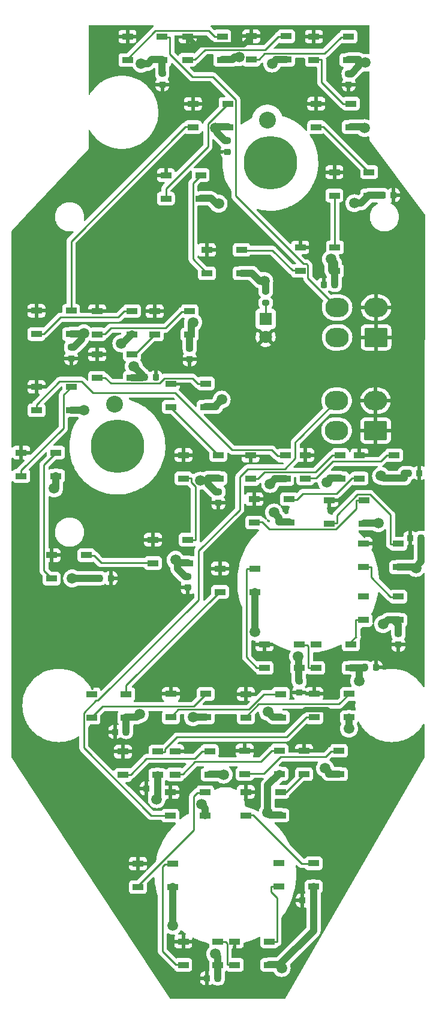
<source format=gbr>
%TF.GenerationSoftware,KiCad,Pcbnew,(6.0.9)*%
%TF.CreationDate,2023-04-01T12:32:25-08:00*%
%TF.ProjectId,EXT LT PANEL,45585420-4c54-4205-9041-4e454c2e6b69,3*%
%TF.SameCoordinates,Original*%
%TF.FileFunction,Copper,L1,Top*%
%TF.FilePolarity,Positive*%
%FSLAX46Y46*%
G04 Gerber Fmt 4.6, Leading zero omitted, Abs format (unit mm)*
G04 Created by KiCad (PCBNEW (6.0.9)) date 2023-04-01 12:32:25*
%MOMM*%
%LPD*%
G01*
G04 APERTURE LIST*
G04 Aperture macros list*
%AMRoundRect*
0 Rectangle with rounded corners*
0 $1 Rounding radius*
0 $2 $3 $4 $5 $6 $7 $8 $9 X,Y pos of 4 corners*
0 Add a 4 corners polygon primitive as box body*
4,1,4,$2,$3,$4,$5,$6,$7,$8,$9,$2,$3,0*
0 Add four circle primitives for the rounded corners*
1,1,$1+$1,$2,$3*
1,1,$1+$1,$4,$5*
1,1,$1+$1,$6,$7*
1,1,$1+$1,$8,$9*
0 Add four rect primitives between the rounded corners*
20,1,$1+$1,$2,$3,$4,$5,0*
20,1,$1+$1,$4,$5,$6,$7,0*
20,1,$1+$1,$6,$7,$8,$9,0*
20,1,$1+$1,$8,$9,$2,$3,0*%
G04 Aperture macros list end*
%TA.AperFunction,WasherPad*%
%ADD10C,7.540752*%
%TD*%
%TA.AperFunction,WasherPad*%
%ADD11C,2.381250*%
%TD*%
%TA.AperFunction,SMDPad,CuDef*%
%ADD12R,1.500000X0.900000*%
%TD*%
%TA.AperFunction,SMDPad,CuDef*%
%ADD13RoundRect,0.225000X0.250000X-0.225000X0.250000X0.225000X-0.250000X0.225000X-0.250000X-0.225000X0*%
%TD*%
%TA.AperFunction,SMDPad,CuDef*%
%ADD14RoundRect,0.225000X0.225000X0.250000X-0.225000X0.250000X-0.225000X-0.250000X0.225000X-0.250000X0*%
%TD*%
%TA.AperFunction,SMDPad,CuDef*%
%ADD15RoundRect,0.225000X-0.225000X-0.250000X0.225000X-0.250000X0.225000X0.250000X-0.225000X0.250000X0*%
%TD*%
%TA.AperFunction,SMDPad,CuDef*%
%ADD16RoundRect,0.200000X0.275000X-0.200000X0.275000X0.200000X-0.275000X0.200000X-0.275000X-0.200000X0*%
%TD*%
%TA.AperFunction,ComponentPad*%
%ADD17RoundRect,0.250001X1.399999X-1.099999X1.399999X1.099999X-1.399999X1.099999X-1.399999X-1.099999X0*%
%TD*%
%TA.AperFunction,ComponentPad*%
%ADD18O,3.300000X2.700000*%
%TD*%
%TA.AperFunction,ComponentPad*%
%ADD19R,1.800000X1.800000*%
%TD*%
%TA.AperFunction,ComponentPad*%
%ADD20C,1.800000*%
%TD*%
%TA.AperFunction,ViaPad*%
%ADD21C,1.500000*%
%TD*%
%TA.AperFunction,Conductor*%
%ADD22C,0.250000*%
%TD*%
%TA.AperFunction,Conductor*%
%ADD23C,1.000000*%
%TD*%
%TA.AperFunction,Conductor*%
%ADD24C,0.750000*%
%TD*%
G04 APERTURE END LIST*
D10*
%TO.P,2,*%
%TO.N,*%
X107486400Y-87198200D03*
D11*
X107067861Y-81212816D03*
%TD*%
D10*
%TO.P,1,*%
%TO.N,*%
X129076400Y-47193200D03*
D11*
X128657861Y-41207816D03*
%TD*%
D12*
%TO.P,D1,1,VDD*%
%TO.N,/LED+5V*%
X108915000Y-29414000D03*
%TO.P,D1,2,DOUT*%
%TO.N,Net-(D1-Pad2)*%
X108915000Y-32714000D03*
%TO.P,D1,3,VSS*%
%TO.N,/LEDGND*%
X113815000Y-32714000D03*
%TO.P,D1,4,DIN*%
%TO.N,/DATAIN*%
X113815000Y-29414000D03*
%TD*%
%TO.P,D2,1,VDD*%
%TO.N,/LED+5V*%
X117387000Y-29388800D03*
%TO.P,D2,2,DOUT*%
%TO.N,Net-(D2-Pad2)*%
X117387000Y-32688800D03*
%TO.P,D2,3,VSS*%
%TO.N,/LEDGND*%
X122287000Y-32688800D03*
%TO.P,D2,4,DIN*%
%TO.N,Net-(D1-Pad2)*%
X122287000Y-29388800D03*
%TD*%
%TO.P,D3,1,VDD*%
%TO.N,/LED+5V*%
X126390000Y-29363200D03*
%TO.P,D3,2,DOUT*%
%TO.N,Net-(D3-Pad2)*%
X126390000Y-32663200D03*
%TO.P,D3,3,VSS*%
%TO.N,/LEDGND*%
X131290000Y-32663200D03*
%TO.P,D3,4,DIN*%
%TO.N,Net-(D2-Pad2)*%
X131290000Y-29363200D03*
%TD*%
%TO.P,D4,1,VDD*%
%TO.N,/LED+5V*%
X135230000Y-29414000D03*
%TO.P,D4,2,DOUT*%
%TO.N,Net-(D4-Pad2)*%
X135230000Y-32714000D03*
%TO.P,D4,3,VSS*%
%TO.N,/LEDGND*%
X140130000Y-32714000D03*
%TO.P,D4,4,DIN*%
%TO.N,Net-(D3-Pad2)*%
X140130000Y-29414000D03*
%TD*%
%TO.P,D5,1,VDD*%
%TO.N,/LED+5V*%
X135562000Y-38862800D03*
%TO.P,D5,2,DOUT*%
%TO.N,Net-(D5-Pad2)*%
X135562000Y-42162800D03*
%TO.P,D5,3,VSS*%
%TO.N,/LEDGND*%
X140462000Y-42162800D03*
%TO.P,D5,4,DIN*%
%TO.N,Net-(D4-Pad2)*%
X140462000Y-38862800D03*
%TD*%
%TO.P,D6,1,VDD*%
%TO.N,/LED+5V*%
X138125000Y-48514800D03*
%TO.P,D6,2,DOUT*%
%TO.N,Net-(D6-Pad2)*%
X138125000Y-51814800D03*
%TO.P,D6,3,VSS*%
%TO.N,/LEDGND*%
X143025000Y-51814800D03*
%TO.P,D6,4,DIN*%
%TO.N,Net-(D5-Pad2)*%
X143025000Y-48514800D03*
%TD*%
%TO.P,D7,1,VDD*%
%TO.N,/LED+5V*%
X133299000Y-59132000D03*
%TO.P,D7,2,DOUT*%
%TO.N,Net-(D7-Pad2)*%
X133299000Y-62432000D03*
%TO.P,D7,3,VSS*%
%TO.N,/LEDGND*%
X138199000Y-62432000D03*
%TO.P,D7,4,DIN*%
%TO.N,Net-(D6-Pad2)*%
X138199000Y-59132000D03*
%TD*%
%TO.P,D8,1,VDD*%
%TO.N,/LED+5V*%
X120119000Y-59487600D03*
%TO.P,D8,2,DOUT*%
%TO.N,Net-(D8-Pad2)*%
X120119000Y-62787600D03*
%TO.P,D8,3,VSS*%
%TO.N,/LEDGND*%
X125019000Y-62787600D03*
%TO.P,D8,4,DIN*%
%TO.N,Net-(D7-Pad2)*%
X125019000Y-59487600D03*
%TD*%
%TO.P,D9,1,VDD*%
%TO.N,/LED+5V*%
X114339000Y-48946800D03*
%TO.P,D9,2,DOUT*%
%TO.N,Net-(D10-Pad4)*%
X114339000Y-52246800D03*
%TO.P,D9,3,VSS*%
%TO.N,/LEDGND*%
X119239000Y-52246800D03*
%TO.P,D9,4,DIN*%
%TO.N,Net-(D8-Pad2)*%
X119239000Y-48946800D03*
%TD*%
%TO.P,D10,1,VDD*%
%TO.N,/LED+5V*%
X118149000Y-38888400D03*
%TO.P,D10,2,DOUT*%
%TO.N,Net-(D10-Pad2)*%
X118149000Y-42188400D03*
%TO.P,D10,3,VSS*%
%TO.N,/LEDGND*%
X123049000Y-42188400D03*
%TO.P,D10,4,DIN*%
%TO.N,Net-(D10-Pad4)*%
X123049000Y-38888400D03*
%TD*%
%TO.P,D11,1,VDD*%
%TO.N,/LED+5V*%
X96051200Y-68047600D03*
%TO.P,D11,2,DOUT*%
%TO.N,Net-(D11-Pad2)*%
X96051200Y-71347600D03*
%TO.P,D11,3,VSS*%
%TO.N,/LEDGND*%
X100951200Y-71347600D03*
%TO.P,D11,4,DIN*%
%TO.N,Net-(D10-Pad2)*%
X100951200Y-68047600D03*
%TD*%
%TO.P,D12,1,VDD*%
%TO.N,/LED+5V*%
X104636000Y-68098400D03*
%TO.P,D12,2,DOUT*%
%TO.N,Net-(D12-Pad2)*%
X104636000Y-71398400D03*
%TO.P,D12,3,VSS*%
%TO.N,/LEDGND*%
X109536000Y-71398400D03*
%TO.P,D12,4,DIN*%
%TO.N,Net-(D11-Pad2)*%
X109536000Y-68098400D03*
%TD*%
%TO.P,D13,1,VDD*%
%TO.N,/LED+5V*%
X112776000Y-68123600D03*
%TO.P,D13,2,DOUT*%
%TO.N,Net-(D13-Pad2)*%
X112776000Y-71423600D03*
%TO.P,D13,3,VSS*%
%TO.N,/LEDGND*%
X117676000Y-71423600D03*
%TO.P,D13,4,DIN*%
%TO.N,Net-(D12-Pad2)*%
X117676000Y-68123600D03*
%TD*%
%TO.P,D14,1,VDD*%
%TO.N,/LED+5V*%
X104648000Y-74219600D03*
%TO.P,D14,2,DOUT*%
%TO.N,Net-(D14-Pad2)*%
X104648000Y-77519600D03*
%TO.P,D14,3,VSS*%
%TO.N,/LEDGND*%
X109548000Y-77519600D03*
%TO.P,D14,4,DIN*%
%TO.N,Net-(D13-Pad2)*%
X109548000Y-74219600D03*
%TD*%
%TO.P,D15,1,VDD*%
%TO.N,/LED+5V*%
X115062000Y-78334400D03*
%TO.P,D15,2,DOUT*%
%TO.N,Net-(D15-Pad2)*%
X115062000Y-81634400D03*
%TO.P,D15,3,VSS*%
%TO.N,/LEDGND*%
X119962000Y-81634400D03*
%TO.P,D15,4,DIN*%
%TO.N,Net-(D14-Pad2)*%
X119962000Y-78334400D03*
%TD*%
%TO.P,D16,1,VDD*%
%TO.N,/LED+5V*%
X116840000Y-88392800D03*
%TO.P,D16,2,DOUT*%
%TO.N,Net-(D16-Pad2)*%
X116840000Y-91692800D03*
%TO.P,D16,3,VSS*%
%TO.N,/LEDGND*%
X121740000Y-91692800D03*
%TO.P,D16,4,DIN*%
%TO.N,Net-(D15-Pad2)*%
X121740000Y-88392800D03*
%TD*%
%TO.P,D17,1,VDD*%
%TO.N,/LED+5V*%
X112522000Y-100331000D03*
%TO.P,D17,2,DOUT*%
%TO.N,Net-(D17-Pad2)*%
X112522000Y-103631000D03*
%TO.P,D17,3,VSS*%
%TO.N,/LEDGND*%
X117422000Y-103631000D03*
%TO.P,D17,4,DIN*%
%TO.N,Net-(D16-Pad2)*%
X117422000Y-100331000D03*
%TD*%
%TO.P,D18,1,VDD*%
%TO.N,/LED+5V*%
X98196000Y-102515000D03*
%TO.P,D18,2,DOUT*%
%TO.N,Net-(D18-Pad2)*%
X98196000Y-105815000D03*
%TO.P,D18,3,VSS*%
%TO.N,/LEDGND*%
X103096000Y-105815000D03*
%TO.P,D18,4,DIN*%
%TO.N,Net-(D17-Pad2)*%
X103096000Y-102515000D03*
%TD*%
%TO.P,D19,1,VDD*%
%TO.N,/LED+5V*%
X93917600Y-88062800D03*
%TO.P,D19,2,DOUT*%
%TO.N,Net-(D19-Pad2)*%
X93917600Y-91362800D03*
%TO.P,D19,3,VSS*%
%TO.N,/LEDGND*%
X98817600Y-91362800D03*
%TO.P,D19,4,DIN*%
%TO.N,Net-(D18-Pad2)*%
X98817600Y-88062800D03*
%TD*%
%TO.P,D20,1,VDD*%
%TO.N,/LED+5V*%
X96062800Y-78791600D03*
%TO.P,D20,2,DOUT*%
%TO.N,Net-(D20-Pad2)*%
X96062800Y-82091600D03*
%TO.P,D20,3,VSS*%
%TO.N,/LEDGND*%
X100962800Y-82091600D03*
%TO.P,D20,4,DIN*%
%TO.N,Net-(D19-Pad2)*%
X100962800Y-78791600D03*
%TD*%
%TO.P,D21,1,VDD*%
%TO.N,/LED+5V*%
X126277000Y-88469200D03*
%TO.P,D21,2,DOUT*%
%TO.N,Net-(D21-Pad2)*%
X126277000Y-91769200D03*
%TO.P,D21,3,VSS*%
%TO.N,/LEDGND*%
X131177000Y-91769200D03*
%TO.P,D21,4,DIN*%
%TO.N,Net-(D20-Pad2)*%
X131177000Y-88469200D03*
%TD*%
%TO.P,D22,1,VDD*%
%TO.N,/LED+5V*%
X134010000Y-88392800D03*
%TO.P,D22,2,DOUT*%
%TO.N,Net-(D22-Pad2)*%
X134010000Y-91692800D03*
%TO.P,D22,3,VSS*%
%TO.N,/LEDGND*%
X138910000Y-91692800D03*
%TO.P,D22,4,DIN*%
%TO.N,Net-(D21-Pad2)*%
X138910000Y-88392800D03*
%TD*%
%TO.P,D23,1,VDD*%
%TO.N,/LED+5V*%
X141670000Y-88418400D03*
%TO.P,D23,2,DOUT*%
%TO.N,Net-(D23-Pad2)*%
X141670000Y-91718400D03*
%TO.P,D23,3,VSS*%
%TO.N,/LEDGND*%
X146570000Y-91718400D03*
%TO.P,D23,4,DIN*%
%TO.N,Net-(D22-Pad2)*%
X146570000Y-88418400D03*
%TD*%
%TO.P,D24,1,VDD*%
%TO.N,/LED+5V*%
X126836000Y-94616000D03*
%TO.P,D24,2,DOUT*%
%TO.N,Net-(D24-Pad2)*%
X126836000Y-97916000D03*
%TO.P,D24,3,VSS*%
%TO.N,/LEDGND*%
X131736000Y-97916000D03*
%TO.P,D24,4,DIN*%
%TO.N,Net-(D23-Pad2)*%
X131736000Y-94616000D03*
%TD*%
%TO.P,D25,1,VDD*%
%TO.N,/LED+5V*%
X137402000Y-94768400D03*
%TO.P,D25,2,DOUT*%
%TO.N,Net-(D25-Pad2)*%
X137402000Y-98068400D03*
%TO.P,D25,3,VSS*%
%TO.N,/LEDGND*%
X142302000Y-98068400D03*
%TO.P,D25,4,DIN*%
%TO.N,Net-(D24-Pad2)*%
X142302000Y-94768400D03*
%TD*%
%TO.P,D26,1,VDD*%
%TO.N,/LED+5V*%
X142228000Y-100915000D03*
%TO.P,D26,2,DOUT*%
%TO.N,Net-(D26-Pad2)*%
X142228000Y-104215000D03*
%TO.P,D26,3,VSS*%
%TO.N,/LEDGND*%
X147128000Y-104215000D03*
%TO.P,D26,4,DIN*%
%TO.N,Net-(D25-Pad2)*%
X147128000Y-100915000D03*
%TD*%
%TO.P,D27,1,VDD*%
%TO.N,/LED+5V*%
X142240000Y-108357000D03*
%TO.P,D27,2,DOUT*%
%TO.N,Net-(D27-Pad2)*%
X142240000Y-111657000D03*
%TO.P,D27,3,VSS*%
%TO.N,/LEDGND*%
X147140000Y-111657000D03*
%TO.P,D27,4,DIN*%
%TO.N,Net-(D26-Pad2)*%
X147140000Y-108357000D03*
%TD*%
%TO.P,D28,1,VDD*%
%TO.N,/LED+5V*%
X135534000Y-115114000D03*
%TO.P,D28,2,DOUT*%
%TO.N,Net-(D28-Pad2)*%
X135534000Y-118414000D03*
%TO.P,D28,3,VSS*%
%TO.N,/LEDGND*%
X140434000Y-118414000D03*
%TO.P,D28,4,DIN*%
%TO.N,Net-(D27-Pad2)*%
X140434000Y-115114000D03*
%TD*%
%TO.P,D29,1,VDD*%
%TO.N,/LED+5V*%
X128270000Y-115114000D03*
%TO.P,D29,2,DOUT*%
%TO.N,Net-(D29-Pad2)*%
X128270000Y-118414000D03*
%TO.P,D29,3,VSS*%
%TO.N,/LEDGND*%
X133170000Y-118414000D03*
%TO.P,D29,4,DIN*%
%TO.N,Net-(D28-Pad2)*%
X133170000Y-115114000D03*
%TD*%
%TO.P,D30,1,VDD*%
%TO.N,/LED+5V*%
X121971000Y-104395000D03*
%TO.P,D30,2,DOUT*%
%TO.N,Net-(D30-Pad2)*%
X121971000Y-107695000D03*
%TO.P,D30,3,VSS*%
%TO.N,/LEDGND*%
X126871000Y-107695000D03*
%TO.P,D30,4,DIN*%
%TO.N,Net-(D29-Pad2)*%
X126871000Y-104395000D03*
%TD*%
%TO.P,D31,1,VDD*%
%TO.N,/LED+5V*%
X103835000Y-122124000D03*
%TO.P,D31,2,DOUT*%
%TO.N,Net-(D31-Pad2)*%
X103835000Y-125424000D03*
%TO.P,D31,3,VSS*%
%TO.N,/LEDGND*%
X108735000Y-125424000D03*
%TO.P,D31,4,DIN*%
%TO.N,Net-(D30-Pad2)*%
X108735000Y-122124000D03*
%TD*%
%TO.P,D32,1,VDD*%
%TO.N,/LED+5V*%
X115062000Y-122073000D03*
%TO.P,D32,2,DOUT*%
%TO.N,Net-(D32-Pad2)*%
X115062000Y-125373000D03*
%TO.P,D32,3,VSS*%
%TO.N,/LEDGND*%
X119962000Y-125373000D03*
%TO.P,D32,4,DIN*%
%TO.N,Net-(D31-Pad2)*%
X119962000Y-122073000D03*
%TD*%
%TO.P,D33,1,VDD*%
%TO.N,/LED+5V*%
X125617000Y-122099000D03*
%TO.P,D33,2,DOUT*%
%TO.N,Net-(D33-Pad2)*%
X125617000Y-125399000D03*
%TO.P,D33,3,VSS*%
%TO.N,/LEDGND*%
X130517000Y-125399000D03*
%TO.P,D33,4,DIN*%
%TO.N,Net-(D32-Pad2)*%
X130517000Y-122099000D03*
%TD*%
%TO.P,D34,1,VDD*%
%TO.N,/LED+5V*%
X135280000Y-122073000D03*
%TO.P,D34,2,DOUT*%
%TO.N,Net-(D34-Pad2)*%
X135280000Y-125373000D03*
%TO.P,D34,3,VSS*%
%TO.N,/LEDGND*%
X140180000Y-125373000D03*
%TO.P,D34,4,DIN*%
%TO.N,Net-(D33-Pad2)*%
X140180000Y-122073000D03*
%TD*%
%TO.P,D35,1,VDD*%
%TO.N,/LED+5V*%
X108255000Y-130201000D03*
%TO.P,D35,2,DOUT*%
%TO.N,Net-(D35-Pad2)*%
X108255000Y-133501000D03*
%TO.P,D35,3,VSS*%
%TO.N,/LEDGND*%
X113155000Y-133501000D03*
%TO.P,D35,4,DIN*%
%TO.N,Net-(D34-Pad2)*%
X113155000Y-130201000D03*
%TD*%
%TO.P,D36,1,VDD*%
%TO.N,/LED+5V*%
X115621000Y-130150000D03*
%TO.P,D36,2,DOUT*%
%TO.N,Net-(D36-Pad2)*%
X115621000Y-133450000D03*
%TO.P,D36,3,VSS*%
%TO.N,/LEDGND*%
X120521000Y-133450000D03*
%TO.P,D36,4,DIN*%
%TO.N,Net-(D35-Pad2)*%
X120521000Y-130150000D03*
%TD*%
%TO.P,D37,1,VDD*%
%TO.N,/LED+5V*%
X125476000Y-130049000D03*
%TO.P,D37,2,DOUT*%
%TO.N,Net-(D37-Pad2)*%
X125476000Y-133349000D03*
%TO.P,D37,3,VSS*%
%TO.N,/LEDGND*%
X130376000Y-133349000D03*
%TO.P,D37,4,DIN*%
%TO.N,Net-(D36-Pad2)*%
X130376000Y-130049000D03*
%TD*%
%TO.P,D38,1,VDD*%
%TO.N,/LED+5V*%
X133858000Y-130100000D03*
%TO.P,D38,2,DOUT*%
%TO.N,Net-(D38-Pad2)*%
X133858000Y-133400000D03*
%TO.P,D38,3,VSS*%
%TO.N,/LEDGND*%
X138758000Y-133400000D03*
%TO.P,D38,4,DIN*%
%TO.N,Net-(D37-Pad2)*%
X138758000Y-130100000D03*
%TD*%
%TO.P,D39,1,VDD*%
%TO.N,/LED+5V*%
X125605000Y-135891000D03*
%TO.P,D39,2,DOUT*%
%TO.N,Net-(D39-Pad2)*%
X125605000Y-139191000D03*
%TO.P,D39,3,VSS*%
%TO.N,/LEDGND*%
X130505000Y-139191000D03*
%TO.P,D39,4,DIN*%
%TO.N,Net-(D38-Pad2)*%
X130505000Y-135891000D03*
%TD*%
%TO.P,D40,1,VDD*%
%TO.N,/LED+5V*%
X130279000Y-145949000D03*
%TO.P,D40,2,DOUT*%
%TO.N,Net-(D40-Pad2)*%
X130279000Y-149249000D03*
%TO.P,D40,3,VSS*%
%TO.N,/LEDGND*%
X135179000Y-149249000D03*
%TO.P,D40,4,DIN*%
%TO.N,Net-(D39-Pad2)*%
X135179000Y-145949000D03*
%TD*%
%TO.P,D41,1,VDD*%
%TO.N,/LED+5V*%
X124054000Y-156973000D03*
%TO.P,D41,2,DOUT*%
%TO.N,Net-(D41-Pad2)*%
X124054000Y-160273000D03*
%TO.P,D41,3,VSS*%
%TO.N,/LEDGND*%
X128954000Y-160273000D03*
%TO.P,D41,4,DIN*%
%TO.N,Net-(D40-Pad2)*%
X128954000Y-156973000D03*
%TD*%
%TO.P,D42,1,VDD*%
%TO.N,/LED+5V*%
X116789000Y-156973000D03*
%TO.P,D42,2,DOUT*%
%TO.N,Net-(D42-Pad2)*%
X116789000Y-160273000D03*
%TO.P,D42,3,VSS*%
%TO.N,/LEDGND*%
X121689000Y-160273000D03*
%TO.P,D42,4,DIN*%
%TO.N,Net-(D41-Pad2)*%
X121689000Y-156973000D03*
%TD*%
%TO.P,D43,1,VDD*%
%TO.N,/LED+5V*%
X110388000Y-146000000D03*
%TO.P,D43,2,DOUT*%
%TO.N,Net-(D43-Pad2)*%
X110388000Y-149300000D03*
%TO.P,D43,3,VSS*%
%TO.N,/LEDGND*%
X115288000Y-149300000D03*
%TO.P,D43,4,DIN*%
%TO.N,Net-(D42-Pad2)*%
X115288000Y-146000000D03*
%TD*%
%TO.P,D44,1,VDD*%
%TO.N,/LED+5V*%
X114960000Y-135942000D03*
%TO.P,D44,2,DOUT*%
%TO.N,/DATAOUT*%
X114960000Y-139242000D03*
%TO.P,D44,3,VSS*%
%TO.N,/LEDGND*%
X119860000Y-139242000D03*
%TO.P,D44,4,DIN*%
%TO.N,Net-(D43-Pad2)*%
X119860000Y-135942000D03*
%TD*%
D13*
%TO.P,C2,1*%
%TO.N,/LED+5V*%
X113820000Y-36170000D03*
%TO.P,C2,2*%
%TO.N,/LEDGND*%
X113820000Y-34620000D03*
%TD*%
%TO.P,C3,1*%
%TO.N,/LED+5V*%
X123038000Y-45638900D03*
%TO.P,C3,2*%
%TO.N,/LEDGND*%
X123038000Y-44088900D03*
%TD*%
D14*
%TO.P,C4,1*%
%TO.N,/LED+5V*%
X146449000Y-51765200D03*
%TO.P,C4,2*%
%TO.N,/LEDGND*%
X144899000Y-51765200D03*
%TD*%
D15*
%TO.P,C5,1*%
%TO.N,/LED+5V*%
X136629000Y-64396600D03*
%TO.P,C5,2*%
%TO.N,/LEDGND*%
X138179000Y-64396600D03*
%TD*%
D13*
%TO.P,C6,1*%
%TO.N,/LED+5V*%
X117686000Y-74912500D03*
%TO.P,C6,2*%
%TO.N,/LEDGND*%
X117686000Y-73362500D03*
%TD*%
%TO.P,C7,1*%
%TO.N,/LED+5V*%
X140139000Y-36190300D03*
%TO.P,C7,2*%
%TO.N,/LEDGND*%
X140139000Y-34640300D03*
%TD*%
D14*
%TO.P,C8,1*%
%TO.N,/LED+5V*%
X112898000Y-77467500D03*
%TO.P,C8,2*%
%TO.N,/LEDGND*%
X111348000Y-77467500D03*
%TD*%
D13*
%TO.P,C9,1*%
%TO.N,/LED+5V*%
X100957000Y-74772700D03*
%TO.P,C9,2*%
%TO.N,/LEDGND*%
X100957000Y-73222700D03*
%TD*%
%TO.P,C10,1*%
%TO.N,/LED+5V*%
X117419000Y-107066000D03*
%TO.P,C10,2*%
%TO.N,/LEDGND*%
X117419000Y-105516000D03*
%TD*%
D14*
%TO.P,C11,1*%
%TO.N,/LED+5V*%
X106541000Y-105771000D03*
%TO.P,C11,2*%
%TO.N,/LEDGND*%
X104991000Y-105771000D03*
%TD*%
D13*
%TO.P,C12,1*%
%TO.N,/LED+5V*%
X121735000Y-95131000D03*
%TO.P,C12,2*%
%TO.N,/LEDGND*%
X121735000Y-93581000D03*
%TD*%
D14*
%TO.P,C13,1*%
%TO.N,/LED+5V*%
X150127000Y-90932000D03*
%TO.P,C13,2*%
%TO.N,/LEDGND*%
X148577000Y-90932000D03*
%TD*%
D16*
%TO.P,R1,1*%
%TO.N,Net-(D45-Pad1)*%
X128422000Y-66946200D03*
%TO.P,R1,2*%
%TO.N,/LEDGND*%
X128422000Y-65296200D03*
%TD*%
D15*
%TO.P,C14,1*%
%TO.N,/LED+5V*%
X148816000Y-100076000D03*
%TO.P,C14,2*%
%TO.N,/LEDGND*%
X150366000Y-100076000D03*
%TD*%
D14*
%TO.P,C15,1*%
%TO.N,/LED+5V*%
X143978000Y-118359000D03*
%TO.P,C15,2*%
%TO.N,/LEDGND*%
X142428000Y-118359000D03*
%TD*%
D13*
%TO.P,C16,1*%
%TO.N,/LED+5V*%
X147147000Y-115139000D03*
%TO.P,C16,2*%
%TO.N,/LEDGND*%
X147147000Y-113589000D03*
%TD*%
%TO.P,C17,1*%
%TO.N,/LED+5V*%
X133165000Y-121847000D03*
%TO.P,C17,2*%
%TO.N,/LEDGND*%
X133165000Y-120297000D03*
%TD*%
D15*
%TO.P,C18,1*%
%TO.N,/LED+5V*%
X107167000Y-127427000D03*
%TO.P,C18,2*%
%TO.N,/LEDGND*%
X108717000Y-127427000D03*
%TD*%
%TO.P,C19,1*%
%TO.N,/LED+5V*%
X111595000Y-135412000D03*
%TO.P,C19,2*%
%TO.N,/LEDGND*%
X113145000Y-135412000D03*
%TD*%
%TO.P,C20,1*%
%TO.N,/LED+5V*%
X120119000Y-162164000D03*
%TO.P,C20,2*%
%TO.N,/LEDGND*%
X121669000Y-162164000D03*
%TD*%
%TO.P,C21,1*%
%TO.N,/LED+5V*%
X133601000Y-151178000D03*
%TO.P,C21,2*%
%TO.N,/LEDGND*%
X135151000Y-151178000D03*
%TD*%
D17*
%TO.P,J1,1,Pin_1*%
%TO.N,/LED+5V*%
X144003000Y-71808300D03*
D18*
%TO.P,J1,2,Pin_2*%
X144003000Y-67608300D03*
%TO.P,J1,3,Pin_3*%
%TO.N,/LEDGND*%
X138503000Y-71808300D03*
%TO.P,J1,4,Pin_4*%
%TO.N,/DATAIN*%
X138503000Y-67608300D03*
%TD*%
D17*
%TO.P,J2,1,Pin_1*%
%TO.N,/LED+5V*%
X143934000Y-84960500D03*
D18*
%TO.P,J2,2,Pin_2*%
X143934000Y-80760500D03*
%TO.P,J2,3,Pin_3*%
%TO.N,/LEDGND*%
X138434000Y-84960500D03*
%TO.P,J2,4,Pin_4*%
%TO.N,/DATAOUT*%
X138434000Y-80760500D03*
%TD*%
D19*
%TO.P,D45,1,K*%
%TO.N,Net-(D45-Pad1)*%
X128422000Y-69212500D03*
D20*
%TO.P,D45,2,A*%
%TO.N,/LED+5V*%
X128422000Y-71752500D03*
%TD*%
D21*
%TO.N,/LEDGND*%
X121291600Y-158733500D03*
X141596300Y-120243500D03*
X144987100Y-112244200D03*
X118149800Y-125357300D03*
X126867920Y-113304320D03*
X115333780Y-154767280D03*
X122488100Y-133452500D03*
X121777500Y-52966300D03*
X98548100Y-93126400D03*
X137620500Y-60782000D03*
X132995300Y-116764000D03*
X118191000Y-69687300D03*
X109789900Y-75869600D03*
X110828500Y-33221300D03*
X121329600Y-42321900D03*
X119175900Y-92022200D03*
X136820300Y-132552600D03*
X140941700Y-52896700D03*
X129340500Y-33202200D03*
X108040500Y-72661300D03*
X129054000Y-92461700D03*
X137072200Y-92251000D03*
X115680200Y-103175000D03*
X144307560Y-97993200D03*
X129583900Y-96507300D03*
X101098200Y-105787200D03*
X102763700Y-71249300D03*
X149632500Y-104331200D03*
X124672600Y-32337900D03*
X142501300Y-33099800D03*
X113050600Y-136924600D03*
X142383800Y-42309100D03*
X102769500Y-82056000D03*
X144702100Y-91325900D03*
X128724000Y-124595600D03*
X130680400Y-160711700D03*
X128718000Y-138801200D03*
X128224600Y-63841700D03*
X110631400Y-124938100D03*
X119325390Y-137651490D03*
X140180000Y-126967040D03*
X122208600Y-80592200D03*
%TO.N,/LED+5V*%
X114765800Y-56853200D03*
%TD*%
D22*
%TO.N,Net-(D1-Pad2)*%
X108915000Y-32565600D02*
X112867100Y-28613500D01*
X120386400Y-28613500D02*
X121211700Y-29438800D01*
X112867100Y-28613500D02*
X120386400Y-28613500D01*
X108915000Y-32664000D02*
X108915000Y-32565600D01*
X122287000Y-29438800D02*
X121211700Y-29438800D01*
%TO.N,Net-(D2-Pad2)*%
X130214700Y-29413200D02*
X128365300Y-31262600D01*
X131290000Y-29413200D02*
X130214700Y-29413200D01*
X117387000Y-32638800D02*
X118462300Y-32638800D01*
X128365300Y-31262600D02*
X119838500Y-31262600D01*
X119838500Y-31262600D02*
X118462300Y-32638800D01*
%TO.N,Net-(D3-Pad2)*%
X127465300Y-32613200D02*
X128290600Y-31787900D01*
X136730800Y-31787900D02*
X139054700Y-29464000D01*
X140130000Y-29464000D02*
X139054700Y-29464000D01*
X126390000Y-32613200D02*
X127465300Y-32613200D01*
X128290600Y-31787900D02*
X136730800Y-31787900D01*
%TO.N,Net-(D4-Pad2)*%
X136305300Y-35831400D02*
X139386700Y-38912800D01*
X136305300Y-32664000D02*
X136305300Y-35831400D01*
X140462000Y-38912800D02*
X139386700Y-38912800D01*
X135230000Y-32664000D02*
X136305300Y-32664000D01*
%TO.N,Net-(D5-Pad2)*%
X136573000Y-42112800D02*
X143025000Y-48564800D01*
X135562000Y-42112800D02*
X136573000Y-42112800D01*
%TO.N,Net-(D10-Pad4)*%
X120254599Y-41732801D02*
X123049000Y-38938400D01*
X114339000Y-52196800D02*
X114339000Y-50831802D01*
X120254599Y-44916203D02*
X120254599Y-41732801D01*
X114339000Y-50831802D02*
X120254599Y-44916203D01*
%TO.N,Net-(D7-Pad2)*%
X129379300Y-59537600D02*
X125019000Y-59537600D01*
X132223700Y-62382000D02*
X129379300Y-59537600D01*
X133299000Y-62382000D02*
X132223700Y-62382000D01*
%TO.N,Net-(D10-Pad2)*%
X117073700Y-42138400D02*
X118149000Y-42138400D01*
X100951200Y-58260900D02*
X117073700Y-42138400D01*
X100951200Y-68097600D02*
X100951200Y-58260900D01*
%TO.N,Net-(D11-Pad2)*%
X99450400Y-68973700D02*
X107635400Y-68973700D01*
X109536000Y-68148400D02*
X108460700Y-68148400D01*
X97126500Y-71297600D02*
X99450400Y-68973700D01*
X107635400Y-68973700D02*
X108460700Y-68148400D01*
X96051200Y-71297600D02*
X97126500Y-71297600D01*
%TO.N,Net-(D12-Pad2)*%
X117676000Y-68173600D02*
X116600700Y-68173600D01*
X104636000Y-71348400D02*
X105711300Y-71348400D01*
X105711300Y-71348400D02*
X106536600Y-70523100D01*
X106536600Y-70523100D02*
X114251200Y-70523100D01*
X114251200Y-70523100D02*
X116600700Y-68173600D01*
%TO.N,Net-(D13-Pad2)*%
X109880000Y-74269600D02*
X112776000Y-71373600D01*
X109548000Y-74269600D02*
X109880000Y-74269600D01*
%TO.N,Net-(D14-Pad2)*%
X113406200Y-78294900D02*
X106548600Y-78294900D01*
X114142100Y-77559000D02*
X113406200Y-78294900D01*
X104648000Y-77469600D02*
X105723300Y-77469600D01*
X118886700Y-78384400D02*
X118061300Y-77559000D01*
X118061300Y-77559000D02*
X114142100Y-77559000D01*
X119962000Y-78384400D02*
X118886700Y-78384400D01*
X106548600Y-78294900D02*
X105723300Y-77469600D01*
%TO.N,Net-(D15-Pad2)*%
X115062000Y-81584400D02*
X115062000Y-81764800D01*
X115062000Y-81764800D02*
X121740000Y-88442800D01*
%TO.N,Net-(D16-Pad2)*%
X116840000Y-91642800D02*
X117915300Y-91642800D01*
X117915300Y-91642800D02*
X117915300Y-92282300D01*
X117915300Y-92282300D02*
X118497300Y-92864300D01*
X117422000Y-100381000D02*
X118497300Y-100381000D01*
X118497300Y-92864300D02*
X118497300Y-100381000D01*
%TO.N,Net-(D17-Pad2)*%
X103096000Y-102565000D02*
X104171300Y-102565000D01*
X105187300Y-103581000D02*
X104171300Y-102565000D01*
X112522000Y-103581000D02*
X105187300Y-103581000D01*
%TO.N,Net-(D18-Pad2)*%
X97120999Y-89809401D02*
X98817600Y-88112800D01*
X98196000Y-105765000D02*
X97120999Y-104689999D01*
X97120999Y-104689999D02*
X97120999Y-89809401D01*
%TO.N,Net-(D19-Pad2)*%
X99887799Y-84592601D02*
X99887799Y-79916601D01*
X99887799Y-79916601D02*
X100962800Y-78841600D01*
X93917600Y-90562800D02*
X99887799Y-84592601D01*
X93917600Y-91312800D02*
X93917600Y-90562800D01*
%TO.N,Net-(D20-Pad2)*%
X130101700Y-88519200D02*
X131177000Y-88519200D01*
X96062800Y-81291600D02*
X99338200Y-78016200D01*
X123702400Y-87693900D02*
X129276400Y-87693900D01*
X129276400Y-87693900D02*
X130101700Y-88519200D01*
X115668600Y-79660100D02*
X123702400Y-87693900D01*
X102398500Y-78016200D02*
X104042400Y-79660100D01*
X104042400Y-79660100D02*
X115668600Y-79660100D01*
X99338200Y-78016200D02*
X102398500Y-78016200D01*
X96062800Y-82041600D02*
X96062800Y-81291600D01*
%TO.N,Net-(D21-Pad2)*%
X127352300Y-91719200D02*
X128254100Y-90817400D01*
X128254100Y-90817400D02*
X135460100Y-90817400D01*
X135460100Y-90817400D02*
X137834700Y-88442800D01*
X138910000Y-88442800D02*
X137834700Y-88442800D01*
X126277000Y-91719200D02*
X127352300Y-91719200D01*
%TO.N,Net-(D22-Pad2)*%
X134010000Y-91642800D02*
X135556700Y-91642800D01*
X137905800Y-89293700D02*
X144669400Y-89293700D01*
X146570000Y-88468400D02*
X145494700Y-88468400D01*
X135556700Y-91642800D02*
X137905800Y-89293700D01*
X144669400Y-89293700D02*
X145494700Y-88468400D01*
%TO.N,Net-(D23-Pad2)*%
X131736000Y-94666000D02*
X132811300Y-94666000D01*
X140594700Y-91668400D02*
X138422400Y-93840700D01*
X133636600Y-93840700D02*
X132811300Y-94666000D01*
X138422400Y-93840700D02*
X133636600Y-93840700D01*
X141670000Y-91668400D02*
X140594700Y-91668400D01*
%TO.N,Net-(D24-Pad2)*%
X142302000Y-94818400D02*
X141226700Y-94818400D01*
X127911300Y-97866000D02*
X128889100Y-98843800D01*
X141226700Y-95952400D02*
X141226700Y-94818400D01*
X126836000Y-97866000D02*
X127911300Y-97866000D01*
X128889100Y-98843800D02*
X138335300Y-98843800D01*
X138335300Y-98843800D02*
X141226700Y-95952400D01*
%TO.N,Net-(D25-Pad2)*%
X141402200Y-93967400D02*
X143174200Y-93967400D01*
X138477300Y-96892300D02*
X141402200Y-93967400D01*
X147128000Y-100965000D02*
X146052700Y-100965000D01*
X137402000Y-98018400D02*
X138477300Y-98018400D01*
X138477300Y-98018400D02*
X138477300Y-96892300D01*
X143174200Y-93967400D02*
X146052700Y-96845900D01*
X146052700Y-96845900D02*
X146052700Y-100965000D01*
%TO.N,Net-(D26-Pad2)*%
X143303300Y-105645600D02*
X146064700Y-108407000D01*
X142228000Y-104165000D02*
X143303300Y-104165000D01*
X147140000Y-108407000D02*
X146064700Y-108407000D01*
X143303300Y-104165000D02*
X143303300Y-105645600D01*
%TO.N,Net-(D27-Pad2)*%
X140434000Y-114709000D02*
X141093300Y-114049700D01*
X141164700Y-113994100D02*
X141220300Y-114049700D01*
X141093300Y-114049700D02*
X141220300Y-114049700D01*
X141164700Y-111607000D02*
X141164700Y-113994100D01*
X142240000Y-111607000D02*
X141164700Y-111607000D01*
X140434000Y-115164000D02*
X140434000Y-114709000D01*
%TO.N,Net-(D28-Pad2)*%
X134458700Y-115377400D02*
X134245300Y-115164000D01*
X135534000Y-118364000D02*
X134458700Y-118364000D01*
X134458700Y-118364000D02*
X134458700Y-115377400D01*
X133170000Y-115164000D02*
X134245300Y-115164000D01*
%TO.N,Net-(D29-Pad2)*%
X125725600Y-104515100D02*
X125725600Y-116894900D01*
X125795700Y-104445000D02*
X125725600Y-104515100D01*
X128270000Y-118364000D02*
X127194700Y-118364000D01*
X126871000Y-104445000D02*
X125795700Y-104445000D01*
X125725600Y-116894900D02*
X127194700Y-118364000D01*
%TO.N,Net-(D30-Pad2)*%
X108735000Y-120881000D02*
X121971000Y-107645000D01*
X108735000Y-122174000D02*
X108735000Y-120881000D01*
%TO.N,Net-(D31-Pad2)*%
X105384000Y-123825000D02*
X105206500Y-124002500D01*
X118260000Y-123825000D02*
X105384000Y-123825000D01*
X118260000Y-123825000D02*
X119962000Y-122123000D01*
X103835000Y-125374000D02*
X105206500Y-124002500D01*
%TO.N,Net-(D32-Pad2)*%
X116102701Y-124282299D02*
X126047291Y-124282299D01*
X126047291Y-124282299D02*
X128180590Y-122149000D01*
X115062000Y-125323000D02*
X116102701Y-124282299D01*
X128180590Y-122149000D02*
X130517000Y-122149000D01*
%TO.N,Net-(D33-Pad2)*%
X138782401Y-123520599D02*
X140180000Y-122123000D01*
X125617000Y-125349000D02*
X127445401Y-123520599D01*
X127445401Y-123520599D02*
X138782401Y-123520599D01*
%TO.N,Net-(D34-Pad2)*%
X135280000Y-125323000D02*
X134204700Y-125323000D01*
X113155000Y-130251000D02*
X114230300Y-130251000D01*
X134204700Y-125323000D02*
X131373600Y-128154100D01*
X115914600Y-128154100D02*
X114230300Y-129838400D01*
X114230300Y-129838400D02*
X114230300Y-130251000D01*
X131373600Y-128154100D02*
X115914600Y-128154100D01*
%TO.N,Net-(D35-Pad2)*%
X120521000Y-130200000D02*
X119445700Y-130200000D01*
X109330300Y-133451000D02*
X111606500Y-131174800D01*
X108255000Y-133451000D02*
X109330300Y-133451000D01*
X111606500Y-131174800D02*
X118470900Y-131174800D01*
X118470900Y-131174800D02*
X119445700Y-130200000D01*
%TO.N,Net-(D36-Pad2)*%
X127774500Y-131625200D02*
X129300700Y-130099000D01*
X115621000Y-133400000D02*
X116696300Y-133400000D01*
X118471100Y-131625200D02*
X127774500Y-131625200D01*
X116696300Y-133400000D02*
X118471100Y-131625200D01*
X130376000Y-130099000D02*
X129300700Y-130099000D01*
%TO.N,Net-(D37-Pad2)*%
X128201900Y-133299000D02*
X130525600Y-130975300D01*
X130525600Y-130975300D02*
X136857400Y-130975300D01*
X136857400Y-130975300D02*
X137682700Y-130150000D01*
X126551300Y-133299000D02*
X128201900Y-133299000D01*
X138758000Y-130150000D02*
X137682700Y-130150000D01*
X125476000Y-133299000D02*
X126551300Y-133299000D01*
%TO.N,Net-(D38-Pad2)*%
X131267000Y-135941000D02*
X133858000Y-133350000D01*
X130505000Y-135941000D02*
X131267000Y-135941000D01*
%TO.N,Net-(D39-Pad2)*%
X126680300Y-139141000D02*
X133538300Y-145999000D01*
X125605000Y-139141000D02*
X126680300Y-139141000D01*
X133538300Y-145999000D02*
X135179000Y-145999000D01*
%TO.N,Net-(D40-Pad2)*%
X130029300Y-157023000D02*
X130029300Y-150849900D01*
X128954000Y-157023000D02*
X130029300Y-157023000D01*
X130029300Y-150849900D02*
X129203700Y-150024300D01*
X130279000Y-149199000D02*
X129203700Y-149199000D01*
X129203700Y-150024300D02*
X129203700Y-149199000D01*
%TO.N,Net-(D41-Pad2)*%
X122978700Y-157237400D02*
X122764300Y-157023000D01*
X122978700Y-160223000D02*
X122978700Y-157237400D01*
X121689000Y-157023000D02*
X122764300Y-157023000D01*
X124054000Y-160223000D02*
X122978700Y-160223000D01*
%TO.N,Net-(D42-Pad2)*%
X115288000Y-146050000D02*
X114212700Y-146050000D01*
X113849200Y-158358500D02*
X115713700Y-160223000D01*
X114212700Y-146050000D02*
X113849200Y-146413500D01*
X116789000Y-160223000D02*
X115713700Y-160223000D01*
X113849200Y-146413500D02*
X113849200Y-158358500D01*
%TO.N,Net-(D43-Pad2)*%
X118784700Y-135992000D02*
X119860000Y-135992000D01*
X118244300Y-141295200D02*
X118244300Y-136532400D01*
X110388000Y-149151500D02*
X118244300Y-141295200D01*
X110388000Y-149250000D02*
X110388000Y-149151500D01*
X118244300Y-136532400D02*
X118784700Y-135992000D01*
%TO.N,Net-(D6-Pad2)*%
X138199000Y-59182000D02*
X138199000Y-51838800D01*
X138199000Y-51838800D02*
X138125000Y-51764800D01*
%TO.N,Net-(D8-Pad2)*%
X118163999Y-50071801D02*
X118163999Y-60782599D01*
X119239000Y-48996800D02*
X118163999Y-50071801D01*
X118163999Y-60782599D02*
X120119000Y-62737600D01*
D23*
%TO.N,/LEDGND*%
X140180000Y-126967040D02*
X140180000Y-126967040D01*
X126867920Y-113304320D02*
X126871000Y-113301240D01*
X144307560Y-97993200D02*
X144282360Y-98018400D01*
X115333780Y-154767280D02*
X115288000Y-154721500D01*
X119325390Y-137651490D02*
X119235220Y-137561320D01*
X142410500Y-118364000D02*
X142415500Y-118359000D01*
X147147000Y-112339100D02*
X147147000Y-113576500D01*
X148020300Y-90932000D02*
X148020300Y-91668400D01*
X119860000Y-139192000D02*
X119860000Y-138186100D01*
X119962000Y-81584400D02*
X121412300Y-81584400D01*
X111000400Y-77467500D02*
X110998300Y-77469600D01*
X141159200Y-118364000D02*
X141596300Y-118364000D01*
X140434000Y-118364000D02*
X141159200Y-118364000D01*
X120289700Y-92479600D02*
X120289700Y-92022200D01*
X117933500Y-71373600D02*
X117686000Y-71621100D01*
X122287000Y-32638800D02*
X123737300Y-32638800D01*
X113815000Y-32664000D02*
X113815000Y-34602500D01*
X121681500Y-162164000D02*
X121689000Y-162156500D01*
X128422000Y-64039100D02*
X128323300Y-63940400D01*
X144777200Y-91325900D02*
X145119700Y-91668400D01*
X109789900Y-75869600D02*
X111000400Y-77080100D01*
X121689000Y-159130900D02*
X121291600Y-158733500D01*
X103096000Y-105765000D02*
X101645700Y-105765000D01*
X131736000Y-97866000D02*
X130285700Y-97866000D01*
X119239000Y-52196800D02*
X120689300Y-52196800D01*
X132995300Y-116764000D02*
X133082700Y-116851400D01*
X128224600Y-63940400D02*
X128224600Y-63841700D01*
X142302000Y-98018400D02*
X144307560Y-97993200D01*
X102763700Y-71249300D02*
X102449800Y-71249300D01*
X138758000Y-133350000D02*
X137307700Y-133350000D01*
X118149800Y-125357300D02*
X118477400Y-125357300D01*
X110621200Y-124938100D02*
X110185300Y-125374000D01*
X144702100Y-91325900D02*
X144777200Y-91325900D01*
X137755200Y-60916700D02*
X137755200Y-62382000D01*
X126871000Y-107645000D02*
X126867920Y-113304320D01*
X113157500Y-135412000D02*
X113157500Y-133453500D01*
X138199000Y-61360500D02*
X137620500Y-60782000D01*
X135179000Y-151162500D02*
X135163500Y-151178000D01*
X128323300Y-63940400D02*
X128224600Y-63940400D01*
X121689000Y-160223000D02*
X121689000Y-159130900D01*
X128954000Y-160223000D02*
X130404300Y-160223000D01*
X101312400Y-73210200D02*
X102401500Y-72121100D01*
X113815000Y-34602500D02*
X113820000Y-34607500D01*
X125019000Y-62737600D02*
X126469300Y-62737600D01*
X130404300Y-160435600D02*
X130404300Y-160223000D01*
X140490400Y-34627800D02*
X141580300Y-33537900D01*
X123049000Y-42138400D02*
X121598700Y-42138400D01*
X144987100Y-112244200D02*
X145052500Y-112244200D01*
X101623500Y-105787200D02*
X101645700Y-105765000D01*
X104972500Y-105765000D02*
X104978500Y-105771000D01*
X129054700Y-139137900D02*
X129054700Y-139141000D01*
X108040500Y-72661300D02*
X108223100Y-72661300D01*
X101098200Y-105787200D02*
X101623500Y-105787200D01*
X150378500Y-103419000D02*
X150378500Y-100076000D01*
X135179000Y-149199000D02*
X135179000Y-151162500D01*
X146570000Y-91668400D02*
X145119700Y-91668400D01*
X141596300Y-120243500D02*
X141596300Y-118364000D01*
X140139000Y-34627800D02*
X140490400Y-34627800D01*
X98548100Y-93126400D02*
X98817600Y-92856900D01*
X136820300Y-132552600D02*
X137307700Y-133040000D01*
X148578300Y-104165000D02*
X149632500Y-104165000D01*
X102449800Y-71249300D02*
X102401500Y-71297600D01*
X118191000Y-69687300D02*
X117933500Y-69944800D01*
X130285700Y-97209100D02*
X130285700Y-97866000D01*
X141580300Y-33537900D02*
X141580300Y-33099800D01*
X121458800Y-52966300D02*
X120689300Y-52196800D01*
X108735000Y-125374000D02*
X110185300Y-125374000D01*
X129477400Y-125349000D02*
X128724000Y-124595600D01*
X119175900Y-92022200D02*
X120289700Y-92022200D01*
X131290000Y-32613200D02*
X129839700Y-32613200D01*
X145052500Y-112244200D02*
X145689700Y-111607000D01*
X142108600Y-42309100D02*
X141912300Y-42112800D01*
X133082700Y-118364000D02*
X133082700Y-120202200D01*
X121740000Y-91642800D02*
X120289700Y-91642800D01*
X121777500Y-52966300D02*
X121458800Y-52966300D01*
X100951200Y-71297600D02*
X102401500Y-71297600D01*
X128224600Y-63841700D02*
X127573400Y-63841700D01*
X122488100Y-133452500D02*
X122023800Y-133452500D01*
X142383800Y-42309100D02*
X142108600Y-42309100D01*
X146414900Y-111607000D02*
X147147000Y-112339100D01*
X149632500Y-104331200D02*
X149632500Y-104165000D01*
X143025000Y-51764800D02*
X144475300Y-51764800D01*
X138199000Y-62382000D02*
X138199000Y-61360500D01*
X129340500Y-33202200D02*
X129839700Y-32703000D01*
X118477400Y-125357300D02*
X118511700Y-125323000D01*
X137755200Y-62382000D02*
X138191500Y-62818300D01*
X120521000Y-133400000D02*
X121971300Y-133400000D01*
X128718000Y-138801200D02*
X129054700Y-139137900D01*
X117422000Y-103581000D02*
X115971700Y-103581000D01*
X140180000Y-125323000D02*
X140180000Y-126967040D01*
X123038000Y-44076400D02*
X122689100Y-44076400D01*
X108735000Y-125374000D02*
X108735000Y-127421500D01*
X108223100Y-72661300D02*
X109536000Y-71348400D01*
X100957000Y-73210200D02*
X101312400Y-73210200D01*
X146414900Y-111607000D02*
X145689700Y-111607000D01*
X141893100Y-52896700D02*
X143025000Y-51764800D01*
X133170000Y-118364000D02*
X133082700Y-118364000D01*
X121329600Y-42321900D02*
X121598700Y-42321900D01*
X113157500Y-136817700D02*
X113157500Y-135412000D01*
X113157500Y-133453500D02*
X113155000Y-133451000D01*
X142501300Y-33099800D02*
X141580300Y-33099800D01*
X129054000Y-92461700D02*
X129726700Y-91789000D01*
X137459700Y-91863500D02*
X137459700Y-91642800D01*
X122689100Y-44076400D02*
X121598700Y-42986000D01*
X129839700Y-32703000D02*
X129839700Y-32613200D01*
X115971700Y-103466500D02*
X115971700Y-103581000D01*
X102427500Y-82056000D02*
X102413100Y-82041600D01*
X124672600Y-32337900D02*
X124038200Y-32337900D01*
X115680200Y-103175000D02*
X115971700Y-103466500D01*
X122023800Y-133452500D02*
X121971300Y-133400000D01*
X102401500Y-72121100D02*
X102401500Y-71297600D01*
X100962800Y-82041600D02*
X102413100Y-82041600D01*
X144886500Y-51765200D02*
X144475700Y-51765200D01*
X128718000Y-134957000D02*
X128718000Y-138801200D01*
X117060100Y-105503500D02*
X115971700Y-104415100D01*
X146570000Y-91668400D02*
X148020300Y-91668400D01*
X111807400Y-33221300D02*
X112364700Y-32664000D01*
X135163500Y-151178000D02*
X135163500Y-155463800D01*
X131177000Y-91719200D02*
X129726700Y-91719200D01*
X141596300Y-118364000D02*
X142410500Y-118364000D01*
X120289700Y-92022200D02*
X120289700Y-91642800D01*
X121412300Y-81388500D02*
X121412300Y-81584400D01*
X124038200Y-32337900D02*
X123737300Y-32638800D01*
X121689000Y-162156500D02*
X121689000Y-160223000D01*
X133082700Y-116851400D02*
X133082700Y-118364000D01*
X119860000Y-138186100D02*
X119325390Y-137651490D01*
X113815000Y-32664000D02*
X112364700Y-32664000D01*
X109548000Y-77469600D02*
X110998300Y-77469600D01*
X98817600Y-92856900D02*
X98817600Y-91312800D01*
X115971700Y-104415100D02*
X115971700Y-103581000D01*
X140941700Y-52896700D02*
X141893100Y-52896700D01*
X121378600Y-93568500D02*
X120289700Y-92479600D01*
X122208600Y-80592200D02*
X121412300Y-81388500D01*
X117676000Y-71373600D02*
X117933500Y-71373600D01*
X130505000Y-139141000D02*
X129054700Y-139141000D01*
X108735000Y-127421500D02*
X108729500Y-127427000D01*
X121598700Y-42986000D02*
X121598700Y-42321900D01*
X137620500Y-60782000D02*
X137755200Y-60916700D01*
X138191500Y-62818300D02*
X138191500Y-64396600D01*
X121598700Y-42321900D02*
X121598700Y-42138400D01*
X111335500Y-77467500D02*
X111000400Y-77467500D01*
X129726700Y-91789000D02*
X129726700Y-91719200D01*
X138199000Y-62382000D02*
X137755200Y-62382000D01*
X130517000Y-125349000D02*
X129477400Y-125349000D01*
X102769500Y-82056000D02*
X102427500Y-82056000D01*
X117686000Y-71621100D02*
X117686000Y-73350000D01*
X111000400Y-77080100D02*
X111000400Y-77467500D01*
X130680400Y-160711700D02*
X130404300Y-160435600D01*
X138910000Y-91642800D02*
X137459700Y-91642800D01*
X110631400Y-124938100D02*
X110621200Y-124938100D01*
X135163500Y-155463800D02*
X130404300Y-160223000D01*
X117419000Y-105503500D02*
X117060100Y-105503500D01*
X103096000Y-105765000D02*
X104972500Y-105765000D01*
X117933500Y-69944800D02*
X117933500Y-71373600D01*
X147140000Y-111607000D02*
X146414900Y-111607000D01*
X140130000Y-32664000D02*
X141580300Y-32664000D01*
X127573400Y-63841700D02*
X126469300Y-62737600D01*
X141580300Y-33099800D02*
X141580300Y-32664000D01*
X137307700Y-133040000D02*
X137307700Y-133350000D01*
X115288000Y-149250000D02*
X115333780Y-154767280D01*
X147128000Y-104165000D02*
X148578300Y-104165000D01*
X110828500Y-33221300D02*
X111807400Y-33221300D01*
X140462000Y-42112800D02*
X141912300Y-42112800D01*
X130376000Y-133299000D02*
X128718000Y-134957000D01*
X149632500Y-104165000D02*
X150378500Y-103419000D01*
X113050600Y-136924600D02*
X113157500Y-136817700D01*
X128422000Y-65333700D02*
X128422000Y-64039100D01*
X119962000Y-125323000D02*
X118511700Y-125323000D01*
X129583900Y-96507300D02*
X130285700Y-97209100D01*
X121735000Y-93568500D02*
X121378600Y-93568500D01*
X137072200Y-92251000D02*
X137459700Y-91863500D01*
X148564500Y-90932000D02*
X148020300Y-90932000D01*
X133082700Y-120202200D02*
X133165000Y-120284500D01*
X144475700Y-51765200D02*
X144475300Y-51764800D01*
D24*
%TO.N,/LED+5V*%
X125289399Y-30513801D02*
X126390000Y-29413200D01*
X133976021Y-124247999D02*
X137092779Y-124247999D01*
X117387000Y-29438800D02*
X118462001Y-30513801D01*
X118462001Y-30513801D02*
X125289399Y-30513801D01*
X137092779Y-124247999D02*
X137769600Y-124924820D01*
X133682740Y-124541280D02*
X133976021Y-124247999D01*
X132951220Y-124541280D02*
X133682740Y-124541280D01*
D22*
%TO.N,/DATAIN*%
X124193900Y-51877200D02*
X124193900Y-38320900D01*
X120960300Y-35087300D02*
X118099200Y-35087300D01*
X114890300Y-31878400D02*
X114890300Y-29464000D01*
X134374400Y-63479700D02*
X134374400Y-61676800D01*
X124193900Y-38320900D02*
X120960300Y-35087300D01*
X114890300Y-29464000D02*
X113815000Y-29464000D01*
X133778600Y-61461900D02*
X124193900Y-51877200D01*
X138503000Y-67608300D02*
X134374400Y-63479700D01*
X118099200Y-35087300D02*
X114890300Y-31878400D01*
X134374400Y-61676800D02*
X134159500Y-61461900D01*
X134159500Y-61461900D02*
X133778600Y-61461900D01*
%TO.N,/DATAOUT*%
X118947700Y-101911600D02*
X124762600Y-96096700D01*
X125909600Y-90367000D02*
X131093900Y-90367000D01*
X114960000Y-139192000D02*
X112268600Y-139192000D01*
X138434000Y-80760500D02*
X133155750Y-86038750D01*
X124762600Y-91514000D02*
X125909600Y-90367000D01*
X104498300Y-122999300D02*
X104746800Y-122999300D01*
X132593500Y-86601000D02*
X133155750Y-86038750D01*
X104746800Y-122999300D02*
X118947700Y-108798400D01*
X102759700Y-124737900D02*
X104498300Y-122999300D01*
X132593500Y-88867400D02*
X132593500Y-86601000D01*
X131093900Y-90367000D02*
X132593500Y-88867400D01*
X112268600Y-139192000D02*
X102759700Y-129683100D01*
X102759700Y-129683100D02*
X102759700Y-124737900D01*
X124762600Y-96096700D02*
X124762600Y-91514000D01*
X118947700Y-108798400D02*
X118947700Y-101911600D01*
%TO.N,Net-(D45-Pad1)*%
X128422000Y-69212500D02*
X128422000Y-66908700D01*
%TD*%
%TA.AperFunction,Conductor*%
%TO.N,/LED+5V*%
G36*
X115422127Y-80313602D02*
G01*
X115443101Y-80330505D01*
X115573401Y-80460805D01*
X115607427Y-80523117D01*
X115602362Y-80593932D01*
X115559815Y-80650768D01*
X115493295Y-80675579D01*
X115484306Y-80675900D01*
X114263866Y-80675900D01*
X114201684Y-80682655D01*
X114065295Y-80733785D01*
X113948739Y-80821139D01*
X113861385Y-80937695D01*
X113810255Y-81074084D01*
X113803500Y-81136266D01*
X113803500Y-82132534D01*
X113810255Y-82194716D01*
X113861385Y-82331105D01*
X113948739Y-82447661D01*
X114065295Y-82535015D01*
X114201684Y-82586145D01*
X114263866Y-82592900D01*
X114942006Y-82592900D01*
X115010127Y-82612902D01*
X115031101Y-82629805D01*
X120444595Y-88043299D01*
X120478621Y-88105611D01*
X120481500Y-88132394D01*
X120481500Y-88890934D01*
X120488255Y-88953116D01*
X120539385Y-89089505D01*
X120626739Y-89206061D01*
X120743295Y-89293415D01*
X120879684Y-89344545D01*
X120941866Y-89351300D01*
X122538134Y-89351300D01*
X122600316Y-89344545D01*
X122736705Y-89293415D01*
X122853261Y-89206061D01*
X122940615Y-89089505D01*
X122987714Y-88963869D01*
X125019001Y-88963869D01*
X125019371Y-88970690D01*
X125024895Y-89021552D01*
X125028521Y-89036804D01*
X125073676Y-89157254D01*
X125082214Y-89172849D01*
X125158715Y-89274924D01*
X125171276Y-89287485D01*
X125273351Y-89363986D01*
X125288946Y-89372524D01*
X125409394Y-89417678D01*
X125424649Y-89421305D01*
X125475514Y-89426831D01*
X125482328Y-89427200D01*
X126004885Y-89427200D01*
X126020124Y-89422725D01*
X126021329Y-89421335D01*
X126023000Y-89413652D01*
X126023000Y-89409084D01*
X126531000Y-89409084D01*
X126535475Y-89424323D01*
X126536865Y-89425528D01*
X126544548Y-89427199D01*
X127071669Y-89427199D01*
X127078490Y-89426829D01*
X127129352Y-89421305D01*
X127144604Y-89417679D01*
X127265054Y-89372524D01*
X127280649Y-89363986D01*
X127382724Y-89287485D01*
X127395285Y-89274924D01*
X127471786Y-89172849D01*
X127480324Y-89157254D01*
X127525478Y-89036806D01*
X127529105Y-89021551D01*
X127534631Y-88970686D01*
X127535000Y-88963872D01*
X127535000Y-88741315D01*
X127530525Y-88726076D01*
X127529135Y-88724871D01*
X127521452Y-88723200D01*
X126549115Y-88723200D01*
X126533876Y-88727675D01*
X126532671Y-88729065D01*
X126531000Y-88736748D01*
X126531000Y-89409084D01*
X126023000Y-89409084D01*
X126023000Y-88741315D01*
X126018525Y-88726076D01*
X126017135Y-88724871D01*
X126009452Y-88723200D01*
X125037116Y-88723200D01*
X125021877Y-88727675D01*
X125020672Y-88729065D01*
X125019001Y-88736748D01*
X125019001Y-88963869D01*
X122987714Y-88963869D01*
X122991745Y-88953116D01*
X122998500Y-88890934D01*
X122998500Y-88193099D01*
X123018502Y-88124978D01*
X123072158Y-88078485D01*
X123142432Y-88068381D01*
X123210752Y-88101248D01*
X123243919Y-88132394D01*
X123260051Y-88147543D01*
X123262893Y-88150298D01*
X123282630Y-88170035D01*
X123285827Y-88172515D01*
X123294847Y-88180218D01*
X123327079Y-88210486D01*
X123334025Y-88214305D01*
X123334028Y-88214307D01*
X123344834Y-88220248D01*
X123361353Y-88231099D01*
X123377359Y-88243514D01*
X123384628Y-88246659D01*
X123384632Y-88246662D01*
X123417937Y-88261074D01*
X123428587Y-88266291D01*
X123467340Y-88287595D01*
X123475015Y-88289566D01*
X123475016Y-88289566D01*
X123486962Y-88292633D01*
X123505667Y-88299037D01*
X123524255Y-88307081D01*
X123532078Y-88308320D01*
X123532088Y-88308323D01*
X123567924Y-88313999D01*
X123579544Y-88316405D01*
X123614689Y-88325428D01*
X123622370Y-88327400D01*
X123642624Y-88327400D01*
X123662334Y-88328951D01*
X123682343Y-88332120D01*
X123690235Y-88331374D01*
X123726361Y-88327959D01*
X123738219Y-88327400D01*
X128961806Y-88327400D01*
X129029927Y-88347402D01*
X129050901Y-88364305D01*
X129598043Y-88911447D01*
X129605587Y-88919737D01*
X129609700Y-88926218D01*
X129615477Y-88931643D01*
X129659367Y-88972858D01*
X129662209Y-88975613D01*
X129681930Y-88995334D01*
X129685125Y-88997812D01*
X129694147Y-89005518D01*
X129726379Y-89035786D01*
X129737558Y-89041932D01*
X129744132Y-89045546D01*
X129760656Y-89056399D01*
X129776659Y-89068813D01*
X129817243Y-89086376D01*
X129827873Y-89091583D01*
X129866640Y-89112895D01*
X129874317Y-89114866D01*
X129874322Y-89114868D01*
X129886258Y-89117932D01*
X129904966Y-89124337D01*
X129921922Y-89131674D01*
X129923557Y-89132382D01*
X129923199Y-89133209D01*
X129977386Y-89167811D01*
X129983222Y-89175028D01*
X130063739Y-89282461D01*
X130180295Y-89369815D01*
X130316684Y-89420945D01*
X130378866Y-89427700D01*
X130833105Y-89427700D01*
X130901226Y-89447702D01*
X130947719Y-89501358D01*
X130957823Y-89571632D01*
X130928329Y-89636212D01*
X130922200Y-89642795D01*
X130868400Y-89696595D01*
X130806088Y-89730621D01*
X130779305Y-89733500D01*
X125988367Y-89733500D01*
X125977184Y-89732973D01*
X125969691Y-89731298D01*
X125961765Y-89731547D01*
X125961764Y-89731547D01*
X125901601Y-89733438D01*
X125897643Y-89733500D01*
X125869744Y-89733500D01*
X125865754Y-89734004D01*
X125853920Y-89734936D01*
X125809711Y-89736326D01*
X125802097Y-89738538D01*
X125802092Y-89738539D01*
X125790259Y-89741977D01*
X125770896Y-89745988D01*
X125750803Y-89748526D01*
X125743436Y-89751443D01*
X125743431Y-89751444D01*
X125709692Y-89764802D01*
X125698465Y-89768646D01*
X125691161Y-89770768D01*
X125656007Y-89780982D01*
X125649181Y-89785019D01*
X125638572Y-89791293D01*
X125620824Y-89799988D01*
X125601983Y-89807448D01*
X125595567Y-89812110D01*
X125595566Y-89812110D01*
X125566213Y-89833436D01*
X125556293Y-89839952D01*
X125525065Y-89858420D01*
X125525062Y-89858422D01*
X125518238Y-89862458D01*
X125503917Y-89876779D01*
X125488884Y-89889619D01*
X125472493Y-89901528D01*
X125449434Y-89929402D01*
X125444302Y-89935605D01*
X125436312Y-89944384D01*
X124370347Y-91010348D01*
X124362061Y-91017888D01*
X124355582Y-91022000D01*
X124350157Y-91027777D01*
X124308957Y-91071651D01*
X124306202Y-91074493D01*
X124286465Y-91094230D01*
X124283985Y-91097427D01*
X124276282Y-91106447D01*
X124246014Y-91138679D01*
X124242195Y-91145625D01*
X124242193Y-91145628D01*
X124236252Y-91156434D01*
X124225401Y-91172953D01*
X124212986Y-91188959D01*
X124209841Y-91196228D01*
X124209838Y-91196232D01*
X124195426Y-91229537D01*
X124190209Y-91240187D01*
X124168905Y-91278940D01*
X124166934Y-91286615D01*
X124166934Y-91286616D01*
X124163867Y-91298562D01*
X124157463Y-91317266D01*
X124149419Y-91335855D01*
X124148180Y-91343678D01*
X124148177Y-91343688D01*
X124142501Y-91379524D01*
X124140095Y-91391144D01*
X124135625Y-91408555D01*
X124129100Y-91433970D01*
X124129100Y-91454224D01*
X124127549Y-91473934D01*
X124124380Y-91493943D01*
X124125126Y-91501835D01*
X124128541Y-91537961D01*
X124129100Y-91549819D01*
X124129100Y-95782105D01*
X124109098Y-95850226D01*
X124092195Y-95871200D01*
X119328118Y-100635277D01*
X119265806Y-100669303D01*
X119194991Y-100664238D01*
X119138155Y-100621691D01*
X119113344Y-100555171D01*
X119116982Y-100514846D01*
X119128829Y-100468707D01*
X119128829Y-100468706D01*
X119130800Y-100461030D01*
X119130800Y-100452793D01*
X119133032Y-100429184D01*
X119133090Y-100428881D01*
X119133090Y-100428877D01*
X119134575Y-100421094D01*
X119131049Y-100365049D01*
X119130800Y-100357138D01*
X119130800Y-95401438D01*
X120752000Y-95401438D01*
X120752337Y-95407953D01*
X120761894Y-95500057D01*
X120764788Y-95513456D01*
X120814381Y-95662107D01*
X120820555Y-95675286D01*
X120902788Y-95808173D01*
X120911824Y-95819574D01*
X121022429Y-95929986D01*
X121033840Y-95938998D01*
X121166880Y-96021004D01*
X121180061Y-96027151D01*
X121328814Y-96076491D01*
X121342190Y-96079358D01*
X121433097Y-96088672D01*
X121439513Y-96089000D01*
X121462885Y-96089000D01*
X121478124Y-96084525D01*
X121479329Y-96083135D01*
X121481000Y-96075452D01*
X121481000Y-96070885D01*
X121989000Y-96070885D01*
X121993475Y-96086124D01*
X121994865Y-96087329D01*
X122002548Y-96089000D01*
X122030438Y-96089000D01*
X122036953Y-96088663D01*
X122129057Y-96079106D01*
X122142456Y-96076212D01*
X122291107Y-96026619D01*
X122304286Y-96020445D01*
X122437173Y-95938212D01*
X122448574Y-95929176D01*
X122558986Y-95818571D01*
X122567998Y-95807160D01*
X122650004Y-95674120D01*
X122656151Y-95660939D01*
X122705491Y-95512186D01*
X122708358Y-95498810D01*
X122717672Y-95407903D01*
X122717929Y-95402874D01*
X122713525Y-95387876D01*
X122712135Y-95386671D01*
X122704452Y-95385000D01*
X122007115Y-95385000D01*
X121991876Y-95389475D01*
X121990671Y-95390865D01*
X121989000Y-95398548D01*
X121989000Y-96070885D01*
X121481000Y-96070885D01*
X121481000Y-95403115D01*
X121476525Y-95387876D01*
X121475135Y-95386671D01*
X121467452Y-95385000D01*
X120770115Y-95385000D01*
X120754876Y-95389475D01*
X120753671Y-95390865D01*
X120752000Y-95398548D01*
X120752000Y-95401438D01*
X119130800Y-95401438D01*
X119130800Y-93404911D01*
X119150802Y-93336790D01*
X119204458Y-93290297D01*
X119245819Y-93279390D01*
X119259067Y-93278231D01*
X119395271Y-93266315D01*
X119526044Y-93231274D01*
X119597021Y-93232964D01*
X119647749Y-93263883D01*
X120621754Y-94237888D01*
X120630847Y-94248022D01*
X120654568Y-94277525D01*
X120659296Y-94281492D01*
X120693021Y-94309791D01*
X120696669Y-94312972D01*
X120698481Y-94314615D01*
X120700675Y-94316809D01*
X120733949Y-94344142D01*
X120734747Y-94344804D01*
X120780411Y-94383120D01*
X120806074Y-94404654D01*
X120804238Y-94406842D01*
X120841414Y-94452361D01*
X120849466Y-94522900D01*
X120832585Y-94567456D01*
X120819995Y-94587882D01*
X120813849Y-94601061D01*
X120764509Y-94749814D01*
X120761642Y-94763190D01*
X120752328Y-94854097D01*
X120752071Y-94859126D01*
X120756475Y-94874124D01*
X120757865Y-94875329D01*
X120765548Y-94877000D01*
X122699885Y-94877000D01*
X122715124Y-94872525D01*
X122716329Y-94871135D01*
X122718000Y-94863452D01*
X122718000Y-94860562D01*
X122717663Y-94854047D01*
X122708106Y-94761943D01*
X122705212Y-94748544D01*
X122655619Y-94599893D01*
X122649445Y-94586714D01*
X122567212Y-94453827D01*
X122553629Y-94436689D01*
X122555559Y-94435159D01*
X122527097Y-94383120D01*
X122532113Y-94312301D01*
X122555799Y-94275383D01*
X122554843Y-94274628D01*
X122559381Y-94268882D01*
X122564552Y-94263702D01*
X122586236Y-94228524D01*
X122650462Y-94124331D01*
X122650463Y-94124329D01*
X122654302Y-94118101D01*
X122708149Y-93955757D01*
X122711024Y-93927703D01*
X122713112Y-93907316D01*
X122718500Y-93854732D01*
X122718500Y-93820985D01*
X122724133Y-93783733D01*
X122727682Y-93772268D01*
X122738743Y-93667029D01*
X122747711Y-93581704D01*
X122747711Y-93581702D01*
X122748355Y-93575575D01*
X122736653Y-93446993D01*
X122730989Y-93384751D01*
X122730988Y-93384748D01*
X122730430Y-93378612D01*
X122727615Y-93369045D01*
X122723626Y-93355494D01*
X122718500Y-93319919D01*
X122718500Y-93307268D01*
X122715608Y-93279390D01*
X122709573Y-93221232D01*
X122707887Y-93204981D01*
X122664172Y-93073951D01*
X122656073Y-93049676D01*
X122656072Y-93049674D01*
X122653756Y-93042732D01*
X122563752Y-92897287D01*
X122525288Y-92858890D01*
X122491209Y-92796608D01*
X122496212Y-92725787D01*
X122538709Y-92668915D01*
X122585160Y-92647134D01*
X122592459Y-92645399D01*
X122600316Y-92644545D01*
X122736705Y-92593415D01*
X122853261Y-92506061D01*
X122940615Y-92389505D01*
X122991745Y-92253116D01*
X122998500Y-92190934D01*
X122998500Y-91194666D01*
X122991745Y-91132484D01*
X122940615Y-90996095D01*
X122853261Y-90879539D01*
X122736705Y-90792185D01*
X122600316Y-90741055D01*
X122538134Y-90734300D01*
X122213280Y-90734300D01*
X122152579Y-90718715D01*
X122144608Y-90714333D01*
X122144609Y-90714333D01*
X122139213Y-90711367D01*
X122133346Y-90709506D01*
X122133344Y-90709505D01*
X121956564Y-90653427D01*
X121956563Y-90653427D01*
X121950694Y-90651565D01*
X121796773Y-90634300D01*
X120349573Y-90634300D01*
X120336403Y-90633610D01*
X120302904Y-90630089D01*
X120302902Y-90630089D01*
X120296775Y-90629445D01*
X120246527Y-90634018D01*
X120242493Y-90634300D01*
X120239931Y-90634300D01*
X120236873Y-90634600D01*
X120236869Y-90634600D01*
X120195104Y-90638695D01*
X120194229Y-90638777D01*
X120181912Y-90639898D01*
X120099812Y-90647370D01*
X120096403Y-90648373D01*
X120092867Y-90648720D01*
X120001979Y-90676161D01*
X120001310Y-90676361D01*
X119910081Y-90703210D01*
X119906928Y-90704858D01*
X119903531Y-90705884D01*
X119898101Y-90708771D01*
X119898099Y-90708772D01*
X119887640Y-90714333D01*
X119819599Y-90750511D01*
X119819019Y-90750816D01*
X119734810Y-90794840D01*
X119732042Y-90797065D01*
X119728904Y-90798734D01*
X119715421Y-90809730D01*
X119649993Y-90837284D01*
X119603175Y-90833793D01*
X119400592Y-90779510D01*
X119400583Y-90779509D01*
X119395271Y-90778085D01*
X119175900Y-90758893D01*
X118956529Y-90778085D01*
X118743824Y-90835080D01*
X118673049Y-90868083D01*
X118549234Y-90925818D01*
X118549229Y-90925821D01*
X118544247Y-90928144D01*
X118539740Y-90931300D01*
X118539738Y-90931301D01*
X118368373Y-91051292D01*
X118368370Y-91051294D01*
X118363862Y-91054451D01*
X118358959Y-91059354D01*
X118358407Y-91059655D01*
X118355762Y-91061875D01*
X118355316Y-91061343D01*
X118296647Y-91093380D01*
X118225832Y-91088315D01*
X118216235Y-91084276D01*
X118206601Y-91079742D01*
X118199592Y-91076171D01*
X118150360Y-91049105D01*
X118142685Y-91047135D01*
X118142679Y-91047132D01*
X118142381Y-91047056D01*
X118120072Y-91039024D01*
X118119797Y-91038894D01*
X118119789Y-91038891D01*
X118112618Y-91035517D01*
X118104829Y-91034031D01*
X118097293Y-91031583D01*
X118098245Y-91028653D01*
X118047870Y-91002815D01*
X118033806Y-90987010D01*
X117992055Y-90931301D01*
X117953261Y-90879539D01*
X117836705Y-90792185D01*
X117700316Y-90741055D01*
X117638134Y-90734300D01*
X116041866Y-90734300D01*
X115979684Y-90741055D01*
X115843295Y-90792185D01*
X115726739Y-90879539D01*
X115639385Y-90996095D01*
X115588255Y-91132484D01*
X115581500Y-91194666D01*
X115581500Y-92190934D01*
X115588255Y-92253116D01*
X115639385Y-92389505D01*
X115726739Y-92506061D01*
X115843295Y-92593415D01*
X115979684Y-92644545D01*
X116041866Y-92651300D01*
X117336145Y-92651300D01*
X117404266Y-92671302D01*
X117438080Y-92703238D01*
X117449828Y-92719407D01*
X117461961Y-92729444D01*
X117483905Y-92747598D01*
X117492684Y-92755588D01*
X117826895Y-93089799D01*
X117860921Y-93152111D01*
X117863800Y-93178894D01*
X117863800Y-99246500D01*
X117843798Y-99314621D01*
X117790142Y-99361114D01*
X117737800Y-99372500D01*
X116623866Y-99372500D01*
X116561684Y-99379255D01*
X116425295Y-99430385D01*
X116308739Y-99517739D01*
X116221385Y-99634295D01*
X116170255Y-99770684D01*
X116163500Y-99832866D01*
X116163500Y-100829134D01*
X116170255Y-100891316D01*
X116221385Y-101027705D01*
X116308739Y-101144261D01*
X116425295Y-101231615D01*
X116561684Y-101282745D01*
X116623866Y-101289500D01*
X118220134Y-101289500D01*
X118282316Y-101282745D01*
X118289712Y-101279973D01*
X118289718Y-101279971D01*
X118373391Y-101248603D01*
X118444198Y-101243420D01*
X118506567Y-101277341D01*
X118540696Y-101339596D01*
X118535749Y-101410421D01*
X118509470Y-101452838D01*
X118494057Y-101469251D01*
X118491302Y-101472093D01*
X118471565Y-101491830D01*
X118469085Y-101495027D01*
X118461382Y-101504047D01*
X118431114Y-101536279D01*
X118427295Y-101543225D01*
X118427293Y-101543228D01*
X118421352Y-101554034D01*
X118410501Y-101570553D01*
X118398086Y-101586559D01*
X118394941Y-101593828D01*
X118394938Y-101593832D01*
X118380526Y-101627137D01*
X118375309Y-101637787D01*
X118354005Y-101676540D01*
X118352034Y-101684215D01*
X118352034Y-101684216D01*
X118348967Y-101696162D01*
X118342563Y-101714866D01*
X118334519Y-101733455D01*
X118333280Y-101741278D01*
X118333277Y-101741288D01*
X118327601Y-101777124D01*
X118325195Y-101788744D01*
X118314200Y-101831570D01*
X118314200Y-101851824D01*
X118312649Y-101871534D01*
X118309480Y-101891543D01*
X118310226Y-101899435D01*
X118313641Y-101935561D01*
X118314200Y-101947419D01*
X118314200Y-102546500D01*
X118294198Y-102614621D01*
X118240542Y-102661114D01*
X118188200Y-102672500D01*
X117895280Y-102672500D01*
X117834579Y-102656915D01*
X117826608Y-102652533D01*
X117826609Y-102652533D01*
X117821213Y-102649567D01*
X117815346Y-102647706D01*
X117815344Y-102647705D01*
X117638564Y-102591627D01*
X117638563Y-102591627D01*
X117632694Y-102589765D01*
X117478773Y-102572500D01*
X116860261Y-102572500D01*
X116792140Y-102552498D01*
X116757048Y-102518771D01*
X116651108Y-102367473D01*
X116651106Y-102367470D01*
X116647949Y-102362962D01*
X116492238Y-102207251D01*
X116442955Y-102172742D01*
X116355288Y-102111357D01*
X116311854Y-102080944D01*
X116112276Y-101987880D01*
X115899571Y-101930885D01*
X115680200Y-101911693D01*
X115460829Y-101930885D01*
X115248124Y-101987880D01*
X115162513Y-102027801D01*
X115053534Y-102078618D01*
X115053529Y-102078621D01*
X115048547Y-102080944D01*
X115044040Y-102084100D01*
X115044038Y-102084101D01*
X114872673Y-102204092D01*
X114872670Y-102204094D01*
X114868162Y-102207251D01*
X114712451Y-102362962D01*
X114586144Y-102543347D01*
X114583821Y-102548329D01*
X114583818Y-102548334D01*
X114552908Y-102614621D01*
X114493080Y-102742924D01*
X114436085Y-102955629D01*
X114416893Y-103175000D01*
X114436085Y-103394371D01*
X114493080Y-103607076D01*
X114495405Y-103612061D01*
X114583818Y-103801666D01*
X114583821Y-103801671D01*
X114586144Y-103806653D01*
X114589300Y-103811160D01*
X114589301Y-103811162D01*
X114708949Y-103982036D01*
X114712451Y-103987038D01*
X114868162Y-104142749D01*
X114872671Y-104145906D01*
X114872673Y-104145908D01*
X114883367Y-104153396D01*
X114908336Y-104170879D01*
X114909471Y-104171674D01*
X114953799Y-104227131D01*
X114963200Y-104274887D01*
X114963200Y-104353257D01*
X114962463Y-104366864D01*
X114961536Y-104375403D01*
X114958376Y-104404488D01*
X114960673Y-104430738D01*
X114962750Y-104454488D01*
X114963079Y-104459314D01*
X114963200Y-104461786D01*
X114963200Y-104464869D01*
X114963501Y-104467937D01*
X114967390Y-104507606D01*
X114967512Y-104508919D01*
X114970501Y-104543085D01*
X114975613Y-104601513D01*
X114977100Y-104606632D01*
X114977620Y-104611933D01*
X115004491Y-104700934D01*
X115004826Y-104702067D01*
X115028041Y-104781969D01*
X115030791Y-104791436D01*
X115033244Y-104796168D01*
X115034784Y-104801269D01*
X115037678Y-104806712D01*
X115078431Y-104883360D01*
X115079043Y-104884526D01*
X115107626Y-104939666D01*
X115121808Y-104967026D01*
X115125131Y-104971189D01*
X115127634Y-104975896D01*
X115186455Y-105048018D01*
X115187146Y-105048874D01*
X115218438Y-105088073D01*
X115220942Y-105090577D01*
X115221584Y-105091295D01*
X115225285Y-105095628D01*
X115252635Y-105129162D01*
X115257382Y-105133089D01*
X115257384Y-105133091D01*
X115287962Y-105158387D01*
X115296742Y-105166377D01*
X116303245Y-106172879D01*
X116312347Y-106183022D01*
X116336068Y-106212525D01*
X116374521Y-106244791D01*
X116378169Y-106247972D01*
X116379981Y-106249615D01*
X116382175Y-106251809D01*
X116415449Y-106279142D01*
X116416247Y-106279804D01*
X116460017Y-106316531D01*
X116487574Y-106339654D01*
X116486133Y-106341371D01*
X116524679Y-106388581D01*
X116532721Y-106459120D01*
X116515842Y-106503660D01*
X116503998Y-106522875D01*
X116497849Y-106536061D01*
X116448509Y-106684814D01*
X116445642Y-106698190D01*
X116436328Y-106789097D01*
X116436071Y-106794126D01*
X116440475Y-106809124D01*
X116441865Y-106810329D01*
X116449548Y-106812000D01*
X117547000Y-106812000D01*
X117615121Y-106832002D01*
X117661614Y-106885658D01*
X117673000Y-106938000D01*
X117673000Y-108005885D01*
X117677475Y-108021124D01*
X117678865Y-108022329D01*
X117686548Y-108024000D01*
X117714438Y-108024000D01*
X117720953Y-108023663D01*
X117813057Y-108014106D01*
X117826456Y-108011212D01*
X117975107Y-107961619D01*
X117988286Y-107955445D01*
X118121897Y-107872764D01*
X118190349Y-107853926D01*
X118258119Y-107875087D01*
X118303690Y-107929528D01*
X118314200Y-107979908D01*
X118314200Y-108483805D01*
X118294198Y-108551926D01*
X118277295Y-108572900D01*
X105279207Y-121570988D01*
X105216895Y-121605014D01*
X105146080Y-121599949D01*
X105089244Y-121557402D01*
X105072130Y-121526123D01*
X105038324Y-121435946D01*
X105029786Y-121420351D01*
X104953285Y-121318276D01*
X104940724Y-121305715D01*
X104838649Y-121229214D01*
X104823054Y-121220676D01*
X104702606Y-121175522D01*
X104687351Y-121171895D01*
X104636486Y-121166369D01*
X104629672Y-121166000D01*
X104107115Y-121166000D01*
X104091876Y-121170475D01*
X104090671Y-121171865D01*
X104089000Y-121179548D01*
X104089000Y-121372506D01*
X104068998Y-121440627D01*
X104015342Y-121487120D01*
X103945068Y-121497224D01*
X103880488Y-121467730D01*
X103851237Y-121430686D01*
X103822923Y-121376295D01*
X103696234Y-121132927D01*
X103502184Y-120828329D01*
X103456051Y-120755915D01*
X103456049Y-120755912D01*
X103454576Y-120753600D01*
X103452912Y-120751432D01*
X103452904Y-120751420D01*
X103182459Y-120398971D01*
X103180777Y-120396779D01*
X103178919Y-120394751D01*
X103178912Y-120394743D01*
X102878773Y-120067198D01*
X102876922Y-120065178D01*
X102865555Y-120054762D01*
X102547357Y-119763188D01*
X102547349Y-119763181D01*
X102545321Y-119761323D01*
X102543129Y-119759641D01*
X102190680Y-119489196D01*
X102190666Y-119489186D01*
X102188500Y-119487524D01*
X102161083Y-119470057D01*
X102039345Y-119392502D01*
X101809173Y-119245866D01*
X101410228Y-119038189D01*
X100994701Y-118866071D01*
X100693230Y-118771018D01*
X100568377Y-118731652D01*
X100568370Y-118731650D01*
X100565753Y-118730825D01*
X100355740Y-118684266D01*
X100129349Y-118634076D01*
X100129346Y-118634075D01*
X100126651Y-118633478D01*
X100123921Y-118633119D01*
X100123912Y-118633117D01*
X99903693Y-118604125D01*
X99680735Y-118574772D01*
X99411944Y-118563037D01*
X99348352Y-118560260D01*
X99348347Y-118560260D01*
X99346975Y-118560200D01*
X99115825Y-118560200D01*
X99114453Y-118560260D01*
X99114448Y-118560260D01*
X99050856Y-118563037D01*
X98782065Y-118574772D01*
X98559107Y-118604125D01*
X98338888Y-118633117D01*
X98338879Y-118633119D01*
X98336149Y-118633478D01*
X98333454Y-118634075D01*
X98333451Y-118634076D01*
X98107060Y-118684266D01*
X97897047Y-118730825D01*
X97894430Y-118731650D01*
X97894423Y-118731652D01*
X97769570Y-118771018D01*
X97468099Y-118866071D01*
X97052572Y-119038189D01*
X96653627Y-119245866D01*
X96423455Y-119392502D01*
X96301718Y-119470057D01*
X96274300Y-119487524D01*
X96272134Y-119489186D01*
X96272120Y-119489196D01*
X95919671Y-119759641D01*
X95917479Y-119761323D01*
X95915451Y-119763181D01*
X95915443Y-119763188D01*
X95597245Y-120054762D01*
X95585878Y-120065178D01*
X95584027Y-120067198D01*
X95283888Y-120394743D01*
X95283881Y-120394751D01*
X95282023Y-120396779D01*
X95280341Y-120398971D01*
X95009896Y-120751420D01*
X95009888Y-120751432D01*
X95008224Y-120753600D01*
X95006751Y-120755912D01*
X95006749Y-120755915D01*
X94960616Y-120828329D01*
X94766566Y-121132927D01*
X94558889Y-121531872D01*
X94557837Y-121534413D01*
X94557836Y-121534414D01*
X94552768Y-121546649D01*
X94386771Y-121947399D01*
X94331104Y-122123953D01*
X94253175Y-122371115D01*
X94251525Y-122376347D01*
X94232907Y-122460325D01*
X94170203Y-122743167D01*
X94154178Y-122815449D01*
X94153819Y-122818179D01*
X94153817Y-122818188D01*
X94126989Y-123021971D01*
X94095472Y-123261365D01*
X94075854Y-123710700D01*
X94095472Y-124160035D01*
X94117890Y-124330318D01*
X94153715Y-124602432D01*
X94154178Y-124605951D01*
X94154775Y-124608646D01*
X94154776Y-124608649D01*
X94219559Y-124900866D01*
X94251525Y-125045053D01*
X94252350Y-125047670D01*
X94252352Y-125047677D01*
X94282535Y-125143406D01*
X94386771Y-125474001D01*
X94502766Y-125754035D01*
X94549855Y-125867717D01*
X94558889Y-125889528D01*
X94766566Y-126288473D01*
X94871815Y-126453681D01*
X94977854Y-126620128D01*
X95008224Y-126667800D01*
X95009888Y-126669968D01*
X95009896Y-126669980D01*
X95279102Y-127020814D01*
X95282023Y-127024621D01*
X95283881Y-127026649D01*
X95283888Y-127026657D01*
X95435141Y-127191721D01*
X95585878Y-127356222D01*
X95587898Y-127358073D01*
X95915443Y-127658212D01*
X95915451Y-127658219D01*
X95917479Y-127660077D01*
X95919671Y-127661759D01*
X96272120Y-127932204D01*
X96272132Y-127932212D01*
X96274300Y-127933876D01*
X96276612Y-127935349D01*
X96276615Y-127935351D01*
X96336599Y-127973565D01*
X96653627Y-128175534D01*
X97052572Y-128383211D01*
X97468099Y-128555329D01*
X97709621Y-128631480D01*
X97894423Y-128689748D01*
X97894430Y-128689750D01*
X97897047Y-128690575D01*
X97899732Y-128691170D01*
X97899731Y-128691170D01*
X98333451Y-128787324D01*
X98333454Y-128787325D01*
X98336149Y-128787922D01*
X98338879Y-128788281D01*
X98338888Y-128788283D01*
X98559107Y-128817275D01*
X98782065Y-128846628D01*
X99050856Y-128858363D01*
X99114448Y-128861140D01*
X99114453Y-128861140D01*
X99115825Y-128861200D01*
X99346975Y-128861200D01*
X99348347Y-128861140D01*
X99348352Y-128861140D01*
X99411944Y-128858363D01*
X99680735Y-128846628D01*
X99903693Y-128817275D01*
X100123912Y-128788283D01*
X100123921Y-128788281D01*
X100126651Y-128787922D01*
X100129346Y-128787325D01*
X100129349Y-128787324D01*
X100563069Y-128691170D01*
X100563068Y-128691170D01*
X100565753Y-128690575D01*
X100568370Y-128689750D01*
X100568377Y-128689748D01*
X100753179Y-128631480D01*
X100994701Y-128555329D01*
X101410228Y-128383211D01*
X101809173Y-128175534D01*
X101932500Y-128096966D01*
X102000700Y-128077234D01*
X102068741Y-128097506D01*
X102115020Y-128151346D01*
X102126200Y-128203233D01*
X102126200Y-129604333D01*
X102125673Y-129615516D01*
X102123998Y-129623009D01*
X102124247Y-129630935D01*
X102124247Y-129630936D01*
X102126138Y-129691086D01*
X102126200Y-129695045D01*
X102126200Y-129722956D01*
X102126697Y-129726890D01*
X102126697Y-129726891D01*
X102126705Y-129726956D01*
X102127638Y-129738793D01*
X102129027Y-129782989D01*
X102134678Y-129802439D01*
X102138687Y-129821800D01*
X102141226Y-129841897D01*
X102144145Y-129849268D01*
X102144145Y-129849270D01*
X102157504Y-129883012D01*
X102161349Y-129894242D01*
X102171471Y-129929083D01*
X102173682Y-129936693D01*
X102177715Y-129943512D01*
X102177717Y-129943517D01*
X102183993Y-129954128D01*
X102192688Y-129971876D01*
X102200148Y-129990717D01*
X102204810Y-129997133D01*
X102204810Y-129997134D01*
X102226136Y-130026487D01*
X102232652Y-130036407D01*
X102255158Y-130074462D01*
X102269479Y-130088783D01*
X102282319Y-130103816D01*
X102294228Y-130120207D01*
X102300334Y-130125258D01*
X102328305Y-130148398D01*
X102337084Y-130156388D01*
X111764943Y-139584247D01*
X111772487Y-139592537D01*
X111776600Y-139599018D01*
X111782377Y-139604443D01*
X111826267Y-139645658D01*
X111829109Y-139648413D01*
X111848830Y-139668134D01*
X111852025Y-139670612D01*
X111861047Y-139678318D01*
X111893279Y-139708586D01*
X111900228Y-139712406D01*
X111911032Y-139718346D01*
X111927556Y-139729199D01*
X111943559Y-139741613D01*
X111984143Y-139759176D01*
X111994773Y-139764383D01*
X112033540Y-139785695D01*
X112041217Y-139787666D01*
X112041222Y-139787668D01*
X112053158Y-139790732D01*
X112071866Y-139797137D01*
X112090455Y-139805181D01*
X112098280Y-139806420D01*
X112098282Y-139806421D01*
X112134119Y-139812097D01*
X112145740Y-139814504D01*
X112180889Y-139823528D01*
X112188570Y-139825500D01*
X112208831Y-139825500D01*
X112228540Y-139827051D01*
X112248543Y-139830219D01*
X112256435Y-139829473D01*
X112261662Y-139828979D01*
X112292554Y-139826059D01*
X112304411Y-139825500D01*
X113629618Y-139825500D01*
X113697739Y-139845502D01*
X113744232Y-139899158D01*
X113747599Y-139907269D01*
X113756231Y-139930293D01*
X113759385Y-139938705D01*
X113846739Y-140055261D01*
X113963295Y-140142615D01*
X114099684Y-140193745D01*
X114161866Y-140200500D01*
X115601926Y-140200500D01*
X115670047Y-140220502D01*
X115716540Y-140274158D01*
X115726644Y-140344432D01*
X115697150Y-140409012D01*
X115691021Y-140415595D01*
X115432677Y-140673939D01*
X115017001Y-141145431D01*
X114631751Y-141642093D01*
X114278446Y-142161965D01*
X113958481Y-142702996D01*
X113673119Y-143263050D01*
X113423487Y-143839916D01*
X113422819Y-143841772D01*
X113422818Y-143841774D01*
X113211237Y-144429462D01*
X113211232Y-144429478D01*
X113210569Y-144431319D01*
X113035205Y-145034924D01*
X113034776Y-145036844D01*
X113034773Y-145036855D01*
X112976769Y-145296351D01*
X112898089Y-145648349D01*
X112897779Y-145650305D01*
X112897779Y-145650306D01*
X112886209Y-145723357D01*
X112855797Y-145787510D01*
X112850855Y-145792741D01*
X111764989Y-146878606D01*
X111702677Y-146912632D01*
X111631861Y-146907567D01*
X111575026Y-146865020D01*
X111550215Y-146798500D01*
X111565306Y-146729126D01*
X111575069Y-146713944D01*
X111582788Y-146703645D01*
X111591324Y-146688054D01*
X111636478Y-146567606D01*
X111640105Y-146552351D01*
X111645631Y-146501486D01*
X111646000Y-146494672D01*
X111646000Y-146272115D01*
X111641525Y-146256876D01*
X111640135Y-146255671D01*
X111632452Y-146254000D01*
X110660115Y-146254000D01*
X110644876Y-146258475D01*
X110643671Y-146259865D01*
X110642000Y-146267548D01*
X110642000Y-146939884D01*
X110646475Y-146955123D01*
X110647865Y-146956328D01*
X110655548Y-146957999D01*
X111182669Y-146957999D01*
X111189490Y-146957629D01*
X111240352Y-146952105D01*
X111255604Y-146948479D01*
X111376054Y-146903324D01*
X111391647Y-146894787D01*
X111401948Y-146887067D01*
X111468455Y-146862221D01*
X111537837Y-146877275D01*
X111588066Y-146927450D01*
X111603195Y-146996816D01*
X111578420Y-147063350D01*
X111566609Y-147076986D01*
X110339000Y-148304595D01*
X110276688Y-148338621D01*
X110249905Y-148341500D01*
X109589866Y-148341500D01*
X109527684Y-148348255D01*
X109391295Y-148399385D01*
X109274739Y-148486739D01*
X109187385Y-148603295D01*
X109136255Y-148739684D01*
X109129500Y-148801866D01*
X109129500Y-149798134D01*
X109136255Y-149860316D01*
X109187385Y-149996705D01*
X109274739Y-150113261D01*
X109391295Y-150200615D01*
X109527684Y-150251745D01*
X109589866Y-150258500D01*
X111186134Y-150258500D01*
X111248316Y-150251745D01*
X111384705Y-150200615D01*
X111501261Y-150113261D01*
X111588615Y-149996705D01*
X111639745Y-149860316D01*
X111646500Y-149798134D01*
X111646500Y-148841094D01*
X111666502Y-148772973D01*
X111683405Y-148751999D01*
X112520806Y-147914598D01*
X112583118Y-147880572D01*
X112653933Y-147885637D01*
X112710769Y-147928184D01*
X112735839Y-147999735D01*
X112740607Y-148151453D01*
X112740790Y-148153391D01*
X112740791Y-148153404D01*
X112784113Y-148611703D01*
X112799760Y-148777226D01*
X112800069Y-148779176D01*
X112800070Y-148779185D01*
X112897779Y-149396094D01*
X112898089Y-149398051D01*
X112898521Y-149399982D01*
X113033510Y-150003891D01*
X113035205Y-150011476D01*
X113035759Y-150013382D01*
X113035759Y-150013383D01*
X113210569Y-150615081D01*
X113210093Y-150615219D01*
X113215700Y-150650628D01*
X113215700Y-158279733D01*
X113215173Y-158290916D01*
X113213498Y-158298409D01*
X113213747Y-158306335D01*
X113213747Y-158306336D01*
X113215638Y-158366486D01*
X113215700Y-158370445D01*
X113215700Y-158398356D01*
X113216197Y-158402290D01*
X113216197Y-158402291D01*
X113216205Y-158402356D01*
X113217138Y-158414193D01*
X113218527Y-158458389D01*
X113224178Y-158477839D01*
X113228187Y-158497200D01*
X113230726Y-158517297D01*
X113233645Y-158524668D01*
X113233645Y-158524670D01*
X113247004Y-158558412D01*
X113250849Y-158569642D01*
X113263182Y-158612093D01*
X113267215Y-158618912D01*
X113267217Y-158618917D01*
X113273493Y-158629528D01*
X113282188Y-158647276D01*
X113289648Y-158666117D01*
X113294310Y-158672533D01*
X113294310Y-158672534D01*
X113315636Y-158701887D01*
X113322152Y-158711807D01*
X113344658Y-158749862D01*
X113358979Y-158764183D01*
X113371819Y-158779216D01*
X113383728Y-158795607D01*
X113389834Y-158800658D01*
X113417805Y-158823798D01*
X113426584Y-158831788D01*
X115210043Y-160615247D01*
X115217587Y-160623537D01*
X115221700Y-160630018D01*
X115227477Y-160635443D01*
X115271367Y-160676658D01*
X115274209Y-160679413D01*
X115293930Y-160699134D01*
X115297125Y-160701612D01*
X115306147Y-160709318D01*
X115338379Y-160739586D01*
X115345328Y-160743406D01*
X115356132Y-160749346D01*
X115372656Y-160760199D01*
X115388659Y-160772613D01*
X115429243Y-160790176D01*
X115439873Y-160795383D01*
X115478640Y-160816695D01*
X115486314Y-160818665D01*
X115487710Y-160819218D01*
X115543683Y-160862892D01*
X115559307Y-160892140D01*
X115588385Y-160969705D01*
X115675739Y-161086261D01*
X115792295Y-161173615D01*
X115928684Y-161224745D01*
X115990866Y-161231500D01*
X117587134Y-161231500D01*
X117649316Y-161224745D01*
X117785705Y-161173615D01*
X117902261Y-161086261D01*
X117989615Y-160969705D01*
X118040745Y-160833316D01*
X118047500Y-160771134D01*
X118047500Y-159774866D01*
X118040745Y-159712684D01*
X117989615Y-159576295D01*
X117902261Y-159459739D01*
X117785705Y-159372385D01*
X117649316Y-159321255D01*
X117587134Y-159314500D01*
X115990866Y-159314500D01*
X115928684Y-159321255D01*
X115921288Y-159324027D01*
X115921282Y-159324029D01*
X115844031Y-159352989D01*
X115773224Y-159358172D01*
X115710707Y-159324102D01*
X114519605Y-158133000D01*
X114485579Y-158070688D01*
X114482700Y-158043905D01*
X114482700Y-157467669D01*
X115531001Y-157467669D01*
X115531371Y-157474490D01*
X115536895Y-157525352D01*
X115540521Y-157540604D01*
X115585676Y-157661054D01*
X115594214Y-157676649D01*
X115670715Y-157778724D01*
X115683276Y-157791285D01*
X115785351Y-157867786D01*
X115800946Y-157876324D01*
X115921394Y-157921478D01*
X115936649Y-157925105D01*
X115987514Y-157930631D01*
X115994328Y-157931000D01*
X116516885Y-157931000D01*
X116532124Y-157926525D01*
X116533329Y-157925135D01*
X116535000Y-157917452D01*
X116535000Y-157912884D01*
X117043000Y-157912884D01*
X117047475Y-157928123D01*
X117048865Y-157929328D01*
X117056548Y-157930999D01*
X117583669Y-157930999D01*
X117590490Y-157930629D01*
X117641352Y-157925105D01*
X117656604Y-157921479D01*
X117777054Y-157876324D01*
X117792649Y-157867786D01*
X117894724Y-157791285D01*
X117907285Y-157778724D01*
X117983786Y-157676649D01*
X117992324Y-157661054D01*
X118037478Y-157540606D01*
X118041105Y-157525351D01*
X118046631Y-157474486D01*
X118047000Y-157467672D01*
X118047000Y-157245115D01*
X118042525Y-157229876D01*
X118041135Y-157228671D01*
X118033452Y-157227000D01*
X117061115Y-157227000D01*
X117045876Y-157231475D01*
X117044671Y-157232865D01*
X117043000Y-157240548D01*
X117043000Y-157912884D01*
X116535000Y-157912884D01*
X116535000Y-157245115D01*
X116530525Y-157229876D01*
X116529135Y-157228671D01*
X116521452Y-157227000D01*
X115549116Y-157227000D01*
X115533877Y-157231475D01*
X115532672Y-157232865D01*
X115531001Y-157240548D01*
X115531001Y-157467669D01*
X114482700Y-157467669D01*
X114482700Y-155949736D01*
X114502702Y-155881615D01*
X114556358Y-155835122D01*
X114626632Y-155825018D01*
X114680971Y-155846523D01*
X114702126Y-155861336D01*
X114901704Y-155954400D01*
X115114409Y-156011395D01*
X115333780Y-156030587D01*
X115339255Y-156030108D01*
X115523056Y-156014028D01*
X115592660Y-156028017D01*
X115643653Y-156077417D01*
X115659843Y-156146543D01*
X115634863Y-156215114D01*
X115594214Y-156269352D01*
X115585676Y-156284946D01*
X115540522Y-156405394D01*
X115536895Y-156420649D01*
X115531369Y-156471514D01*
X115531000Y-156478328D01*
X115531000Y-156700885D01*
X115535475Y-156716124D01*
X115536865Y-156717329D01*
X115544548Y-156719000D01*
X116516885Y-156719000D01*
X116532124Y-156714525D01*
X116533329Y-156713135D01*
X116535000Y-156705452D01*
X116535000Y-156033116D01*
X116530525Y-156017877D01*
X116529135Y-156016672D01*
X116521452Y-156015001D01*
X116145598Y-156015001D01*
X116077477Y-155994999D01*
X116030984Y-155941343D01*
X116020880Y-155871069D01*
X116050374Y-155806489D01*
X116073327Y-155785788D01*
X116141307Y-155738188D01*
X116141309Y-155738186D01*
X116145818Y-155735029D01*
X116301529Y-155579318D01*
X116307384Y-155570957D01*
X116399542Y-155439341D01*
X116454999Y-155395013D01*
X116525618Y-155387704D01*
X116579980Y-155412051D01*
X116643351Y-155461207D01*
X116785686Y-155571613D01*
X116845293Y-155617849D01*
X116846925Y-155618958D01*
X116846929Y-155618961D01*
X117097841Y-155789481D01*
X117142939Y-155844314D01*
X117151233Y-155914824D01*
X117120090Y-155978626D01*
X117062515Y-156014589D01*
X117045876Y-156019474D01*
X117044671Y-156020865D01*
X117043000Y-156028548D01*
X117043000Y-156700885D01*
X117047475Y-156716124D01*
X117048865Y-156717329D01*
X117056548Y-156719000D01*
X118028884Y-156719000D01*
X118044123Y-156714525D01*
X118045328Y-156713135D01*
X118046999Y-156705452D01*
X118046999Y-156568475D01*
X118067001Y-156500354D01*
X118120657Y-156453861D01*
X118190931Y-156443757D01*
X118230200Y-156456207D01*
X118321248Y-156502599D01*
X118464498Y-156575589D01*
X118464516Y-156575597D01*
X118466250Y-156576481D01*
X118468056Y-156577262D01*
X118468057Y-156577263D01*
X118764285Y-156705452D01*
X119043116Y-156826113D01*
X119044972Y-156826781D01*
X119044974Y-156826782D01*
X119632662Y-157038363D01*
X119632678Y-157038368D01*
X119634519Y-157039031D01*
X119636401Y-157039578D01*
X119636414Y-157039582D01*
X120231691Y-157212526D01*
X120238124Y-157214395D01*
X120240065Y-157214829D01*
X120240085Y-157214834D01*
X120331986Y-157235377D01*
X120394103Y-157269757D01*
X120427772Y-157332263D01*
X120430500Y-157358342D01*
X120430500Y-157471134D01*
X120437255Y-157533316D01*
X120440027Y-157540712D01*
X120440029Y-157540718D01*
X120483691Y-157657185D01*
X120488874Y-157727992D01*
X120454804Y-157790509D01*
X120323851Y-157921462D01*
X120320694Y-157925970D01*
X120320692Y-157925973D01*
X120200701Y-158097338D01*
X120197544Y-158101847D01*
X120195221Y-158106829D01*
X120195218Y-158106834D01*
X120183017Y-158133000D01*
X120104480Y-158301424D01*
X120047485Y-158514129D01*
X120028293Y-158733500D01*
X120047485Y-158952871D01*
X120104480Y-159165576D01*
X120134018Y-159228920D01*
X120195218Y-159360166D01*
X120195221Y-159360171D01*
X120197544Y-159365153D01*
X120323851Y-159545538D01*
X120399833Y-159621520D01*
X120433859Y-159683832D01*
X120436001Y-159724221D01*
X120430869Y-159771464D01*
X120430869Y-159771469D01*
X120430500Y-159774866D01*
X120430500Y-160771134D01*
X120437255Y-160833316D01*
X120488385Y-160969705D01*
X120495763Y-160979549D01*
X120496916Y-160982636D01*
X120498079Y-160984760D01*
X120497772Y-160984928D01*
X120520611Y-161046053D01*
X120505559Y-161115436D01*
X120455386Y-161165667D01*
X120401021Y-161178092D01*
X120392704Y-161180534D01*
X120392704Y-161181000D01*
X120391115Y-161181000D01*
X120375876Y-161185475D01*
X120374671Y-161186865D01*
X120373000Y-161194548D01*
X120373000Y-163128885D01*
X120377475Y-163144124D01*
X120378865Y-163145329D01*
X120386548Y-163147000D01*
X120389438Y-163147000D01*
X120395953Y-163146663D01*
X120488057Y-163137106D01*
X120501456Y-163134212D01*
X120650107Y-163084619D01*
X120663286Y-163078445D01*
X120796173Y-162996212D01*
X120813311Y-162982629D01*
X120814841Y-162984559D01*
X120866880Y-162956097D01*
X120937699Y-162961113D01*
X120974617Y-162984799D01*
X120975372Y-162983843D01*
X120981118Y-162988381D01*
X120986298Y-162993552D01*
X120992528Y-162997392D01*
X120992529Y-162997393D01*
X121124020Y-163078445D01*
X121131899Y-163083302D01*
X121294243Y-163137149D01*
X121301080Y-163137849D01*
X121301082Y-163137850D01*
X121342401Y-163142083D01*
X121395268Y-163147500D01*
X121427976Y-163147500D01*
X121465652Y-163153265D01*
X121474268Y-163155965D01*
X121480391Y-163156630D01*
X121480395Y-163156631D01*
X121664763Y-163176659D01*
X121664767Y-163176659D01*
X121670888Y-163177324D01*
X121867913Y-163160087D01*
X121873830Y-163158368D01*
X121873835Y-163158367D01*
X121889712Y-163153754D01*
X121894018Y-163152503D01*
X121929170Y-163147500D01*
X121942732Y-163147500D01*
X121945978Y-163147163D01*
X121945982Y-163147163D01*
X121980083Y-163143625D01*
X122045019Y-163136887D01*
X122198726Y-163085606D01*
X122200324Y-163085073D01*
X122200326Y-163085072D01*
X122207268Y-163082756D01*
X122352713Y-162992752D01*
X122361607Y-162983843D01*
X122468381Y-162876882D01*
X122473552Y-162871702D01*
X122563302Y-162726101D01*
X122617149Y-162563757D01*
X122617507Y-162563876D01*
X122619564Y-162557293D01*
X122620433Y-162555713D01*
X122622044Y-162550635D01*
X122624563Y-162545937D01*
X122651753Y-162457002D01*
X122652136Y-162455772D01*
X122659821Y-162431548D01*
X122680235Y-162367194D01*
X122680828Y-162361903D01*
X122682388Y-162356802D01*
X122691795Y-162264189D01*
X122691915Y-162263069D01*
X122697500Y-162213273D01*
X122697500Y-162209744D01*
X122697555Y-162208761D01*
X122698004Y-162203056D01*
X122701752Y-162166164D01*
X122701752Y-162166161D01*
X122702374Y-162160037D01*
X122698059Y-162114388D01*
X122697500Y-162102531D01*
X122697500Y-161227802D01*
X122717502Y-161159681D01*
X122747935Y-161126976D01*
X122795935Y-161091002D01*
X122862441Y-161066154D01*
X122931824Y-161081207D01*
X122947064Y-161091002D01*
X123057295Y-161173615D01*
X123193684Y-161224745D01*
X123255866Y-161231500D01*
X124852134Y-161231500D01*
X124914316Y-161224745D01*
X125050705Y-161173615D01*
X125167261Y-161086261D01*
X125254615Y-160969705D01*
X125305745Y-160833316D01*
X125312500Y-160771134D01*
X127695500Y-160771134D01*
X127702255Y-160833316D01*
X127753385Y-160969705D01*
X127840739Y-161086261D01*
X127957295Y-161173615D01*
X128093684Y-161224745D01*
X128155866Y-161231500D01*
X129453915Y-161231500D01*
X129522036Y-161251502D01*
X129568110Y-161304250D01*
X129584018Y-161338366D01*
X129584021Y-161338371D01*
X129586344Y-161343353D01*
X129589500Y-161347860D01*
X129589501Y-161347862D01*
X129670010Y-161462840D01*
X129712651Y-161523738D01*
X129868362Y-161679449D01*
X130048746Y-161805756D01*
X130248324Y-161898820D01*
X130461029Y-161955815D01*
X130680400Y-161975007D01*
X130899771Y-161955815D01*
X131112476Y-161898820D01*
X131312054Y-161805756D01*
X131492438Y-161679449D01*
X131648149Y-161523738D01*
X131690791Y-161462840D01*
X131771299Y-161347862D01*
X131771300Y-161347860D01*
X131774456Y-161343353D01*
X131776779Y-161338371D01*
X131776782Y-161338366D01*
X131841715Y-161199115D01*
X131867520Y-161143776D01*
X131924515Y-160931071D01*
X131943707Y-160711700D01*
X131924515Y-160492329D01*
X131867520Y-160279624D01*
X131869142Y-160279189D01*
X131865113Y-160215964D01*
X131898927Y-160154608D01*
X135832879Y-156220655D01*
X135843022Y-156211553D01*
X135867718Y-156191697D01*
X135872525Y-156187832D01*
X135904792Y-156149378D01*
X135907972Y-156145731D01*
X135909615Y-156143919D01*
X135911809Y-156141725D01*
X135939142Y-156108451D01*
X135939848Y-156107600D01*
X135965175Y-156077417D01*
X135999654Y-156036326D01*
X136002222Y-156031656D01*
X136005603Y-156027539D01*
X136043629Y-155956621D01*
X136049477Y-155945714D01*
X136050106Y-155944555D01*
X136091962Y-155868419D01*
X136091965Y-155868411D01*
X136094933Y-155863013D01*
X136096545Y-155857931D01*
X136099062Y-155853237D01*
X136126262Y-155764269D01*
X136126608Y-155763158D01*
X136134530Y-155738188D01*
X136154735Y-155674494D01*
X136155329Y-155669198D01*
X136156887Y-155664102D01*
X136166290Y-155571543D01*
X136166411Y-155570407D01*
X136172000Y-155520573D01*
X136172000Y-155517046D01*
X136172055Y-155516061D01*
X136172502Y-155510381D01*
X136176874Y-155467338D01*
X136172559Y-155421691D01*
X136172000Y-155409833D01*
X136172000Y-151372996D01*
X136172645Y-151360263D01*
X136181782Y-151270313D01*
X136181911Y-151269107D01*
X136187500Y-151219273D01*
X136187500Y-151215746D01*
X136187555Y-151214761D01*
X136188002Y-151209081D01*
X136192374Y-151166038D01*
X136188059Y-151120391D01*
X136187500Y-151108533D01*
X136187500Y-150203802D01*
X136207502Y-150135681D01*
X136237935Y-150102976D01*
X136285081Y-150067642D01*
X136292261Y-150062261D01*
X136379615Y-149945705D01*
X136430745Y-149809316D01*
X136437500Y-149747134D01*
X136437500Y-148750866D01*
X136430745Y-148688684D01*
X136379615Y-148552295D01*
X136292261Y-148435739D01*
X136175705Y-148348385D01*
X136039316Y-148297255D01*
X135977134Y-148290500D01*
X135651110Y-148290500D01*
X135591182Y-148275336D01*
X135571701Y-148264802D01*
X135382768Y-148206318D01*
X135376643Y-148205674D01*
X135376642Y-148205674D01*
X135192204Y-148186289D01*
X135192202Y-148186289D01*
X135186075Y-148185645D01*
X135103576Y-148193153D01*
X134995251Y-148203011D01*
X134995248Y-148203012D01*
X134989112Y-148203570D01*
X134983206Y-148205308D01*
X134983202Y-148205309D01*
X134805293Y-148257670D01*
X134799381Y-148259410D01*
X134783461Y-148267733D01*
X134767340Y-148276161D01*
X134708964Y-148290500D01*
X134380866Y-148290500D01*
X134318684Y-148297255D01*
X134182295Y-148348385D01*
X134065739Y-148435739D01*
X133978385Y-148552295D01*
X133927255Y-148688684D01*
X133920500Y-148750866D01*
X133920500Y-149747134D01*
X133927255Y-149809316D01*
X133978385Y-149945705D01*
X134016834Y-149997007D01*
X134041682Y-150063513D01*
X134026629Y-150132895D01*
X133976455Y-150183126D01*
X133903166Y-150197916D01*
X133877903Y-150195328D01*
X133872874Y-150195071D01*
X133857876Y-150199475D01*
X133856671Y-150200865D01*
X133855000Y-150208548D01*
X133855000Y-152142885D01*
X133859475Y-152158124D01*
X133860865Y-152159329D01*
X133868548Y-152161000D01*
X133871438Y-152161000D01*
X133877953Y-152160663D01*
X133970057Y-152151106D01*
X133983461Y-152148211D01*
X133989123Y-152146322D01*
X134060073Y-152143736D01*
X134121157Y-152179920D01*
X134152982Y-152243384D01*
X134155000Y-152265845D01*
X134155000Y-154993875D01*
X134134998Y-155061996D01*
X134118095Y-155082970D01*
X130023471Y-159177595D01*
X129961159Y-159211621D01*
X129934376Y-159214500D01*
X128904231Y-159214500D01*
X128901175Y-159214800D01*
X128901168Y-159214800D01*
X128842660Y-159220537D01*
X128757167Y-159228920D01*
X128751266Y-159230702D01*
X128751264Y-159230702D01*
X128717679Y-159240842D01*
X128567831Y-159286084D01*
X128562392Y-159288976D01*
X128542125Y-159299752D01*
X128482972Y-159314500D01*
X128155866Y-159314500D01*
X128093684Y-159321255D01*
X127957295Y-159372385D01*
X127840739Y-159459739D01*
X127753385Y-159576295D01*
X127702255Y-159712684D01*
X127695500Y-159774866D01*
X127695500Y-160771134D01*
X125312500Y-160771134D01*
X125312500Y-159774866D01*
X125305745Y-159712684D01*
X125254615Y-159576295D01*
X125167261Y-159459739D01*
X125050705Y-159372385D01*
X124914316Y-159321255D01*
X124852134Y-159314500D01*
X123738200Y-159314500D01*
X123670079Y-159294498D01*
X123623586Y-159240842D01*
X123612200Y-159188500D01*
X123612200Y-158057000D01*
X123632202Y-157988879D01*
X123685858Y-157942386D01*
X123738200Y-157931000D01*
X123781885Y-157931000D01*
X123797124Y-157926525D01*
X123798329Y-157925135D01*
X123800000Y-157917452D01*
X123800000Y-157581546D01*
X123820002Y-157513425D01*
X123873658Y-157466932D01*
X123914139Y-157456106D01*
X123980426Y-157449840D01*
X123982373Y-157449532D01*
X123982378Y-157449531D01*
X124162289Y-157421036D01*
X124232700Y-157430136D01*
X124287015Y-157475858D01*
X124308000Y-157545485D01*
X124308000Y-157912884D01*
X124312475Y-157928123D01*
X124313865Y-157929328D01*
X124321548Y-157930999D01*
X124848669Y-157930999D01*
X124855490Y-157930629D01*
X124906352Y-157925105D01*
X124921604Y-157921479D01*
X125042054Y-157876324D01*
X125057649Y-157867786D01*
X125159724Y-157791285D01*
X125172285Y-157778724D01*
X125248786Y-157676649D01*
X125257324Y-157661054D01*
X125302478Y-157540606D01*
X125306105Y-157525351D01*
X125311631Y-157474486D01*
X125312000Y-157467672D01*
X125312000Y-157280723D01*
X125332002Y-157212602D01*
X125385658Y-157166109D01*
X125402847Y-157159726D01*
X125410754Y-157157429D01*
X125480214Y-157137249D01*
X125816386Y-157039582D01*
X125816399Y-157039578D01*
X125818281Y-157039031D01*
X125820122Y-157038368D01*
X125820138Y-157038363D01*
X126407826Y-156826782D01*
X126407828Y-156826781D01*
X126409684Y-156826113D01*
X126688516Y-156705452D01*
X126984743Y-156577263D01*
X126984744Y-156577262D01*
X126986550Y-156576481D01*
X127517722Y-156305835D01*
X127587499Y-156292731D01*
X127653284Y-156319431D01*
X127694190Y-156377459D01*
X127700188Y-156431709D01*
X127695500Y-156474866D01*
X127695500Y-157471134D01*
X127702255Y-157533316D01*
X127753385Y-157669705D01*
X127840739Y-157786261D01*
X127957295Y-157873615D01*
X128093684Y-157924745D01*
X128155866Y-157931500D01*
X129752134Y-157931500D01*
X129814316Y-157924745D01*
X129950705Y-157873615D01*
X130067261Y-157786261D01*
X130072910Y-157778724D01*
X130149226Y-157676896D01*
X130203667Y-157635310D01*
X130240311Y-157620801D01*
X130247730Y-157618129D01*
X130301175Y-157600764D01*
X130307872Y-157596514D01*
X130308131Y-157596350D01*
X130329258Y-157585585D01*
X130329546Y-157585471D01*
X130329551Y-157585468D01*
X130336917Y-157582552D01*
X130343325Y-157577896D01*
X130343331Y-157577893D01*
X130382352Y-157549542D01*
X130388889Y-157545099D01*
X130436318Y-157515000D01*
X130441959Y-157508993D01*
X130459746Y-157493312D01*
X130459991Y-157493134D01*
X130459993Y-157493132D01*
X130466407Y-157488472D01*
X130471462Y-157482362D01*
X130502203Y-157445204D01*
X130507434Y-157439270D01*
X130540458Y-157404102D01*
X130540460Y-157404099D01*
X130545886Y-157398321D01*
X130549858Y-157391097D01*
X130563181Y-157371494D01*
X130563380Y-157371254D01*
X130563384Y-157371247D01*
X130568433Y-157365144D01*
X130592347Y-157314324D01*
X130595929Y-157307292D01*
X130622995Y-157258060D01*
X130624965Y-157250385D01*
X130624968Y-157250379D01*
X130625044Y-157250081D01*
X130633076Y-157227772D01*
X130633206Y-157227497D01*
X130633209Y-157227489D01*
X130636583Y-157220318D01*
X130647106Y-157165151D01*
X130648832Y-157157429D01*
X130660829Y-157110707D01*
X130660829Y-157110706D01*
X130662800Y-157103030D01*
X130662800Y-157094793D01*
X130665032Y-157071184D01*
X130665090Y-157070881D01*
X130665090Y-157070877D01*
X130666575Y-157063094D01*
X130663049Y-157007049D01*
X130662800Y-156999138D01*
X130662800Y-153651461D01*
X130682802Y-153583340D01*
X130689240Y-153574235D01*
X130819837Y-153405870D01*
X130819843Y-153405862D01*
X130821049Y-153404307D01*
X131174354Y-152884435D01*
X131494319Y-152343404D01*
X131779681Y-151783350D01*
X131871116Y-151572057D01*
X131913792Y-151473438D01*
X132643000Y-151473438D01*
X132643337Y-151479953D01*
X132652894Y-151572057D01*
X132655788Y-151585456D01*
X132705381Y-151734107D01*
X132711555Y-151747286D01*
X132793788Y-151880173D01*
X132802824Y-151891574D01*
X132913429Y-152001986D01*
X132924840Y-152010998D01*
X133057880Y-152093004D01*
X133071061Y-152099151D01*
X133219814Y-152148491D01*
X133233190Y-152151358D01*
X133324097Y-152160672D01*
X133329126Y-152160929D01*
X133344124Y-152156525D01*
X133345329Y-152155135D01*
X133347000Y-152147452D01*
X133347000Y-151450115D01*
X133342525Y-151434876D01*
X133341135Y-151433671D01*
X133333452Y-151432000D01*
X132661115Y-151432000D01*
X132645876Y-151436475D01*
X132644671Y-151437865D01*
X132643000Y-151445548D01*
X132643000Y-151473438D01*
X131913792Y-151473438D01*
X132028529Y-151208296D01*
X132028530Y-151208293D01*
X132029313Y-151206484D01*
X132041669Y-151172163D01*
X132137535Y-150905885D01*
X132643000Y-150905885D01*
X132647475Y-150921124D01*
X132648865Y-150922329D01*
X132656548Y-150924000D01*
X133328885Y-150924000D01*
X133344124Y-150919525D01*
X133345329Y-150918135D01*
X133347000Y-150910452D01*
X133347000Y-150213115D01*
X133342525Y-150197876D01*
X133341135Y-150196671D01*
X133333452Y-150195000D01*
X133330562Y-150195000D01*
X133324047Y-150195337D01*
X133231943Y-150204894D01*
X133218544Y-150207788D01*
X133069893Y-150257381D01*
X133056714Y-150263555D01*
X132923827Y-150345788D01*
X132912426Y-150354824D01*
X132802014Y-150465429D01*
X132793002Y-150476840D01*
X132710996Y-150609880D01*
X132704849Y-150623061D01*
X132655509Y-150771814D01*
X132652642Y-150785190D01*
X132643328Y-150876097D01*
X132643000Y-150882514D01*
X132643000Y-150905885D01*
X132137535Y-150905885D01*
X132241563Y-150616938D01*
X132241568Y-150616922D01*
X132242231Y-150615081D01*
X132347543Y-150252598D01*
X132417041Y-150013383D01*
X132417041Y-150013382D01*
X132417595Y-150011476D01*
X132419291Y-150003891D01*
X132554279Y-149399982D01*
X132554711Y-149398051D01*
X132555021Y-149396094D01*
X132652730Y-148779185D01*
X132652731Y-148779176D01*
X132653040Y-148777226D01*
X132668687Y-148611703D01*
X132712009Y-148153404D01*
X132712010Y-148153391D01*
X132712193Y-148151453D01*
X132731937Y-147523200D01*
X132717914Y-147076990D01*
X132712255Y-146896906D01*
X132712254Y-146896892D01*
X132712193Y-146894947D01*
X132711449Y-146887067D01*
X132658882Y-146330975D01*
X132672385Y-146261274D01*
X132721427Y-146209938D01*
X132790438Y-146193265D01*
X132857508Y-146216550D01*
X132873418Y-146230022D01*
X133034643Y-146391247D01*
X133042187Y-146399537D01*
X133046300Y-146406018D01*
X133052077Y-146411443D01*
X133095967Y-146452658D01*
X133098809Y-146455413D01*
X133118531Y-146475135D01*
X133121655Y-146477558D01*
X133121659Y-146477562D01*
X133121724Y-146477612D01*
X133130745Y-146485317D01*
X133162979Y-146515586D01*
X133169927Y-146519405D01*
X133169929Y-146519407D01*
X133180732Y-146525346D01*
X133197259Y-146536202D01*
X133206998Y-146543757D01*
X133207000Y-146543758D01*
X133213260Y-146548614D01*
X133253840Y-146566174D01*
X133264488Y-146571391D01*
X133303240Y-146592695D01*
X133310916Y-146594666D01*
X133310919Y-146594667D01*
X133322862Y-146597733D01*
X133341567Y-146604137D01*
X133360155Y-146612181D01*
X133367978Y-146613420D01*
X133367988Y-146613423D01*
X133403824Y-146619099D01*
X133415444Y-146621505D01*
X133450589Y-146630528D01*
X133458270Y-146632500D01*
X133478524Y-146632500D01*
X133498234Y-146634051D01*
X133518243Y-146637220D01*
X133526135Y-146636474D01*
X133562261Y-146633059D01*
X133574119Y-146632500D01*
X133905461Y-146632500D01*
X133973582Y-146652502D01*
X134006287Y-146682935D01*
X134060357Y-146755080D01*
X134065739Y-146762261D01*
X134182295Y-146849615D01*
X134318684Y-146900745D01*
X134380866Y-146907500D01*
X135977134Y-146907500D01*
X136039316Y-146900745D01*
X136175705Y-146849615D01*
X136292261Y-146762261D01*
X136379615Y-146645705D01*
X136430745Y-146509316D01*
X136437500Y-146447134D01*
X136437500Y-145450866D01*
X136430745Y-145388684D01*
X136379615Y-145252295D01*
X136292261Y-145135739D01*
X136175705Y-145048385D01*
X136039316Y-144997255D01*
X135977134Y-144990500D01*
X134380866Y-144990500D01*
X134318684Y-144997255D01*
X134182295Y-145048385D01*
X134065739Y-145135739D01*
X133978385Y-145252295D01*
X133975233Y-145260703D01*
X133975231Y-145260707D01*
X133967765Y-145280621D01*
X133925123Y-145337385D01*
X133858561Y-145362084D01*
X133789213Y-145346876D01*
X133760689Y-145325485D01*
X131858795Y-143423590D01*
X131832253Y-143384536D01*
X131780463Y-143264857D01*
X131780463Y-143264856D01*
X131779681Y-143263050D01*
X131494319Y-142702996D01*
X131174354Y-142161965D01*
X130821049Y-141642093D01*
X130435799Y-141145431D01*
X130020123Y-140673939D01*
X129710779Y-140364595D01*
X129676753Y-140302283D01*
X129681818Y-140231468D01*
X129724365Y-140174632D01*
X129790885Y-140149821D01*
X129799874Y-140149500D01*
X131303134Y-140149500D01*
X131365316Y-140142745D01*
X131501705Y-140091615D01*
X131618261Y-140004261D01*
X131705615Y-139887705D01*
X131756745Y-139751316D01*
X131763500Y-139689134D01*
X131763500Y-138692866D01*
X131756745Y-138630684D01*
X131705615Y-138494295D01*
X131618261Y-138377739D01*
X131501705Y-138290385D01*
X131365316Y-138239255D01*
X131303134Y-138232500D01*
X130978280Y-138232500D01*
X130917579Y-138216915D01*
X130909608Y-138212533D01*
X130909609Y-138212533D01*
X130904213Y-138209567D01*
X130898346Y-138207706D01*
X130898344Y-138207705D01*
X130721564Y-138151627D01*
X130721563Y-138151627D01*
X130715694Y-138149765D01*
X130561773Y-138132500D01*
X129852500Y-138132500D01*
X129784379Y-138112498D01*
X129737886Y-138058842D01*
X129726500Y-138006500D01*
X129726500Y-136975500D01*
X129746502Y-136907379D01*
X129800158Y-136860886D01*
X129852500Y-136849500D01*
X131303134Y-136849500D01*
X131365316Y-136842745D01*
X131501705Y-136791615D01*
X131618261Y-136704261D01*
X131705615Y-136587705D01*
X131756745Y-136451316D01*
X131762545Y-136397924D01*
X131763131Y-136392532D01*
X131763131Y-136392530D01*
X131763500Y-136389134D01*
X131763500Y-136385936D01*
X131787144Y-136319037D01*
X131800207Y-136303697D01*
X133708499Y-134395405D01*
X133770811Y-134361379D01*
X133797594Y-134358500D01*
X134656134Y-134358500D01*
X134718316Y-134351745D01*
X134854705Y-134300615D01*
X134971261Y-134213261D01*
X135058615Y-134096705D01*
X135109745Y-133960316D01*
X135116500Y-133898134D01*
X135116500Y-132901866D01*
X135109745Y-132839684D01*
X135058615Y-132703295D01*
X134971261Y-132586739D01*
X134854705Y-132499385D01*
X134718316Y-132448255D01*
X134656134Y-132441500D01*
X133059866Y-132441500D01*
X132997684Y-132448255D01*
X132861295Y-132499385D01*
X132744739Y-132586739D01*
X132657385Y-132703295D01*
X132606255Y-132839684D01*
X132599500Y-132901866D01*
X132599500Y-133660405D01*
X132579498Y-133728526D01*
X132562595Y-133749500D01*
X131414790Y-134897305D01*
X131352478Y-134931331D01*
X131312082Y-134933472D01*
X131306536Y-134932869D01*
X131306526Y-134932868D01*
X131303134Y-134932500D01*
X130472926Y-134932500D01*
X130404805Y-134912498D01*
X130358312Y-134858842D01*
X130348208Y-134788568D01*
X130377702Y-134723988D01*
X130383830Y-134717405D01*
X130756829Y-134344405D01*
X130819142Y-134310380D01*
X130845925Y-134307500D01*
X131174134Y-134307500D01*
X131178010Y-134307079D01*
X131180440Y-134306815D01*
X131236316Y-134300745D01*
X131372705Y-134249615D01*
X131489261Y-134162261D01*
X131576615Y-134045705D01*
X131627745Y-133909316D01*
X131634500Y-133847134D01*
X131634500Y-132850866D01*
X131627745Y-132788684D01*
X131576615Y-132652295D01*
X131489261Y-132535739D01*
X131372705Y-132448385D01*
X131236316Y-132397255D01*
X131174134Y-132390500D01*
X130848685Y-132390500D01*
X130788371Y-132375126D01*
X130771959Y-132366178D01*
X130666818Y-132333229D01*
X130589114Y-132308878D01*
X130589111Y-132308877D01*
X130583232Y-132307035D01*
X130577111Y-132306370D01*
X130577106Y-132306369D01*
X130483612Y-132296213D01*
X130399566Y-132287083D01*
X130334006Y-132259843D01*
X130293579Y-132201480D01*
X130291123Y-132130526D01*
X130324080Y-132072726D01*
X130751101Y-131645705D01*
X130813413Y-131611679D01*
X130840196Y-131608800D01*
X135702768Y-131608800D01*
X135770889Y-131628802D01*
X135817382Y-131682458D01*
X135827486Y-131752732D01*
X135805981Y-131807071D01*
X135726244Y-131920947D01*
X135723921Y-131925929D01*
X135723918Y-131925934D01*
X135678472Y-132023395D01*
X135633180Y-132120524D01*
X135576185Y-132333229D01*
X135556993Y-132552600D01*
X135576185Y-132771971D01*
X135633180Y-132984676D01*
X135647525Y-133015439D01*
X135723918Y-133179266D01*
X135723921Y-133179271D01*
X135726244Y-133184253D01*
X135852551Y-133364638D01*
X136008262Y-133520349D01*
X136012771Y-133523506D01*
X136012773Y-133523508D01*
X136184142Y-133643503D01*
X136184148Y-133643507D01*
X136188646Y-133646656D01*
X136254108Y-133677181D01*
X136329334Y-133712259D01*
X136382620Y-133759176D01*
X136387337Y-133767301D01*
X136415369Y-133820022D01*
X136415716Y-133820681D01*
X136459740Y-133904890D01*
X136461965Y-133907658D01*
X136463634Y-133910796D01*
X136516575Y-133975707D01*
X136523631Y-133984359D01*
X136524185Y-133985043D01*
X136536219Y-134000010D01*
X136583668Y-134059025D01*
X136586389Y-134061308D01*
X136588635Y-134064062D01*
X136593382Y-134067989D01*
X136593384Y-134067991D01*
X136617930Y-134088297D01*
X136661836Y-134124619D01*
X136662371Y-134125065D01*
X136696725Y-134153891D01*
X136706700Y-134162261D01*
X136735174Y-134186154D01*
X136738289Y-134187866D01*
X136741025Y-134190130D01*
X136759548Y-134200145D01*
X136824565Y-134235300D01*
X136825303Y-134235702D01*
X136862372Y-134256081D01*
X136897466Y-134275374D01*
X136908487Y-134281433D01*
X136911870Y-134282506D01*
X136914999Y-134284198D01*
X136968454Y-134300745D01*
X137005702Y-134312275D01*
X137006542Y-134312538D01*
X137091135Y-134339373D01*
X137091139Y-134339374D01*
X137097006Y-134341235D01*
X137100537Y-134341631D01*
X137103932Y-134342682D01*
X137198407Y-134352611D01*
X137199121Y-134352689D01*
X137250927Y-134358500D01*
X137253500Y-134358500D01*
X137257476Y-134358820D01*
X137294496Y-134362711D01*
X137294498Y-134362711D01*
X137300625Y-134363355D01*
X137348270Y-134359019D01*
X137359690Y-134358500D01*
X139556134Y-134358500D01*
X139618316Y-134351745D01*
X139754705Y-134300615D01*
X139871261Y-134213261D01*
X139958615Y-134096705D01*
X140009745Y-133960316D01*
X140016500Y-133898134D01*
X140016500Y-132901866D01*
X140009745Y-132839684D01*
X139958615Y-132703295D01*
X139871261Y-132586739D01*
X139754705Y-132499385D01*
X139618316Y-132448255D01*
X139556134Y-132441500D01*
X139231280Y-132441500D01*
X139170579Y-132425915D01*
X139162608Y-132421533D01*
X139162609Y-132421533D01*
X139157213Y-132418567D01*
X139151346Y-132416706D01*
X139151344Y-132416705D01*
X138974564Y-132360627D01*
X138974563Y-132360627D01*
X138968694Y-132358765D01*
X138814773Y-132341500D01*
X138163315Y-132341500D01*
X138095194Y-132321498D01*
X138048701Y-132267842D01*
X138041609Y-132248112D01*
X138008847Y-132125846D01*
X138008843Y-132125835D01*
X138007420Y-132120524D01*
X137962128Y-132023395D01*
X137916682Y-131925934D01*
X137916679Y-131925929D01*
X137914356Y-131920947D01*
X137911200Y-131916440D01*
X137911199Y-131916438D01*
X137791208Y-131745073D01*
X137791206Y-131745070D01*
X137788049Y-131740562D01*
X137632338Y-131584851D01*
X137467973Y-131469761D01*
X137423646Y-131414305D01*
X137416337Y-131343686D01*
X137451150Y-131277454D01*
X137679707Y-131048897D01*
X137742019Y-131014871D01*
X137813031Y-131020010D01*
X137897684Y-131051745D01*
X137959866Y-131058500D01*
X139556134Y-131058500D01*
X139618316Y-131051745D01*
X139754705Y-131000615D01*
X139871261Y-130913261D01*
X139958615Y-130796705D01*
X140009745Y-130660316D01*
X140016500Y-130598134D01*
X140016500Y-129601866D01*
X140009745Y-129539684D01*
X139958615Y-129403295D01*
X139871261Y-129286739D01*
X139754705Y-129199385D01*
X139618316Y-129148255D01*
X139556134Y-129141500D01*
X137959866Y-129141500D01*
X137897684Y-129148255D01*
X137761295Y-129199385D01*
X137644739Y-129286739D01*
X137557385Y-129403295D01*
X137554233Y-129411703D01*
X137527634Y-129482654D01*
X137484992Y-129539419D01*
X137444807Y-129559420D01*
X137436720Y-129561770D01*
X137429106Y-129563982D01*
X137422287Y-129568015D01*
X137422282Y-129568017D01*
X137411671Y-129574293D01*
X137393921Y-129582990D01*
X137375083Y-129590448D01*
X137368667Y-129595109D01*
X137368666Y-129595110D01*
X137354598Y-129605331D01*
X137342692Y-129613982D01*
X137339325Y-129616428D01*
X137329401Y-129622947D01*
X137298160Y-129641422D01*
X137298155Y-129641426D01*
X137291337Y-129645458D01*
X137277013Y-129659782D01*
X137261981Y-129672621D01*
X137245593Y-129684528D01*
X137227556Y-129706331D01*
X137217412Y-129718593D01*
X137209422Y-129727373D01*
X136631900Y-130304895D01*
X136569588Y-130338921D01*
X136542805Y-130341800D01*
X131760500Y-130341800D01*
X131692379Y-130321798D01*
X131645886Y-130268142D01*
X131634500Y-130215800D01*
X131634500Y-129827885D01*
X132600000Y-129827885D01*
X132604475Y-129843124D01*
X132605865Y-129844329D01*
X132613548Y-129846000D01*
X133585885Y-129846000D01*
X133601124Y-129841525D01*
X133602329Y-129840135D01*
X133604000Y-129832452D01*
X133604000Y-129827885D01*
X134112000Y-129827885D01*
X134116475Y-129843124D01*
X134117865Y-129844329D01*
X134125548Y-129846000D01*
X135097884Y-129846000D01*
X135113123Y-129841525D01*
X135114328Y-129840135D01*
X135115999Y-129832452D01*
X135115999Y-129605331D01*
X135115629Y-129598510D01*
X135110105Y-129547648D01*
X135106479Y-129532396D01*
X135061324Y-129411946D01*
X135052786Y-129396351D01*
X134976285Y-129294276D01*
X134963724Y-129281715D01*
X134861649Y-129205214D01*
X134846054Y-129196676D01*
X134725606Y-129151522D01*
X134710351Y-129147895D01*
X134659486Y-129142369D01*
X134652672Y-129142000D01*
X134130115Y-129142000D01*
X134114876Y-129146475D01*
X134113671Y-129147865D01*
X134112000Y-129155548D01*
X134112000Y-129827885D01*
X133604000Y-129827885D01*
X133604000Y-129160116D01*
X133599525Y-129144877D01*
X133598135Y-129143672D01*
X133590452Y-129142001D01*
X133063331Y-129142001D01*
X133056510Y-129142371D01*
X133005648Y-129147895D01*
X132990396Y-129151521D01*
X132869946Y-129196676D01*
X132854351Y-129205214D01*
X132752276Y-129281715D01*
X132739715Y-129294276D01*
X132663214Y-129396351D01*
X132654676Y-129411946D01*
X132609522Y-129532394D01*
X132605895Y-129547649D01*
X132600369Y-129598514D01*
X132600000Y-129605328D01*
X132600000Y-129827885D01*
X131634500Y-129827885D01*
X131634500Y-129550866D01*
X131627745Y-129488684D01*
X131576615Y-129352295D01*
X131489261Y-129235739D01*
X131372705Y-129148385D01*
X131236316Y-129097255D01*
X131174134Y-129090500D01*
X129577866Y-129090500D01*
X129515684Y-129097255D01*
X129379295Y-129148385D01*
X129262739Y-129235739D01*
X129175385Y-129352295D01*
X129172233Y-129360703D01*
X129145634Y-129431654D01*
X129102992Y-129488419D01*
X129062812Y-129508419D01*
X129047107Y-129512982D01*
X129040281Y-129517019D01*
X129029672Y-129523293D01*
X129011924Y-129531988D01*
X128993083Y-129539448D01*
X128986667Y-129544110D01*
X128986666Y-129544110D01*
X128957313Y-129565436D01*
X128947393Y-129571952D01*
X128916165Y-129590420D01*
X128916162Y-129590422D01*
X128909338Y-129594458D01*
X128895017Y-129608779D01*
X128879984Y-129621619D01*
X128863593Y-129633528D01*
X128845596Y-129655283D01*
X128835402Y-129667605D01*
X128827412Y-129676384D01*
X127549000Y-130954795D01*
X127486688Y-130988821D01*
X127459905Y-130991700D01*
X126743518Y-130991700D01*
X126675397Y-130971698D01*
X126628904Y-130918042D01*
X126618800Y-130847768D01*
X126642691Y-130790136D01*
X126670786Y-130752648D01*
X126679324Y-130737054D01*
X126724478Y-130616606D01*
X126728105Y-130601351D01*
X126733631Y-130550486D01*
X126734000Y-130543672D01*
X126734000Y-130321115D01*
X126729525Y-130305876D01*
X126728135Y-130304671D01*
X126720452Y-130303000D01*
X124236116Y-130303000D01*
X124220877Y-130307475D01*
X124219672Y-130308865D01*
X124218001Y-130316548D01*
X124218001Y-130543669D01*
X124218371Y-130550490D01*
X124223895Y-130601352D01*
X124227521Y-130616604D01*
X124272676Y-130737054D01*
X124281214Y-130752648D01*
X124309309Y-130790136D01*
X124334156Y-130856642D01*
X124319103Y-130926025D01*
X124268928Y-130976254D01*
X124208482Y-130991700D01*
X121849057Y-130991700D01*
X121780936Y-130971698D01*
X121734443Y-130918042D01*
X121724339Y-130847768D01*
X121731075Y-130821470D01*
X121750894Y-130768604D01*
X121772745Y-130710316D01*
X121779500Y-130648134D01*
X121779500Y-129776885D01*
X124218000Y-129776885D01*
X124222475Y-129792124D01*
X124223865Y-129793329D01*
X124231548Y-129795000D01*
X125203885Y-129795000D01*
X125219124Y-129790525D01*
X125220329Y-129789135D01*
X125222000Y-129781452D01*
X125222000Y-129776885D01*
X125730000Y-129776885D01*
X125734475Y-129792124D01*
X125735865Y-129793329D01*
X125743548Y-129795000D01*
X126715884Y-129795000D01*
X126731123Y-129790525D01*
X126732328Y-129789135D01*
X126733999Y-129781452D01*
X126733999Y-129554331D01*
X126733629Y-129547510D01*
X126728105Y-129496648D01*
X126724479Y-129481396D01*
X126679324Y-129360946D01*
X126670786Y-129345351D01*
X126594285Y-129243276D01*
X126581724Y-129230715D01*
X126479649Y-129154214D01*
X126464054Y-129145676D01*
X126343606Y-129100522D01*
X126328351Y-129096895D01*
X126277486Y-129091369D01*
X126270672Y-129091000D01*
X125748115Y-129091000D01*
X125732876Y-129095475D01*
X125731671Y-129096865D01*
X125730000Y-129104548D01*
X125730000Y-129776885D01*
X125222000Y-129776885D01*
X125222000Y-129109116D01*
X125217525Y-129093877D01*
X125216135Y-129092672D01*
X125208452Y-129091001D01*
X124681331Y-129091001D01*
X124674510Y-129091371D01*
X124623648Y-129096895D01*
X124608396Y-129100521D01*
X124487946Y-129145676D01*
X124472351Y-129154214D01*
X124370276Y-129230715D01*
X124357715Y-129243276D01*
X124281214Y-129345351D01*
X124272676Y-129360946D01*
X124227522Y-129481394D01*
X124223895Y-129496649D01*
X124218369Y-129547514D01*
X124218000Y-129554328D01*
X124218000Y-129776885D01*
X121779500Y-129776885D01*
X121779500Y-129651866D01*
X121772745Y-129589684D01*
X121721615Y-129453295D01*
X121634261Y-129336739D01*
X121517705Y-129249385D01*
X121381316Y-129198255D01*
X121319134Y-129191500D01*
X119722866Y-129191500D01*
X119660684Y-129198255D01*
X119524295Y-129249385D01*
X119407739Y-129336739D01*
X119320385Y-129453295D01*
X119317233Y-129461703D01*
X119290634Y-129532654D01*
X119247992Y-129589419D01*
X119207807Y-129609420D01*
X119199720Y-129611770D01*
X119192106Y-129613982D01*
X119185287Y-129618015D01*
X119185282Y-129618017D01*
X119174671Y-129624293D01*
X119156921Y-129632990D01*
X119138083Y-129640448D01*
X119131667Y-129645109D01*
X119131666Y-129645110D01*
X119102325Y-129666428D01*
X119092401Y-129672947D01*
X119061160Y-129691422D01*
X119061155Y-129691426D01*
X119054337Y-129695458D01*
X119040013Y-129709782D01*
X119024981Y-129722621D01*
X119008593Y-129734528D01*
X118980412Y-129768593D01*
X118972422Y-129777373D01*
X118245400Y-130504395D01*
X118183088Y-130538421D01*
X118156305Y-130541300D01*
X117005000Y-130541300D01*
X116936879Y-130521298D01*
X116890386Y-130467642D01*
X116884254Y-130439454D01*
X116884104Y-130439498D01*
X116874525Y-130406876D01*
X116873135Y-130405671D01*
X116865452Y-130404000D01*
X115493000Y-130404000D01*
X115424879Y-130383998D01*
X115378386Y-130330342D01*
X115367000Y-130278000D01*
X115367000Y-130022000D01*
X115387002Y-129953879D01*
X115440658Y-129907386D01*
X115493000Y-129896000D01*
X116860884Y-129896000D01*
X116876123Y-129891525D01*
X116877328Y-129890135D01*
X116878999Y-129882452D01*
X116878999Y-129655331D01*
X116878629Y-129648510D01*
X116873105Y-129597648D01*
X116869479Y-129582396D01*
X116824324Y-129461946D01*
X116815786Y-129446351D01*
X116739285Y-129344276D01*
X116726724Y-129331715D01*
X116624649Y-129255214D01*
X116609054Y-129246676D01*
X116488606Y-129201522D01*
X116473351Y-129197895D01*
X116422486Y-129192369D01*
X116415672Y-129192000D01*
X116076796Y-129192000D01*
X116008675Y-129171998D01*
X115962182Y-129118342D01*
X115952078Y-129048068D01*
X115981572Y-128983488D01*
X115987701Y-128976905D01*
X116140101Y-128824505D01*
X116202413Y-128790479D01*
X116229196Y-128787600D01*
X131294833Y-128787600D01*
X131306016Y-128788127D01*
X131313509Y-128789802D01*
X131321435Y-128789553D01*
X131321436Y-128789553D01*
X131381586Y-128787662D01*
X131385545Y-128787600D01*
X131413456Y-128787600D01*
X131417391Y-128787103D01*
X131417456Y-128787095D01*
X131429293Y-128786162D01*
X131461551Y-128785148D01*
X131465570Y-128785022D01*
X131473489Y-128784773D01*
X131492943Y-128779121D01*
X131512300Y-128775113D01*
X131524530Y-128773568D01*
X131524531Y-128773568D01*
X131532397Y-128772574D01*
X131539768Y-128769655D01*
X131539770Y-128769655D01*
X131573512Y-128756296D01*
X131584742Y-128752451D01*
X131619583Y-128742329D01*
X131619584Y-128742329D01*
X131627193Y-128740118D01*
X131634012Y-128736085D01*
X131634017Y-128736083D01*
X131644628Y-128729807D01*
X131662376Y-128721112D01*
X131681217Y-128713652D01*
X131716987Y-128687664D01*
X131726907Y-128681148D01*
X131758135Y-128662680D01*
X131758138Y-128662678D01*
X131764962Y-128658642D01*
X131779283Y-128644321D01*
X131794317Y-128631480D01*
X131804294Y-128624231D01*
X131810707Y-128619572D01*
X131838898Y-128585495D01*
X131846888Y-128576716D01*
X134131316Y-126292289D01*
X134193628Y-126258263D01*
X134264444Y-126263328D01*
X134277595Y-126269343D01*
X134283295Y-126273615D01*
X134291696Y-126276764D01*
X134291699Y-126276766D01*
X134361058Y-126302767D01*
X134419684Y-126324745D01*
X134481866Y-126331500D01*
X136078134Y-126331500D01*
X136140316Y-126324745D01*
X136276705Y-126273615D01*
X136393261Y-126186261D01*
X136480615Y-126069705D01*
X136531745Y-125933316D01*
X136538500Y-125871134D01*
X136538500Y-124874866D01*
X136531745Y-124812684D01*
X136480615Y-124676295D01*
X136393261Y-124559739D01*
X136276705Y-124472385D01*
X136140316Y-124421255D01*
X136078134Y-124414500D01*
X134481866Y-124414500D01*
X134419684Y-124421255D01*
X134283295Y-124472385D01*
X134166739Y-124559739D01*
X134161358Y-124566919D01*
X134161357Y-124566920D01*
X134084774Y-124669104D01*
X134030331Y-124710691D01*
X134004788Y-124720804D01*
X133993558Y-124724649D01*
X133958717Y-124734771D01*
X133958716Y-124734771D01*
X133951107Y-124736982D01*
X133944288Y-124741015D01*
X133944283Y-124741017D01*
X133933672Y-124747293D01*
X133915924Y-124755988D01*
X133897083Y-124763448D01*
X133890667Y-124768110D01*
X133890666Y-124768110D01*
X133861313Y-124789436D01*
X133851393Y-124795952D01*
X133820165Y-124814420D01*
X133820162Y-124814422D01*
X133813338Y-124818458D01*
X133799017Y-124832779D01*
X133783984Y-124845619D01*
X133767593Y-124857528D01*
X133756060Y-124871469D01*
X133739402Y-124891605D01*
X133731412Y-124900384D01*
X131148100Y-127483695D01*
X131085788Y-127517721D01*
X131059005Y-127520600D01*
X115993367Y-127520600D01*
X115982184Y-127520073D01*
X115974691Y-127518398D01*
X115966765Y-127518647D01*
X115966764Y-127518647D01*
X115906601Y-127520538D01*
X115902643Y-127520600D01*
X115874744Y-127520600D01*
X115870754Y-127521104D01*
X115858920Y-127522036D01*
X115814711Y-127523426D01*
X115807097Y-127525638D01*
X115807092Y-127525639D01*
X115795259Y-127529077D01*
X115775896Y-127533088D01*
X115755803Y-127535626D01*
X115748436Y-127538543D01*
X115748431Y-127538544D01*
X115714692Y-127551902D01*
X115703465Y-127555746D01*
X115661007Y-127568082D01*
X115654181Y-127572119D01*
X115643572Y-127578393D01*
X115625824Y-127587088D01*
X115606983Y-127594548D01*
X115600567Y-127599210D01*
X115600566Y-127599210D01*
X115571213Y-127620536D01*
X115561293Y-127627052D01*
X115530065Y-127645520D01*
X115530062Y-127645522D01*
X115523238Y-127649558D01*
X115508917Y-127663879D01*
X115493884Y-127676719D01*
X115477493Y-127688628D01*
X115468030Y-127700067D01*
X115449302Y-127722705D01*
X115441312Y-127731484D01*
X113967200Y-129205595D01*
X113904888Y-129239621D01*
X113878105Y-129242500D01*
X112356866Y-129242500D01*
X112294684Y-129249255D01*
X112158295Y-129300385D01*
X112041739Y-129387739D01*
X111954385Y-129504295D01*
X111903255Y-129640684D01*
X111896500Y-129702866D01*
X111896500Y-130415300D01*
X111876498Y-130483421D01*
X111822842Y-130529914D01*
X111770500Y-130541300D01*
X111685267Y-130541300D01*
X111674084Y-130540773D01*
X111666591Y-130539098D01*
X111658665Y-130539347D01*
X111658664Y-130539347D01*
X111598501Y-130541238D01*
X111594543Y-130541300D01*
X111566644Y-130541300D01*
X111562654Y-130541804D01*
X111550820Y-130542736D01*
X111506611Y-130544126D01*
X111498997Y-130546338D01*
X111498992Y-130546339D01*
X111487159Y-130549777D01*
X111467796Y-130553788D01*
X111447703Y-130556326D01*
X111440336Y-130559243D01*
X111440331Y-130559244D01*
X111406592Y-130572602D01*
X111395365Y-130576446D01*
X111352907Y-130588782D01*
X111346081Y-130592819D01*
X111335472Y-130599093D01*
X111317724Y-130607788D01*
X111298883Y-130615248D01*
X111292467Y-130619910D01*
X111292466Y-130619910D01*
X111263113Y-130641236D01*
X111253193Y-130647752D01*
X111221965Y-130666220D01*
X111221962Y-130666222D01*
X111215138Y-130670258D01*
X111200817Y-130684579D01*
X111185784Y-130697419D01*
X111169393Y-130709328D01*
X111164342Y-130715434D01*
X111141202Y-130743405D01*
X111133212Y-130752184D01*
X109333293Y-132552102D01*
X109270981Y-132586128D01*
X109199969Y-132580989D01*
X109122718Y-132552029D01*
X109122712Y-132552027D01*
X109115316Y-132549255D01*
X109053134Y-132542500D01*
X107456866Y-132542500D01*
X107394684Y-132549255D01*
X107258295Y-132600385D01*
X107141739Y-132687739D01*
X107054385Y-132804295D01*
X107051233Y-132812703D01*
X107047393Y-132822946D01*
X107004751Y-132879710D01*
X106938190Y-132904410D01*
X106868841Y-132889202D01*
X106840316Y-132867811D01*
X104668174Y-130695669D01*
X106997001Y-130695669D01*
X106997371Y-130702490D01*
X107002895Y-130753352D01*
X107006521Y-130768604D01*
X107051676Y-130889054D01*
X107060214Y-130904649D01*
X107136715Y-131006724D01*
X107149276Y-131019285D01*
X107251351Y-131095786D01*
X107266946Y-131104324D01*
X107387394Y-131149478D01*
X107402649Y-131153105D01*
X107453514Y-131158631D01*
X107460328Y-131159000D01*
X107982885Y-131159000D01*
X107998124Y-131154525D01*
X107999329Y-131153135D01*
X108001000Y-131145452D01*
X108001000Y-131140884D01*
X108509000Y-131140884D01*
X108513475Y-131156123D01*
X108514865Y-131157328D01*
X108522548Y-131158999D01*
X109049669Y-131158999D01*
X109056490Y-131158629D01*
X109107352Y-131153105D01*
X109122604Y-131149479D01*
X109243054Y-131104324D01*
X109258649Y-131095786D01*
X109360724Y-131019285D01*
X109373285Y-131006724D01*
X109449786Y-130904649D01*
X109458324Y-130889054D01*
X109503478Y-130768606D01*
X109507105Y-130753351D01*
X109512631Y-130702486D01*
X109513000Y-130695672D01*
X109513000Y-130473115D01*
X109508525Y-130457876D01*
X109507135Y-130456671D01*
X109499452Y-130455000D01*
X108527115Y-130455000D01*
X108511876Y-130459475D01*
X108510671Y-130460865D01*
X108509000Y-130468548D01*
X108509000Y-131140884D01*
X108001000Y-131140884D01*
X108001000Y-130473115D01*
X107996525Y-130457876D01*
X107995135Y-130456671D01*
X107987452Y-130455000D01*
X107015116Y-130455000D01*
X106999877Y-130459475D01*
X106998672Y-130460865D01*
X106997001Y-130468548D01*
X106997001Y-130695669D01*
X104668174Y-130695669D01*
X103901390Y-129928885D01*
X106997000Y-129928885D01*
X107001475Y-129944124D01*
X107002865Y-129945329D01*
X107010548Y-129947000D01*
X107982885Y-129947000D01*
X107998124Y-129942525D01*
X107999329Y-129941135D01*
X108001000Y-129933452D01*
X108001000Y-129928885D01*
X108509000Y-129928885D01*
X108513475Y-129944124D01*
X108514865Y-129945329D01*
X108522548Y-129947000D01*
X109494884Y-129947000D01*
X109510123Y-129942525D01*
X109511328Y-129941135D01*
X109512999Y-129933452D01*
X109512999Y-129706331D01*
X109512629Y-129699510D01*
X109507105Y-129648648D01*
X109503479Y-129633396D01*
X109458324Y-129512946D01*
X109449786Y-129497351D01*
X109373285Y-129395276D01*
X109360724Y-129382715D01*
X109258649Y-129306214D01*
X109243054Y-129297676D01*
X109122606Y-129252522D01*
X109107351Y-129248895D01*
X109056486Y-129243369D01*
X109049672Y-129243000D01*
X108527115Y-129243000D01*
X108511876Y-129247475D01*
X108510671Y-129248865D01*
X108509000Y-129256548D01*
X108509000Y-129928885D01*
X108001000Y-129928885D01*
X108001000Y-129261116D01*
X107996525Y-129245877D01*
X107995135Y-129244672D01*
X107987452Y-129243001D01*
X107460331Y-129243001D01*
X107453510Y-129243371D01*
X107402648Y-129248895D01*
X107387396Y-129252521D01*
X107266946Y-129297676D01*
X107251351Y-129306214D01*
X107149276Y-129382715D01*
X107136715Y-129395276D01*
X107060214Y-129497351D01*
X107051676Y-129512946D01*
X107006522Y-129633394D01*
X107002895Y-129648649D01*
X106997369Y-129699514D01*
X106997000Y-129706328D01*
X106997000Y-129928885D01*
X103901390Y-129928885D01*
X103430105Y-129457600D01*
X103396079Y-129395288D01*
X103393200Y-129368505D01*
X103393200Y-127722438D01*
X106209000Y-127722438D01*
X106209337Y-127728953D01*
X106218894Y-127821057D01*
X106221788Y-127834456D01*
X106271381Y-127983107D01*
X106277555Y-127996286D01*
X106359788Y-128129173D01*
X106368824Y-128140574D01*
X106479429Y-128250986D01*
X106490840Y-128259998D01*
X106623880Y-128342004D01*
X106637061Y-128348151D01*
X106785814Y-128397491D01*
X106799190Y-128400358D01*
X106890097Y-128409672D01*
X106895126Y-128409929D01*
X106910124Y-128405525D01*
X106911329Y-128404135D01*
X106913000Y-128396452D01*
X106913000Y-127699115D01*
X106908525Y-127683876D01*
X106907135Y-127682671D01*
X106899452Y-127681000D01*
X106227115Y-127681000D01*
X106211876Y-127685475D01*
X106210671Y-127686865D01*
X106209000Y-127694548D01*
X106209000Y-127722438D01*
X103393200Y-127722438D01*
X103393200Y-127154885D01*
X106209000Y-127154885D01*
X106213475Y-127170124D01*
X106214865Y-127171329D01*
X106222548Y-127173000D01*
X106894885Y-127173000D01*
X106910124Y-127168525D01*
X106911329Y-127167135D01*
X106913000Y-127159452D01*
X106913000Y-126462115D01*
X106908525Y-126446876D01*
X106907135Y-126445671D01*
X106899452Y-126444000D01*
X106896562Y-126444000D01*
X106890047Y-126444337D01*
X106797943Y-126453894D01*
X106784544Y-126456788D01*
X106635893Y-126506381D01*
X106622714Y-126512555D01*
X106489827Y-126594788D01*
X106478426Y-126603824D01*
X106368014Y-126714429D01*
X106359002Y-126725840D01*
X106276996Y-126858880D01*
X106270849Y-126872061D01*
X106221509Y-127020814D01*
X106218642Y-127034190D01*
X106209328Y-127125097D01*
X106209000Y-127131514D01*
X106209000Y-127154885D01*
X103393200Y-127154885D01*
X103393200Y-126790559D01*
X103413202Y-126722438D01*
X103419237Y-126713855D01*
X103452907Y-126669975D01*
X103454576Y-126667800D01*
X103588521Y-126457548D01*
X103599191Y-126440800D01*
X103652662Y-126394095D01*
X103705458Y-126382500D01*
X104633134Y-126382500D01*
X104695316Y-126375745D01*
X104831705Y-126324615D01*
X104948261Y-126237261D01*
X105035615Y-126120705D01*
X105086745Y-125984316D01*
X105093500Y-125922134D01*
X105093500Y-125063595D01*
X105113502Y-124995474D01*
X105130405Y-124974500D01*
X105609500Y-124495405D01*
X105671812Y-124461379D01*
X105698595Y-124458500D01*
X107483945Y-124458500D01*
X107552066Y-124478502D01*
X107598559Y-124532158D01*
X107608663Y-124602432D01*
X107584771Y-124660065D01*
X107553726Y-124701489D01*
X107534385Y-124727295D01*
X107483255Y-124863684D01*
X107476500Y-124925866D01*
X107476500Y-125922134D01*
X107483255Y-125984316D01*
X107534385Y-126120705D01*
X107621739Y-126237261D01*
X107625288Y-126239921D01*
X107658220Y-126300229D01*
X107653155Y-126371044D01*
X107610608Y-126427880D01*
X107544088Y-126452691D01*
X107522256Y-126452356D01*
X107443901Y-126444328D01*
X107438874Y-126444071D01*
X107423876Y-126448475D01*
X107422671Y-126449865D01*
X107421000Y-126457548D01*
X107421000Y-128391885D01*
X107425475Y-128407124D01*
X107426865Y-128408329D01*
X107434548Y-128410000D01*
X107437438Y-128410000D01*
X107443953Y-128409663D01*
X107536057Y-128400106D01*
X107549456Y-128397212D01*
X107698107Y-128347619D01*
X107711286Y-128341445D01*
X107844173Y-128259212D01*
X107861311Y-128245629D01*
X107862841Y-128247559D01*
X107914880Y-128219097D01*
X107985699Y-128224113D01*
X108022617Y-128247799D01*
X108023372Y-128246843D01*
X108029118Y-128251381D01*
X108034298Y-128256552D01*
X108040528Y-128260392D01*
X108040529Y-128260393D01*
X108172020Y-128341445D01*
X108179899Y-128346302D01*
X108342243Y-128400149D01*
X108349080Y-128400849D01*
X108349082Y-128400850D01*
X108390401Y-128405083D01*
X108443268Y-128410500D01*
X108475976Y-128410500D01*
X108513652Y-128416265D01*
X108522268Y-128418965D01*
X108528391Y-128419630D01*
X108528395Y-128419631D01*
X108712763Y-128439659D01*
X108712767Y-128439659D01*
X108718888Y-128440324D01*
X108915913Y-128423087D01*
X108921830Y-128421368D01*
X108921835Y-128421367D01*
X108937712Y-128416754D01*
X108942018Y-128415503D01*
X108977170Y-128410500D01*
X108990732Y-128410500D01*
X108993978Y-128410163D01*
X108993982Y-128410163D01*
X109028083Y-128406625D01*
X109093019Y-128399887D01*
X109127737Y-128388304D01*
X109248324Y-128348073D01*
X109248326Y-128348072D01*
X109255268Y-128345756D01*
X109400713Y-128255752D01*
X109409607Y-128246843D01*
X109516381Y-128139882D01*
X109521552Y-128134702D01*
X109556976Y-128077234D01*
X109607462Y-127995331D01*
X109607463Y-127995329D01*
X109611302Y-127989101D01*
X109665149Y-127826757D01*
X109665198Y-127826279D01*
X109666928Y-127820840D01*
X109666442Y-127820686D01*
X109666675Y-127819952D01*
X109668711Y-127814389D01*
X109670562Y-127810937D01*
X109697762Y-127721969D01*
X109698108Y-127720858D01*
X109706396Y-127694734D01*
X109726235Y-127632194D01*
X109726829Y-127626898D01*
X109728387Y-127621802D01*
X109737790Y-127529243D01*
X109737911Y-127528107D01*
X109743500Y-127478273D01*
X109743500Y-127474746D01*
X109743555Y-127473761D01*
X109744002Y-127468081D01*
X109748374Y-127425038D01*
X109744059Y-127379391D01*
X109743500Y-127367533D01*
X109743500Y-126508500D01*
X109763502Y-126440379D01*
X109817158Y-126393886D01*
X109869500Y-126382500D01*
X110123457Y-126382500D01*
X110137064Y-126383237D01*
X110168562Y-126386659D01*
X110168567Y-126386659D01*
X110174688Y-126387324D01*
X110200938Y-126385027D01*
X110224688Y-126382950D01*
X110229514Y-126382621D01*
X110231986Y-126382500D01*
X110235069Y-126382500D01*
X110247038Y-126381326D01*
X110277806Y-126378310D01*
X110279119Y-126378188D01*
X110323384Y-126374315D01*
X110371713Y-126370087D01*
X110376832Y-126368600D01*
X110382133Y-126368080D01*
X110471134Y-126341209D01*
X110472267Y-126340874D01*
X110555714Y-126316630D01*
X110555718Y-126316628D01*
X110561636Y-126314909D01*
X110566368Y-126312456D01*
X110571469Y-126310916D01*
X110576912Y-126308022D01*
X110653560Y-126267269D01*
X110654726Y-126266657D01*
X110731753Y-126226729D01*
X110737226Y-126223892D01*
X110741389Y-126220569D01*
X110746096Y-126218066D01*
X110750868Y-126214174D01*
X110750874Y-126214170D01*
X110752716Y-126212667D01*
X110753794Y-126212229D01*
X110756004Y-126210761D01*
X110756303Y-126211211D01*
X110821372Y-126184787D01*
X110835139Y-126183583D01*
X110850771Y-126182215D01*
X111063476Y-126125220D01*
X111263054Y-126032156D01*
X111378299Y-125951460D01*
X111438927Y-125909008D01*
X111438929Y-125909006D01*
X111443438Y-125905849D01*
X111599149Y-125750138D01*
X111725456Y-125569753D01*
X111727779Y-125564771D01*
X111727782Y-125564766D01*
X111801051Y-125407638D01*
X111818520Y-125370176D01*
X111875515Y-125157471D01*
X111894707Y-124938100D01*
X111875515Y-124718729D01*
X111874091Y-124713415D01*
X111874090Y-124713409D01*
X111848287Y-124617112D01*
X111849976Y-124546136D01*
X111889769Y-124487340D01*
X111955033Y-124459391D01*
X111969993Y-124458500D01*
X113772723Y-124458500D01*
X113840844Y-124478502D01*
X113887337Y-124532158D01*
X113897441Y-124602432D01*
X113873548Y-124660066D01*
X113866771Y-124669108D01*
X113866770Y-124669110D01*
X113861385Y-124676295D01*
X113810255Y-124812684D01*
X113803500Y-124874866D01*
X113803500Y-125871134D01*
X113810255Y-125933316D01*
X113861385Y-126069705D01*
X113948739Y-126186261D01*
X114065295Y-126273615D01*
X114201684Y-126324745D01*
X114263866Y-126331500D01*
X115860134Y-126331500D01*
X115922316Y-126324745D01*
X116058705Y-126273615D01*
X116175261Y-126186261D01*
X116262615Y-126069705D01*
X116313745Y-125933316D01*
X116320500Y-125871134D01*
X116320500Y-125041799D01*
X116340502Y-124973678D01*
X116394158Y-124927185D01*
X116446500Y-124915799D01*
X116800998Y-124915799D01*
X116869119Y-124935801D01*
X116915612Y-124989457D01*
X116925716Y-125059731D01*
X116922704Y-125074411D01*
X116907110Y-125132608D01*
X116907109Y-125132617D01*
X116905685Y-125137929D01*
X116886493Y-125357300D01*
X116905685Y-125576671D01*
X116962680Y-125789376D01*
X116986380Y-125840200D01*
X117053418Y-125983966D01*
X117053421Y-125983971D01*
X117055744Y-125988953D01*
X117058900Y-125993460D01*
X117058901Y-125993462D01*
X117152156Y-126126643D01*
X117182051Y-126169338D01*
X117337762Y-126325049D01*
X117342271Y-126328206D01*
X117342273Y-126328208D01*
X117402848Y-126370623D01*
X117518146Y-126451356D01*
X117717724Y-126544420D01*
X117930429Y-126601415D01*
X118149800Y-126620607D01*
X118369171Y-126601415D01*
X118581876Y-126544420D01*
X118781454Y-126451356D01*
X118920082Y-126354287D01*
X118992353Y-126331500D01*
X120760134Y-126331500D01*
X120822316Y-126324745D01*
X120958705Y-126273615D01*
X121075261Y-126186261D01*
X121162615Y-126069705D01*
X121213745Y-125933316D01*
X121220500Y-125871134D01*
X121220500Y-125041799D01*
X121240502Y-124973678D01*
X121294158Y-124927185D01*
X121346500Y-124915799D01*
X124232500Y-124915799D01*
X124300621Y-124935801D01*
X124347114Y-124989457D01*
X124358500Y-125041799D01*
X124358500Y-125897134D01*
X124365255Y-125959316D01*
X124416385Y-126095705D01*
X124503739Y-126212261D01*
X124620295Y-126299615D01*
X124756684Y-126350745D01*
X124812560Y-126356815D01*
X124815258Y-126357108D01*
X124818866Y-126357500D01*
X126415134Y-126357500D01*
X126418743Y-126357108D01*
X126421440Y-126356815D01*
X126477316Y-126350745D01*
X126613705Y-126299615D01*
X126730261Y-126212261D01*
X126817615Y-126095705D01*
X126868745Y-125959316D01*
X126875500Y-125897134D01*
X126875500Y-125038594D01*
X126895502Y-124970473D01*
X126912405Y-124949499D01*
X127253988Y-124607916D01*
X127316300Y-124573890D01*
X127387115Y-124578955D01*
X127443951Y-124621502D01*
X127468604Y-124686029D01*
X127472950Y-124735703D01*
X127479885Y-124814971D01*
X127536880Y-125027676D01*
X127558673Y-125074411D01*
X127627618Y-125222266D01*
X127627621Y-125222271D01*
X127629944Y-125227253D01*
X127633100Y-125231760D01*
X127633101Y-125231762D01*
X127730020Y-125370176D01*
X127756251Y-125407638D01*
X127911962Y-125563349D01*
X127916471Y-125566506D01*
X127916473Y-125566508D01*
X127938571Y-125581981D01*
X128092346Y-125689656D01*
X128291924Y-125782720D01*
X128297236Y-125784143D01*
X128297235Y-125784143D01*
X128499321Y-125838293D01*
X128499324Y-125838294D01*
X128504629Y-125839715D01*
X128510105Y-125840194D01*
X128510139Y-125840200D01*
X128577356Y-125875191D01*
X128720549Y-126018384D01*
X128729651Y-126028527D01*
X128753368Y-126058025D01*
X128791846Y-126090312D01*
X128795462Y-126093467D01*
X128797288Y-126095123D01*
X128799474Y-126097309D01*
X128801854Y-126099264D01*
X128801864Y-126099273D01*
X128832668Y-126124576D01*
X128833683Y-126125418D01*
X128868088Y-126154287D01*
X128904874Y-126185154D01*
X128909548Y-126187723D01*
X128913661Y-126191102D01*
X128975018Y-126224001D01*
X128995447Y-126234955D01*
X128996577Y-126235568D01*
X129009445Y-126242642D01*
X129071519Y-126276767D01*
X129078187Y-126280433D01*
X129083269Y-126282045D01*
X129087963Y-126284562D01*
X129176931Y-126311762D01*
X129177959Y-126312082D01*
X129266706Y-126340235D01*
X129272002Y-126340829D01*
X129277098Y-126342387D01*
X129369622Y-126351785D01*
X129370742Y-126351905D01*
X129404064Y-126355642D01*
X129417130Y-126357108D01*
X129417134Y-126357108D01*
X129420627Y-126357500D01*
X129424154Y-126357500D01*
X129425157Y-126357556D01*
X129430841Y-126358003D01*
X129456257Y-126360585D01*
X129467736Y-126361751D01*
X129467738Y-126361751D01*
X129473862Y-126362373D01*
X129519501Y-126358059D01*
X129531357Y-126357500D01*
X131315134Y-126357500D01*
X131318743Y-126357108D01*
X131321440Y-126356815D01*
X131377316Y-126350745D01*
X131513705Y-126299615D01*
X131630261Y-126212261D01*
X131717615Y-126095705D01*
X131768745Y-125959316D01*
X131775500Y-125897134D01*
X131775500Y-124900866D01*
X131768745Y-124838684D01*
X131717615Y-124702295D01*
X131630261Y-124585739D01*
X131513705Y-124498385D01*
X131377316Y-124447255D01*
X131315134Y-124440500D01*
X130990280Y-124440500D01*
X130929579Y-124424915D01*
X130921608Y-124420533D01*
X130921609Y-124420533D01*
X130916213Y-124417567D01*
X130910346Y-124415706D01*
X130910344Y-124415705D01*
X130861469Y-124400201D01*
X130802585Y-124360537D01*
X130774493Y-124295335D01*
X130786111Y-124225296D01*
X130833751Y-124172656D01*
X130899568Y-124154099D01*
X138703634Y-124154099D01*
X138714817Y-124154626D01*
X138722310Y-124156301D01*
X138730236Y-124156052D01*
X138730237Y-124156052D01*
X138790387Y-124154161D01*
X138794346Y-124154099D01*
X138822257Y-124154099D01*
X138826192Y-124153602D01*
X138826257Y-124153594D01*
X138838094Y-124152661D01*
X138870352Y-124151647D01*
X138874371Y-124151521D01*
X138882290Y-124151272D01*
X138901744Y-124145620D01*
X138921101Y-124141612D01*
X138933331Y-124140067D01*
X138933332Y-124140067D01*
X138941198Y-124139073D01*
X138948569Y-124136154D01*
X138948571Y-124136154D01*
X138982313Y-124122795D01*
X138993543Y-124118950D01*
X139028384Y-124108828D01*
X139028385Y-124108828D01*
X139035994Y-124106617D01*
X139042813Y-124102584D01*
X139042818Y-124102582D01*
X139053429Y-124096306D01*
X139071177Y-124087611D01*
X139090018Y-124080151D01*
X139125788Y-124054163D01*
X139135708Y-124047647D01*
X139166936Y-124029179D01*
X139166939Y-124029177D01*
X139173763Y-124025141D01*
X139188084Y-124010820D01*
X139203118Y-123997979D01*
X139213095Y-123990730D01*
X139219508Y-123986071D01*
X139247699Y-123951994D01*
X139255689Y-123943215D01*
X140130499Y-123068405D01*
X140192811Y-123034379D01*
X140219594Y-123031500D01*
X140972059Y-123031500D01*
X141040180Y-123051502D01*
X141086673Y-123105158D01*
X141096981Y-123173945D01*
X141085472Y-123261365D01*
X141065854Y-123710700D01*
X141085472Y-124160035D01*
X141085832Y-124162766D01*
X141085832Y-124162771D01*
X141089537Y-124190910D01*
X141100220Y-124272055D01*
X141089281Y-124342202D01*
X141042153Y-124395301D01*
X140975298Y-124414500D01*
X140652110Y-124414500D01*
X140592182Y-124399336D01*
X140572701Y-124388802D01*
X140383768Y-124330318D01*
X140377643Y-124329674D01*
X140377642Y-124329674D01*
X140193204Y-124310289D01*
X140193202Y-124310289D01*
X140187075Y-124309645D01*
X140104576Y-124317153D01*
X139996251Y-124327011D01*
X139996248Y-124327012D01*
X139990112Y-124327570D01*
X139984206Y-124329308D01*
X139984202Y-124329309D01*
X139806293Y-124381670D01*
X139800381Y-124383410D01*
X139784461Y-124391733D01*
X139768340Y-124400161D01*
X139709964Y-124414500D01*
X139381866Y-124414500D01*
X139319684Y-124421255D01*
X139183295Y-124472385D01*
X139066739Y-124559739D01*
X138979385Y-124676295D01*
X138928255Y-124812684D01*
X138921500Y-124874866D01*
X138921500Y-125871134D01*
X138928255Y-125933316D01*
X138979385Y-126069705D01*
X139066739Y-126186261D01*
X139067943Y-126187163D01*
X139100168Y-126246177D01*
X139095103Y-126316992D01*
X139087450Y-126333237D01*
X139085944Y-126335387D01*
X138992880Y-126534964D01*
X138935885Y-126747669D01*
X138916693Y-126967040D01*
X138935885Y-127186411D01*
X138992880Y-127399116D01*
X139029791Y-127478273D01*
X139083618Y-127593706D01*
X139083621Y-127593711D01*
X139085944Y-127598693D01*
X139089100Y-127603200D01*
X139089101Y-127603202D01*
X139175977Y-127727273D01*
X139212251Y-127779078D01*
X139367962Y-127934789D01*
X139372471Y-127937946D01*
X139372473Y-127937948D01*
X139435604Y-127982153D01*
X139548346Y-128061096D01*
X139747924Y-128154160D01*
X139960629Y-128211155D01*
X140180000Y-128230347D01*
X140399371Y-128211155D01*
X140612076Y-128154160D01*
X140811654Y-128061096D01*
X140924396Y-127982153D01*
X140987527Y-127937948D01*
X140987529Y-127937946D01*
X140992038Y-127934789D01*
X141147749Y-127779078D01*
X141184024Y-127727273D01*
X141270899Y-127603202D01*
X141270900Y-127603200D01*
X141274056Y-127598693D01*
X141276379Y-127593711D01*
X141276382Y-127593706D01*
X141330209Y-127478273D01*
X141367120Y-127399116D01*
X141424115Y-127186411D01*
X141443307Y-126967040D01*
X141424115Y-126747669D01*
X141367120Y-126534964D01*
X141274056Y-126335387D01*
X141273502Y-126334595D01*
X141257096Y-126266961D01*
X141280318Y-126199870D01*
X141289354Y-126189189D01*
X141293261Y-126186261D01*
X141380615Y-126069705D01*
X141391107Y-126041718D01*
X141433749Y-125984954D01*
X141500311Y-125960254D01*
X141569659Y-125975462D01*
X141620852Y-126027768D01*
X141756566Y-126288473D01*
X141861815Y-126453681D01*
X141967854Y-126620128D01*
X141998224Y-126667800D01*
X141999888Y-126669968D01*
X141999896Y-126669980D01*
X142269102Y-127020814D01*
X142272023Y-127024621D01*
X142273881Y-127026649D01*
X142273888Y-127026657D01*
X142425141Y-127191721D01*
X142575878Y-127356222D01*
X142577898Y-127358073D01*
X142905443Y-127658212D01*
X142905451Y-127658219D01*
X142907479Y-127660077D01*
X142909671Y-127661759D01*
X143262120Y-127932204D01*
X143262132Y-127932212D01*
X143264300Y-127933876D01*
X143266612Y-127935349D01*
X143266615Y-127935351D01*
X143326599Y-127973565D01*
X143643627Y-128175534D01*
X144042572Y-128383211D01*
X144458099Y-128555329D01*
X144699621Y-128631480D01*
X144884423Y-128689748D01*
X144884430Y-128689750D01*
X144887047Y-128690575D01*
X144889732Y-128691170D01*
X144889731Y-128691170D01*
X145323451Y-128787324D01*
X145323454Y-128787325D01*
X145326149Y-128787922D01*
X145328879Y-128788281D01*
X145328888Y-128788283D01*
X145549107Y-128817275D01*
X145772065Y-128846628D01*
X146040856Y-128858363D01*
X146104448Y-128861140D01*
X146104453Y-128861140D01*
X146105825Y-128861200D01*
X146336975Y-128861200D01*
X146338347Y-128861140D01*
X146338352Y-128861140D01*
X146401944Y-128858363D01*
X146670735Y-128846628D01*
X146893693Y-128817275D01*
X147113912Y-128788283D01*
X147113921Y-128788281D01*
X147116651Y-128787922D01*
X147119346Y-128787325D01*
X147119349Y-128787324D01*
X147553069Y-128691170D01*
X147553068Y-128691170D01*
X147555753Y-128690575D01*
X147558370Y-128689750D01*
X147558377Y-128689748D01*
X147743179Y-128631480D01*
X147984701Y-128555329D01*
X148400228Y-128383211D01*
X148799173Y-128175534D01*
X149116201Y-127973565D01*
X149176185Y-127935351D01*
X149176188Y-127935349D01*
X149178500Y-127933876D01*
X149180668Y-127932212D01*
X149180680Y-127932204D01*
X149533129Y-127661759D01*
X149535321Y-127660077D01*
X149537349Y-127658219D01*
X149537357Y-127658212D01*
X149864902Y-127358073D01*
X149866922Y-127356222D01*
X150017659Y-127191721D01*
X150168912Y-127026657D01*
X150168919Y-127026649D01*
X150170777Y-127024621D01*
X150173698Y-127020814D01*
X150442904Y-126669980D01*
X150442912Y-126669968D01*
X150444576Y-126667800D01*
X150474947Y-126620128D01*
X150625863Y-126383237D01*
X150643233Y-126355971D01*
X150696703Y-126309266D01*
X150766937Y-126298883D01*
X150831634Y-126328120D01*
X150870254Y-126387693D01*
X150875500Y-126423671D01*
X150875500Y-130944578D01*
X150858580Y-131007644D01*
X135022063Y-158398356D01*
X131213412Y-164985767D01*
X131162000Y-165034729D01*
X131104332Y-165048700D01*
X114947034Y-165048700D01*
X114878913Y-165028698D01*
X114841743Y-164991909D01*
X113177120Y-162459438D01*
X119161000Y-162459438D01*
X119161337Y-162465953D01*
X119170894Y-162558057D01*
X119173788Y-162571456D01*
X119223381Y-162720107D01*
X119229555Y-162733286D01*
X119311788Y-162866173D01*
X119320824Y-162877574D01*
X119431429Y-162987986D01*
X119442840Y-162996998D01*
X119575880Y-163079004D01*
X119589061Y-163085151D01*
X119737814Y-163134491D01*
X119751190Y-163137358D01*
X119842097Y-163146672D01*
X119847126Y-163146929D01*
X119862124Y-163142525D01*
X119863329Y-163141135D01*
X119865000Y-163133452D01*
X119865000Y-162436115D01*
X119860525Y-162420876D01*
X119859135Y-162419671D01*
X119851452Y-162418000D01*
X119179115Y-162418000D01*
X119163876Y-162422475D01*
X119162671Y-162423865D01*
X119161000Y-162431548D01*
X119161000Y-162459438D01*
X113177120Y-162459438D01*
X112804061Y-161891885D01*
X119161000Y-161891885D01*
X119165475Y-161907124D01*
X119166865Y-161908329D01*
X119174548Y-161910000D01*
X119846885Y-161910000D01*
X119862124Y-161905525D01*
X119863329Y-161904135D01*
X119865000Y-161896452D01*
X119865000Y-161199115D01*
X119860525Y-161183876D01*
X119859135Y-161182671D01*
X119851452Y-161181000D01*
X119848562Y-161181000D01*
X119842047Y-161181337D01*
X119749943Y-161190894D01*
X119736544Y-161193788D01*
X119587893Y-161243381D01*
X119574714Y-161249555D01*
X119441827Y-161331788D01*
X119430426Y-161340824D01*
X119320014Y-161451429D01*
X119311002Y-161462840D01*
X119228996Y-161595880D01*
X119222849Y-161609061D01*
X119173509Y-161757814D01*
X119170642Y-161771190D01*
X119161328Y-161862097D01*
X119161000Y-161868514D01*
X119161000Y-161891885D01*
X112804061Y-161891885D01*
X102683292Y-146494669D01*
X109130001Y-146494669D01*
X109130371Y-146501490D01*
X109135895Y-146552352D01*
X109139521Y-146567604D01*
X109184676Y-146688054D01*
X109193214Y-146703649D01*
X109269715Y-146805724D01*
X109282276Y-146818285D01*
X109384351Y-146894786D01*
X109399946Y-146903324D01*
X109520394Y-146948478D01*
X109535649Y-146952105D01*
X109586514Y-146957631D01*
X109593328Y-146958000D01*
X110115885Y-146958000D01*
X110131124Y-146953525D01*
X110132329Y-146952135D01*
X110134000Y-146944452D01*
X110134000Y-146272115D01*
X110129525Y-146256876D01*
X110128135Y-146255671D01*
X110120452Y-146254000D01*
X109148116Y-146254000D01*
X109132877Y-146258475D01*
X109131672Y-146259865D01*
X109130001Y-146267548D01*
X109130001Y-146494669D01*
X102683292Y-146494669D01*
X102179276Y-145727885D01*
X109130000Y-145727885D01*
X109134475Y-145743124D01*
X109135865Y-145744329D01*
X109143548Y-145746000D01*
X110115885Y-145746000D01*
X110131124Y-145741525D01*
X110132329Y-145740135D01*
X110134000Y-145732452D01*
X110134000Y-145727885D01*
X110642000Y-145727885D01*
X110646475Y-145743124D01*
X110647865Y-145744329D01*
X110655548Y-145746000D01*
X111627884Y-145746000D01*
X111643123Y-145741525D01*
X111644328Y-145740135D01*
X111645999Y-145732452D01*
X111645999Y-145505331D01*
X111645629Y-145498510D01*
X111640105Y-145447648D01*
X111636479Y-145432396D01*
X111591324Y-145311946D01*
X111582786Y-145296351D01*
X111506285Y-145194276D01*
X111493724Y-145181715D01*
X111391649Y-145105214D01*
X111376054Y-145096676D01*
X111255606Y-145051522D01*
X111240351Y-145047895D01*
X111189486Y-145042369D01*
X111182672Y-145042000D01*
X110660115Y-145042000D01*
X110644876Y-145046475D01*
X110643671Y-145047865D01*
X110642000Y-145055548D01*
X110642000Y-145727885D01*
X110134000Y-145727885D01*
X110134000Y-145060116D01*
X110129525Y-145044877D01*
X110128135Y-145043672D01*
X110120452Y-145042001D01*
X109593331Y-145042001D01*
X109586510Y-145042371D01*
X109535648Y-145047895D01*
X109520396Y-145051521D01*
X109399946Y-145096676D01*
X109384351Y-145105214D01*
X109282276Y-145181715D01*
X109269715Y-145194276D01*
X109193214Y-145296351D01*
X109184676Y-145311946D01*
X109139522Y-145432394D01*
X109135895Y-145447649D01*
X109130369Y-145498514D01*
X109130000Y-145505328D01*
X109130000Y-145727885D01*
X102179276Y-145727885D01*
X92528139Y-131045144D01*
X92507430Y-130975849D01*
X92523533Y-107336438D01*
X116436000Y-107336438D01*
X116436337Y-107342953D01*
X116445894Y-107435057D01*
X116448788Y-107448456D01*
X116498381Y-107597107D01*
X116504555Y-107610286D01*
X116586788Y-107743173D01*
X116595824Y-107754574D01*
X116706429Y-107864986D01*
X116717840Y-107873998D01*
X116850880Y-107956004D01*
X116864061Y-107962151D01*
X117012814Y-108011491D01*
X117026190Y-108014358D01*
X117117097Y-108023672D01*
X117123513Y-108024000D01*
X117146885Y-108024000D01*
X117162124Y-108019525D01*
X117163329Y-108018135D01*
X117165000Y-108010452D01*
X117165000Y-107338115D01*
X117160525Y-107322876D01*
X117159135Y-107321671D01*
X117151452Y-107320000D01*
X116454115Y-107320000D01*
X116438876Y-107324475D01*
X116437671Y-107325865D01*
X116436000Y-107333548D01*
X116436000Y-107336438D01*
X92523533Y-107336438D01*
X92530067Y-97744404D01*
X92533848Y-92193278D01*
X92553896Y-92125171D01*
X92607584Y-92078715D01*
X92677865Y-92068659D01*
X92742425Y-92098196D01*
X92760674Y-92117799D01*
X92804339Y-92176061D01*
X92920895Y-92263415D01*
X93057284Y-92314545D01*
X93113160Y-92320615D01*
X93115278Y-92320845D01*
X93119466Y-92321300D01*
X94715734Y-92321300D01*
X94719923Y-92320845D01*
X94722040Y-92320615D01*
X94777916Y-92314545D01*
X94914305Y-92263415D01*
X95030861Y-92176061D01*
X95118215Y-92059505D01*
X95169345Y-91923116D01*
X95176100Y-91860934D01*
X95176100Y-90864666D01*
X95169345Y-90802484D01*
X95118215Y-90666095D01*
X95030861Y-90549539D01*
X95023681Y-90544158D01*
X95017331Y-90537808D01*
X95019973Y-90535166D01*
X94988019Y-90492517D01*
X94982926Y-90421703D01*
X95016962Y-90359342D01*
X97344005Y-88032299D01*
X97406317Y-87998273D01*
X97477132Y-88003338D01*
X97533968Y-88045885D01*
X97558779Y-88112405D01*
X97559100Y-88121394D01*
X97559100Y-88423205D01*
X97539098Y-88491326D01*
X97522195Y-88512301D01*
X97123048Y-88911447D01*
X96728741Y-89305754D01*
X96720462Y-89313288D01*
X96713981Y-89317401D01*
X96682148Y-89351300D01*
X96667356Y-89367052D01*
X96664601Y-89369894D01*
X96644864Y-89389631D01*
X96642384Y-89392828D01*
X96634681Y-89401848D01*
X96604413Y-89434080D01*
X96600594Y-89441026D01*
X96600592Y-89441029D01*
X96594651Y-89451835D01*
X96583800Y-89468354D01*
X96571385Y-89484360D01*
X96568240Y-89491629D01*
X96568237Y-89491633D01*
X96553825Y-89524938D01*
X96548608Y-89535588D01*
X96527304Y-89574341D01*
X96525333Y-89582016D01*
X96525333Y-89582017D01*
X96522266Y-89593963D01*
X96515862Y-89612667D01*
X96507818Y-89631256D01*
X96506579Y-89639079D01*
X96506576Y-89639089D01*
X96500900Y-89674925D01*
X96498494Y-89686545D01*
X96487499Y-89729371D01*
X96487499Y-89749625D01*
X96485948Y-89769335D01*
X96482779Y-89789344D01*
X96483525Y-89797236D01*
X96486940Y-89833362D01*
X96487499Y-89845220D01*
X96487499Y-104611232D01*
X96486972Y-104622415D01*
X96485297Y-104629908D01*
X96485546Y-104637834D01*
X96485546Y-104637835D01*
X96487437Y-104697985D01*
X96487499Y-104701944D01*
X96487499Y-104729855D01*
X96487996Y-104733789D01*
X96487996Y-104733790D01*
X96488004Y-104733855D01*
X96488937Y-104745692D01*
X96490326Y-104789888D01*
X96495214Y-104806712D01*
X96495977Y-104809338D01*
X96499986Y-104828699D01*
X96502525Y-104848796D01*
X96505444Y-104856167D01*
X96505444Y-104856169D01*
X96518803Y-104889911D01*
X96522648Y-104901141D01*
X96532770Y-104935982D01*
X96534981Y-104943592D01*
X96539014Y-104950411D01*
X96539016Y-104950416D01*
X96545292Y-104961027D01*
X96553987Y-104978775D01*
X96561447Y-104997616D01*
X96566109Y-105004032D01*
X96566109Y-105004033D01*
X96587435Y-105033386D01*
X96593951Y-105043306D01*
X96605177Y-105062287D01*
X96616457Y-105081361D01*
X96630778Y-105095682D01*
X96643618Y-105110715D01*
X96655527Y-105127106D01*
X96675027Y-105143238D01*
X96689604Y-105155297D01*
X96698383Y-105163287D01*
X96900595Y-105365499D01*
X96934621Y-105427811D01*
X96937500Y-105454594D01*
X96937500Y-106313134D01*
X96944255Y-106375316D01*
X96995385Y-106511705D01*
X97082739Y-106628261D01*
X97199295Y-106715615D01*
X97335684Y-106766745D01*
X97397866Y-106773500D01*
X98994134Y-106773500D01*
X99056316Y-106766745D01*
X99192705Y-106715615D01*
X99309261Y-106628261D01*
X99396615Y-106511705D01*
X99447745Y-106375316D01*
X99454500Y-106313134D01*
X99454500Y-105787200D01*
X99834893Y-105787200D01*
X99854085Y-106006571D01*
X99911080Y-106219276D01*
X99939147Y-106279465D01*
X100001818Y-106413866D01*
X100001821Y-106413871D01*
X100004144Y-106418853D01*
X100007300Y-106423360D01*
X100007301Y-106423362D01*
X100126907Y-106594176D01*
X100130451Y-106599238D01*
X100286162Y-106754949D01*
X100290671Y-106758106D01*
X100290673Y-106758108D01*
X100342112Y-106794126D01*
X100466546Y-106881256D01*
X100666124Y-106974320D01*
X100878829Y-107031315D01*
X101098200Y-107050507D01*
X101317571Y-107031315D01*
X101530276Y-106974320D01*
X101729854Y-106881256D01*
X101851202Y-106796287D01*
X101923473Y-106773500D01*
X104861529Y-106773500D01*
X104874262Y-106774145D01*
X104968834Y-106783752D01*
X104968839Y-106783752D01*
X104974962Y-106784374D01*
X105099025Y-106772646D01*
X105165729Y-106766341D01*
X105165731Y-106766341D01*
X105171862Y-106765761D01*
X105179988Y-106763339D01*
X105192024Y-106759751D01*
X105228019Y-106754500D01*
X105264732Y-106754500D01*
X105267978Y-106754163D01*
X105267982Y-106754163D01*
X105302083Y-106750625D01*
X105367019Y-106743887D01*
X105451760Y-106715615D01*
X105522324Y-106692073D01*
X105522326Y-106692072D01*
X105529268Y-106689756D01*
X105674713Y-106599752D01*
X105679886Y-106594570D01*
X105685623Y-106590023D01*
X105687055Y-106591830D01*
X105739575Y-106563098D01*
X105810395Y-106568108D01*
X105846853Y-106591499D01*
X105847683Y-106590448D01*
X105864840Y-106603998D01*
X105997880Y-106686004D01*
X106011061Y-106692151D01*
X106159814Y-106741491D01*
X106173190Y-106744358D01*
X106264097Y-106753672D01*
X106269126Y-106753929D01*
X106284124Y-106749525D01*
X106285329Y-106748135D01*
X106287000Y-106740452D01*
X106287000Y-106735885D01*
X106795000Y-106735885D01*
X106799475Y-106751124D01*
X106800865Y-106752329D01*
X106808548Y-106754000D01*
X106811438Y-106754000D01*
X106817953Y-106753663D01*
X106910057Y-106744106D01*
X106923456Y-106741212D01*
X107072107Y-106691619D01*
X107085286Y-106685445D01*
X107218173Y-106603212D01*
X107229574Y-106594176D01*
X107339986Y-106483571D01*
X107348998Y-106472160D01*
X107431004Y-106339120D01*
X107437151Y-106325939D01*
X107486491Y-106177186D01*
X107489358Y-106163810D01*
X107498672Y-106072903D01*
X107499000Y-106066486D01*
X107499000Y-106043115D01*
X107494525Y-106027876D01*
X107493135Y-106026671D01*
X107485452Y-106025000D01*
X106813115Y-106025000D01*
X106797876Y-106029475D01*
X106796671Y-106030865D01*
X106795000Y-106038548D01*
X106795000Y-106735885D01*
X106287000Y-106735885D01*
X106287000Y-105498885D01*
X106795000Y-105498885D01*
X106799475Y-105514124D01*
X106800865Y-105515329D01*
X106808548Y-105517000D01*
X107480885Y-105517000D01*
X107496124Y-105512525D01*
X107497329Y-105511135D01*
X107499000Y-105503452D01*
X107499000Y-105475562D01*
X107498663Y-105469047D01*
X107489106Y-105376943D01*
X107486212Y-105363544D01*
X107436619Y-105214893D01*
X107430445Y-105201714D01*
X107348212Y-105068827D01*
X107339176Y-105057426D01*
X107228571Y-104947014D01*
X107217160Y-104938002D01*
X107084120Y-104855996D01*
X107070939Y-104849849D01*
X106922186Y-104800509D01*
X106908810Y-104797642D01*
X106817903Y-104788328D01*
X106812874Y-104788071D01*
X106797876Y-104792475D01*
X106796671Y-104793865D01*
X106795000Y-104801548D01*
X106795000Y-105498885D01*
X106287000Y-105498885D01*
X106287000Y-104806115D01*
X106282525Y-104790876D01*
X106281135Y-104789671D01*
X106273452Y-104788000D01*
X106270562Y-104788000D01*
X106264047Y-104788337D01*
X106171943Y-104797894D01*
X106158544Y-104800788D01*
X106009893Y-104850381D01*
X105996714Y-104856555D01*
X105863827Y-104938788D01*
X105846689Y-104952371D01*
X105845159Y-104950441D01*
X105793120Y-104978903D01*
X105722301Y-104973887D01*
X105685383Y-104950201D01*
X105684628Y-104951157D01*
X105678882Y-104946619D01*
X105673702Y-104941448D01*
X105625450Y-104911705D01*
X105534331Y-104855538D01*
X105534329Y-104855537D01*
X105528101Y-104851698D01*
X105365757Y-104797851D01*
X105358920Y-104797151D01*
X105358918Y-104797150D01*
X105317599Y-104792917D01*
X105264732Y-104787500D01*
X105245998Y-104787500D01*
X105207899Y-104781602D01*
X105183194Y-104773765D01*
X105177898Y-104773171D01*
X105172802Y-104771613D01*
X105080243Y-104762210D01*
X105079107Y-104762089D01*
X105045492Y-104758319D01*
X105032770Y-104756892D01*
X105032766Y-104756892D01*
X105029273Y-104756500D01*
X105025746Y-104756500D01*
X105024761Y-104756445D01*
X105019081Y-104755998D01*
X104989675Y-104753011D01*
X104982163Y-104752248D01*
X104982161Y-104752248D01*
X104976038Y-104751626D01*
X104933759Y-104755623D01*
X104930391Y-104755941D01*
X104918533Y-104756500D01*
X101860063Y-104756500D01*
X101787792Y-104733713D01*
X101758402Y-104713134D01*
X101729854Y-104693144D01*
X101530276Y-104600080D01*
X101317571Y-104543085D01*
X101098200Y-104523893D01*
X100878829Y-104543085D01*
X100666124Y-104600080D01*
X100585158Y-104637835D01*
X100471534Y-104690818D01*
X100471529Y-104690821D01*
X100466547Y-104693144D01*
X100462040Y-104696300D01*
X100462038Y-104696301D01*
X100290673Y-104816292D01*
X100290670Y-104816294D01*
X100286162Y-104819451D01*
X100130451Y-104975162D01*
X100127294Y-104979670D01*
X100127292Y-104979673D01*
X100019868Y-105133091D01*
X100004144Y-105155547D01*
X100001821Y-105160529D01*
X100001818Y-105160534D01*
X99961366Y-105247285D01*
X99911080Y-105355124D01*
X99854085Y-105567829D01*
X99834893Y-105787200D01*
X99454500Y-105787200D01*
X99454500Y-105316866D01*
X99447745Y-105254684D01*
X99396615Y-105118295D01*
X99309261Y-105001739D01*
X99192705Y-104914385D01*
X99056316Y-104863255D01*
X98994134Y-104856500D01*
X98235595Y-104856500D01*
X98167474Y-104836498D01*
X98146499Y-104819595D01*
X97791403Y-104464498D01*
X97757378Y-104402186D01*
X97754499Y-104375403D01*
X97754499Y-103599000D01*
X97774501Y-103530879D01*
X97828157Y-103484386D01*
X97880499Y-103473000D01*
X97923885Y-103473000D01*
X97939124Y-103468525D01*
X97940329Y-103467135D01*
X97942000Y-103459452D01*
X97942000Y-103454884D01*
X98450000Y-103454884D01*
X98454475Y-103470123D01*
X98455865Y-103471328D01*
X98463548Y-103472999D01*
X98990669Y-103472999D01*
X98997490Y-103472629D01*
X99048352Y-103467105D01*
X99063604Y-103463479D01*
X99184054Y-103418324D01*
X99199649Y-103409786D01*
X99301724Y-103333285D01*
X99314285Y-103320724D01*
X99390786Y-103218649D01*
X99399324Y-103203054D01*
X99444478Y-103082606D01*
X99448105Y-103067351D01*
X99453631Y-103016486D01*
X99453813Y-103013134D01*
X101837500Y-103013134D01*
X101844255Y-103075316D01*
X101895385Y-103211705D01*
X101982739Y-103328261D01*
X102099295Y-103415615D01*
X102235684Y-103466745D01*
X102297866Y-103473500D01*
X103894134Y-103473500D01*
X103956316Y-103466745D01*
X103963712Y-103463973D01*
X103963718Y-103463971D01*
X104040968Y-103435011D01*
X104111775Y-103429828D01*
X104174292Y-103463898D01*
X104683652Y-103973258D01*
X104691187Y-103981538D01*
X104695300Y-103988018D01*
X104744951Y-104034643D01*
X104747793Y-104037398D01*
X104767530Y-104057135D01*
X104770727Y-104059615D01*
X104779747Y-104067318D01*
X104811979Y-104097586D01*
X104818925Y-104101405D01*
X104818928Y-104101407D01*
X104829734Y-104107348D01*
X104846253Y-104118199D01*
X104862259Y-104130614D01*
X104869528Y-104133759D01*
X104869532Y-104133762D01*
X104902837Y-104148174D01*
X104913487Y-104153391D01*
X104952240Y-104174695D01*
X104959915Y-104176666D01*
X104959916Y-104176666D01*
X104971862Y-104179733D01*
X104990567Y-104186137D01*
X105009155Y-104194181D01*
X105016978Y-104195420D01*
X105016988Y-104195423D01*
X105052824Y-104201099D01*
X105064444Y-104203505D01*
X105099589Y-104212528D01*
X105107270Y-104214500D01*
X105127524Y-104214500D01*
X105147234Y-104216051D01*
X105167243Y-104219220D01*
X105175135Y-104218474D01*
X105211261Y-104215059D01*
X105223119Y-104214500D01*
X111191618Y-104214500D01*
X111259739Y-104234502D01*
X111306232Y-104288158D01*
X111309599Y-104296269D01*
X111318231Y-104319293D01*
X111321385Y-104327705D01*
X111408739Y-104444261D01*
X111525295Y-104531615D01*
X111661684Y-104582745D01*
X111723866Y-104589500D01*
X113320134Y-104589500D01*
X113382316Y-104582745D01*
X113518705Y-104531615D01*
X113635261Y-104444261D01*
X113722615Y-104327705D01*
X113773745Y-104191316D01*
X113780500Y-104129134D01*
X113780500Y-103132866D01*
X113773745Y-103070684D01*
X113722615Y-102934295D01*
X113635261Y-102817739D01*
X113518705Y-102730385D01*
X113382316Y-102679255D01*
X113320134Y-102672500D01*
X111723866Y-102672500D01*
X111661684Y-102679255D01*
X111525295Y-102730385D01*
X111408739Y-102817739D01*
X111403358Y-102824919D01*
X111403357Y-102824920D01*
X111349287Y-102897065D01*
X111292427Y-102939580D01*
X111248461Y-102947500D01*
X105501895Y-102947500D01*
X105433774Y-102927498D01*
X105412799Y-102910595D01*
X105054703Y-102552498D01*
X104674947Y-102172742D01*
X104667413Y-102164463D01*
X104663300Y-102157982D01*
X104613648Y-102111356D01*
X104610807Y-102108602D01*
X104591070Y-102088865D01*
X104587873Y-102086385D01*
X104578851Y-102078680D01*
X104552400Y-102053841D01*
X104546621Y-102048414D01*
X104539675Y-102044595D01*
X104539672Y-102044593D01*
X104528866Y-102038652D01*
X104512347Y-102027801D01*
X104502654Y-102020283D01*
X104496341Y-102015386D01*
X104489072Y-102012241D01*
X104489068Y-102012238D01*
X104455763Y-101997826D01*
X104445113Y-101992609D01*
X104406360Y-101971305D01*
X104398683Y-101969334D01*
X104397294Y-101968784D01*
X104341320Y-101925111D01*
X104325694Y-101895862D01*
X104299767Y-101826703D01*
X104296615Y-101818295D01*
X104209261Y-101701739D01*
X104092705Y-101614385D01*
X103956316Y-101563255D01*
X103894134Y-101556500D01*
X102297866Y-101556500D01*
X102235684Y-101563255D01*
X102099295Y-101614385D01*
X101982739Y-101701739D01*
X101895385Y-101818295D01*
X101844255Y-101954684D01*
X101837500Y-102016866D01*
X101837500Y-103013134D01*
X99453813Y-103013134D01*
X99454000Y-103009672D01*
X99454000Y-102787115D01*
X99449525Y-102771876D01*
X99448135Y-102770671D01*
X99440452Y-102769000D01*
X98468115Y-102769000D01*
X98452876Y-102773475D01*
X98451671Y-102774865D01*
X98450000Y-102782548D01*
X98450000Y-103454884D01*
X97942000Y-103454884D01*
X97942000Y-102242885D01*
X98450000Y-102242885D01*
X98454475Y-102258124D01*
X98455865Y-102259329D01*
X98463548Y-102261000D01*
X99435884Y-102261000D01*
X99451123Y-102256525D01*
X99452328Y-102255135D01*
X99453999Y-102247452D01*
X99453999Y-102020331D01*
X99453629Y-102013510D01*
X99448105Y-101962648D01*
X99444479Y-101947396D01*
X99399324Y-101826946D01*
X99390786Y-101811351D01*
X99314285Y-101709276D01*
X99301724Y-101696715D01*
X99199649Y-101620214D01*
X99184054Y-101611676D01*
X99063606Y-101566522D01*
X99048351Y-101562895D01*
X98997486Y-101557369D01*
X98990672Y-101557000D01*
X98468115Y-101557000D01*
X98452876Y-101561475D01*
X98451671Y-101562865D01*
X98450000Y-101570548D01*
X98450000Y-102242885D01*
X97942000Y-102242885D01*
X97942000Y-101575116D01*
X97937525Y-101559877D01*
X97936135Y-101558672D01*
X97928452Y-101557001D01*
X97880499Y-101557001D01*
X97812378Y-101536999D01*
X97765885Y-101483343D01*
X97754499Y-101431001D01*
X97754499Y-99241593D01*
X98673203Y-99241593D01*
X98673610Y-99248658D01*
X98689360Y-99521801D01*
X98690185Y-99526006D01*
X98690186Y-99526014D01*
X98713080Y-99642703D01*
X98743396Y-99797224D01*
X98744783Y-99801274D01*
X98744784Y-99801279D01*
X98825655Y-100037483D01*
X98834311Y-100062765D01*
X98874448Y-100142568D01*
X98912181Y-100217592D01*
X98960422Y-100313510D01*
X98962848Y-100317039D01*
X98962851Y-100317045D01*
X99047963Y-100440883D01*
X99119397Y-100544820D01*
X99308294Y-100752415D01*
X99311583Y-100755165D01*
X99520325Y-100929701D01*
X99520330Y-100929705D01*
X99523617Y-100932453D01*
X99607239Y-100984909D01*
X99757741Y-101079319D01*
X99757745Y-101079321D01*
X99761381Y-101081602D01*
X99765291Y-101083367D01*
X99765292Y-101083368D01*
X99784833Y-101092191D01*
X100017188Y-101197103D01*
X100021307Y-101198323D01*
X100282190Y-101275601D01*
X100282195Y-101275602D01*
X100286303Y-101276819D01*
X100290537Y-101277467D01*
X100290542Y-101277468D01*
X100534914Y-101314862D01*
X100563747Y-101319274D01*
X100706692Y-101321519D01*
X100840094Y-101323615D01*
X100840100Y-101323615D01*
X100844385Y-101323682D01*
X101123026Y-101289963D01*
X101394512Y-101218740D01*
X101398472Y-101217100D01*
X101398477Y-101217098D01*
X101574320Y-101144261D01*
X101653820Y-101111331D01*
X101686575Y-101092191D01*
X101892454Y-100971885D01*
X101892455Y-100971885D01*
X101896152Y-100969724D01*
X101953311Y-100924906D01*
X102079872Y-100825669D01*
X111264001Y-100825669D01*
X111264371Y-100832490D01*
X111269895Y-100883352D01*
X111273521Y-100898604D01*
X111318676Y-101019054D01*
X111327214Y-101034649D01*
X111403715Y-101136724D01*
X111416276Y-101149285D01*
X111518351Y-101225786D01*
X111533946Y-101234324D01*
X111654394Y-101279478D01*
X111669649Y-101283105D01*
X111720514Y-101288631D01*
X111727328Y-101289000D01*
X112249885Y-101289000D01*
X112265124Y-101284525D01*
X112266329Y-101283135D01*
X112268000Y-101275452D01*
X112268000Y-101270884D01*
X112776000Y-101270884D01*
X112780475Y-101286123D01*
X112781865Y-101287328D01*
X112789548Y-101288999D01*
X113316669Y-101288999D01*
X113323490Y-101288629D01*
X113374352Y-101283105D01*
X113389604Y-101279479D01*
X113510054Y-101234324D01*
X113525649Y-101225786D01*
X113627724Y-101149285D01*
X113640285Y-101136724D01*
X113716786Y-101034649D01*
X113725324Y-101019054D01*
X113770478Y-100898606D01*
X113774105Y-100883351D01*
X113779631Y-100832486D01*
X113780000Y-100825672D01*
X113780000Y-100603115D01*
X113775525Y-100587876D01*
X113774135Y-100586671D01*
X113766452Y-100585000D01*
X112794115Y-100585000D01*
X112778876Y-100589475D01*
X112777671Y-100590865D01*
X112776000Y-100598548D01*
X112776000Y-101270884D01*
X112268000Y-101270884D01*
X112268000Y-100603115D01*
X112263525Y-100587876D01*
X112262135Y-100586671D01*
X112254452Y-100585000D01*
X111282116Y-100585000D01*
X111266877Y-100589475D01*
X111265672Y-100590865D01*
X111264001Y-100598548D01*
X111264001Y-100825669D01*
X102079872Y-100825669D01*
X102113652Y-100799182D01*
X102117024Y-100796538D01*
X102312348Y-100594979D01*
X102314881Y-100591531D01*
X102314885Y-100591526D01*
X102475972Y-100372232D01*
X102478510Y-100368777D01*
X102482683Y-100361091D01*
X102610386Y-100125892D01*
X102610387Y-100125890D01*
X102612436Y-100122116D01*
X102636329Y-100058885D01*
X111264000Y-100058885D01*
X111268475Y-100074124D01*
X111269865Y-100075329D01*
X111277548Y-100077000D01*
X112249885Y-100077000D01*
X112265124Y-100072525D01*
X112266329Y-100071135D01*
X112268000Y-100063452D01*
X112268000Y-100058885D01*
X112776000Y-100058885D01*
X112780475Y-100074124D01*
X112781865Y-100075329D01*
X112789548Y-100077000D01*
X113761884Y-100077000D01*
X113777123Y-100072525D01*
X113778328Y-100071135D01*
X113779999Y-100063452D01*
X113779999Y-99836331D01*
X113779629Y-99829510D01*
X113774105Y-99778648D01*
X113770479Y-99763396D01*
X113725324Y-99642946D01*
X113716786Y-99627351D01*
X113640285Y-99525276D01*
X113627724Y-99512715D01*
X113525649Y-99436214D01*
X113510054Y-99427676D01*
X113389606Y-99382522D01*
X113374351Y-99378895D01*
X113323486Y-99373369D01*
X113316672Y-99373000D01*
X112794115Y-99373000D01*
X112778876Y-99377475D01*
X112777671Y-99378865D01*
X112776000Y-99386548D01*
X112776000Y-100058885D01*
X112268000Y-100058885D01*
X112268000Y-99391116D01*
X112263525Y-99375877D01*
X112262135Y-99374672D01*
X112254452Y-99373001D01*
X111727331Y-99373001D01*
X111720510Y-99373371D01*
X111669648Y-99378895D01*
X111654396Y-99382521D01*
X111533946Y-99427676D01*
X111518351Y-99436214D01*
X111416276Y-99512715D01*
X111403715Y-99525276D01*
X111327214Y-99627351D01*
X111318676Y-99642946D01*
X111273522Y-99763394D01*
X111269895Y-99778649D01*
X111264369Y-99829514D01*
X111264000Y-99836328D01*
X111264000Y-100058885D01*
X102636329Y-100058885D01*
X102711647Y-99859562D01*
X102751211Y-99686816D01*
X102773349Y-99590157D01*
X102773350Y-99590153D01*
X102774307Y-99585973D01*
X102780740Y-99513899D01*
X102799037Y-99308877D01*
X102799037Y-99308875D01*
X102799257Y-99306411D01*
X102799546Y-99278892D01*
X102799684Y-99265684D01*
X102799684Y-99265683D01*
X102799710Y-99263200D01*
X102794060Y-99180320D01*
X102780912Y-98987454D01*
X102780911Y-98987448D01*
X102780620Y-98983177D01*
X102775323Y-98957596D01*
X102729151Y-98734642D01*
X102723703Y-98708335D01*
X102630012Y-98443761D01*
X102619801Y-98423976D01*
X102503247Y-98198157D01*
X102503247Y-98198156D01*
X102501282Y-98194350D01*
X102490995Y-98179712D01*
X102342356Y-97968222D01*
X102339893Y-97964717D01*
X102148833Y-97759112D01*
X101931637Y-97581339D01*
X101692323Y-97434687D01*
X101669748Y-97424777D01*
X101439253Y-97323597D01*
X101435321Y-97321871D01*
X101415919Y-97316344D01*
X101169514Y-97246154D01*
X101169515Y-97246154D01*
X101165386Y-97244978D01*
X100959617Y-97215693D01*
X100891765Y-97206036D01*
X100891763Y-97206036D01*
X100887513Y-97205431D01*
X100883224Y-97205409D01*
X100883217Y-97205408D01*
X100611130Y-97203983D01*
X100611123Y-97203983D01*
X100606844Y-97203961D01*
X100602599Y-97204520D01*
X100602597Y-97204520D01*
X100559721Y-97210165D01*
X100328572Y-97240597D01*
X100057846Y-97314659D01*
X99799677Y-97424777D01*
X99686140Y-97492728D01*
X99562523Y-97566711D01*
X99562519Y-97566714D01*
X99558841Y-97568915D01*
X99339795Y-97744404D01*
X99336851Y-97747506D01*
X99336847Y-97747510D01*
X99149542Y-97944888D01*
X99146592Y-97947997D01*
X98982808Y-98175927D01*
X98851473Y-98423976D01*
X98850001Y-98427999D01*
X98849999Y-98428003D01*
X98842754Y-98447802D01*
X98755016Y-98687555D01*
X98754103Y-98691741D01*
X98754103Y-98691742D01*
X98696367Y-98956548D01*
X98695225Y-98961785D01*
X98673203Y-99241593D01*
X97754499Y-99241593D01*
X97754499Y-94342719D01*
X97774501Y-94274598D01*
X97828157Y-94228105D01*
X97898431Y-94218001D01*
X97933746Y-94228523D01*
X98116024Y-94313520D01*
X98328729Y-94370515D01*
X98548100Y-94389707D01*
X98767471Y-94370515D01*
X98980176Y-94313520D01*
X99179754Y-94220456D01*
X99317034Y-94124331D01*
X99355627Y-94097308D01*
X99355629Y-94097306D01*
X99360138Y-94094149D01*
X99515849Y-93938438D01*
X99523125Y-93928048D01*
X99638999Y-93762562D01*
X99639000Y-93762560D01*
X99642156Y-93758053D01*
X99644479Y-93753071D01*
X99644482Y-93753066D01*
X99694176Y-93646495D01*
X99735220Y-93558476D01*
X99792215Y-93345771D01*
X99803024Y-93222226D01*
X99810928Y-93131878D01*
X99810928Y-93131875D01*
X99811407Y-93126400D01*
X99808474Y-93092878D01*
X99810013Y-93067734D01*
X99808834Y-93067602D01*
X99808917Y-93066861D01*
X99809843Y-93060947D01*
X99810988Y-93057202D01*
X99820395Y-92964589D01*
X99820515Y-92963469D01*
X99826100Y-92913673D01*
X99826100Y-92910144D01*
X99826155Y-92909161D01*
X99826604Y-92903456D01*
X99827588Y-92893776D01*
X99830974Y-92860437D01*
X99826659Y-92814788D01*
X99826100Y-92802931D01*
X99826100Y-92317602D01*
X99846102Y-92249481D01*
X99876535Y-92216776D01*
X99881417Y-92213117D01*
X99930861Y-92176061D01*
X100018215Y-92059505D01*
X100069345Y-91923116D01*
X100076100Y-91860934D01*
X100076100Y-90864666D01*
X100069345Y-90802484D01*
X100018215Y-90666095D01*
X99930861Y-90549539D01*
X99814305Y-90462185D01*
X99677916Y-90411055D01*
X99615734Y-90404300D01*
X99289710Y-90404300D01*
X99229782Y-90389136D01*
X99210301Y-90378602D01*
X99021368Y-90320118D01*
X99015243Y-90319474D01*
X99015242Y-90319474D01*
X98830804Y-90300089D01*
X98830802Y-90300089D01*
X98824675Y-90299445D01*
X98742176Y-90306953D01*
X98633851Y-90316811D01*
X98633848Y-90316812D01*
X98627712Y-90317370D01*
X98621806Y-90319108D01*
X98621802Y-90319109D01*
X98464772Y-90365325D01*
X98437981Y-90373210D01*
X98407520Y-90389135D01*
X98405940Y-90389961D01*
X98347564Y-90404300D01*
X98019466Y-90404300D01*
X97957284Y-90411055D01*
X97949886Y-90413828D01*
X97949879Y-90413830D01*
X97924727Y-90423259D01*
X97853920Y-90428442D01*
X97791552Y-90394520D01*
X97757423Y-90332265D01*
X97754499Y-90305277D01*
X97754499Y-90123995D01*
X97774501Y-90055874D01*
X97791404Y-90034900D01*
X98768099Y-89058205D01*
X98830411Y-89024179D01*
X98857194Y-89021300D01*
X99615734Y-89021300D01*
X99677916Y-89014545D01*
X99814305Y-88963415D01*
X99930861Y-88876061D01*
X100018215Y-88759505D01*
X100069345Y-88623116D01*
X100076100Y-88560934D01*
X100076100Y-87564666D01*
X100069345Y-87502484D01*
X100018215Y-87366095D01*
X99930861Y-87249539D01*
X99814305Y-87162185D01*
X99677916Y-87111055D01*
X99615734Y-87104300D01*
X98576194Y-87104300D01*
X98508073Y-87084298D01*
X98461580Y-87030642D01*
X98451476Y-86960368D01*
X98480970Y-86895788D01*
X98487099Y-86889205D01*
X100280046Y-85096258D01*
X100288336Y-85088714D01*
X100294817Y-85084601D01*
X100341458Y-85034933D01*
X100344212Y-85032092D01*
X100363933Y-85012371D01*
X100366411Y-85009176D01*
X100374117Y-85000154D01*
X100398957Y-84973702D01*
X100404385Y-84967922D01*
X100414145Y-84950169D01*
X100424998Y-84933646D01*
X100432552Y-84923907D01*
X100437412Y-84917642D01*
X100454975Y-84877058D01*
X100460182Y-84866428D01*
X100481494Y-84827661D01*
X100483465Y-84819984D01*
X100483467Y-84819979D01*
X100486531Y-84808043D01*
X100492937Y-84789331D01*
X100497833Y-84778018D01*
X100500980Y-84770746D01*
X100504922Y-84745861D01*
X100507896Y-84727082D01*
X100510303Y-84715461D01*
X100519327Y-84680312D01*
X100519327Y-84680311D01*
X100521299Y-84672631D01*
X100521299Y-84652370D01*
X100522850Y-84632659D01*
X100524778Y-84620486D01*
X100526018Y-84612658D01*
X100521858Y-84568647D01*
X100521299Y-84556790D01*
X100521299Y-83176100D01*
X100541301Y-83107979D01*
X100594957Y-83061486D01*
X100647299Y-83050100D01*
X101883541Y-83050100D01*
X101951662Y-83070102D01*
X101998155Y-83123758D01*
X102008259Y-83194032D01*
X101985153Y-83250604D01*
X101875900Y-83399606D01*
X101606879Y-83830967D01*
X101605794Y-83833038D01*
X101605790Y-83833045D01*
X101448213Y-84133824D01*
X101370959Y-84281284D01*
X101370032Y-84283432D01*
X101370025Y-84283446D01*
X101173812Y-84737956D01*
X101169466Y-84748023D01*
X101102665Y-84941479D01*
X101016134Y-85192072D01*
X101003536Y-85228555D01*
X101002938Y-85230827D01*
X101002936Y-85230833D01*
X100876630Y-85710579D01*
X100874103Y-85720177D01*
X100781896Y-86220119D01*
X100781646Y-86222444D01*
X100781644Y-86222454D01*
X100765356Y-86373616D01*
X100727433Y-86725567D01*
X100727356Y-86727946D01*
X100727356Y-86727948D01*
X100711733Y-87211645D01*
X100711021Y-87233676D01*
X100732753Y-87741586D01*
X100750638Y-87892693D01*
X100790691Y-88231099D01*
X100792506Y-88246436D01*
X100792958Y-88248749D01*
X100792958Y-88248751D01*
X100886485Y-88727675D01*
X100889943Y-88745385D01*
X101024518Y-89235624D01*
X101025312Y-89237847D01*
X101025313Y-89237851D01*
X101183472Y-89680790D01*
X101195470Y-89714392D01*
X101300421Y-89950671D01*
X101388291Y-90148494D01*
X101401839Y-90178996D01*
X101402963Y-90181088D01*
X101402967Y-90181096D01*
X101534445Y-90425788D01*
X101642463Y-90626818D01*
X101748295Y-90792622D01*
X101910749Y-91047132D01*
X101915986Y-91055337D01*
X101917409Y-91057236D01*
X101917412Y-91057240D01*
X102022968Y-91198083D01*
X102220869Y-91462143D01*
X102555396Y-91844943D01*
X102557079Y-91846600D01*
X102557083Y-91846604D01*
X102620604Y-91909135D01*
X102917683Y-92201583D01*
X102919480Y-92203104D01*
X102919483Y-92203107D01*
X103303886Y-92528528D01*
X103305691Y-92530056D01*
X103307596Y-92531438D01*
X103307603Y-92531443D01*
X103508946Y-92677459D01*
X103717235Y-92828512D01*
X103719238Y-92829747D01*
X103719246Y-92829752D01*
X104147984Y-93094030D01*
X104147993Y-93094035D01*
X104149998Y-93095271D01*
X104152104Y-93096360D01*
X104152107Y-93096362D01*
X104599438Y-93327741D01*
X104599445Y-93327744D01*
X104601544Y-93328830D01*
X104603709Y-93329751D01*
X104603717Y-93329755D01*
X104780346Y-93404911D01*
X105069332Y-93527876D01*
X105550726Y-93691288D01*
X105553009Y-93691876D01*
X105553008Y-93691876D01*
X106040728Y-93817555D01*
X106040737Y-93817557D01*
X106043019Y-93818145D01*
X106302624Y-93864622D01*
X106541100Y-93907316D01*
X106541110Y-93907317D01*
X106543437Y-93907734D01*
X106545792Y-93907975D01*
X106545797Y-93907976D01*
X106843115Y-93938438D01*
X107049163Y-93959549D01*
X107111300Y-93961556D01*
X107331466Y-93968668D01*
X107331494Y-93968668D01*
X107332471Y-93968700D01*
X107618838Y-93968700D01*
X107620024Y-93968655D01*
X107620049Y-93968655D01*
X107992048Y-93954689D01*
X107992051Y-93954689D01*
X107994416Y-93954600D01*
X108499573Y-93897491D01*
X108999025Y-93802667D01*
X109489962Y-93670662D01*
X109826155Y-93552599D01*
X109967390Y-93503001D01*
X109967395Y-93502999D01*
X109969619Y-93502218D01*
X110286781Y-93363324D01*
X110433134Y-93299232D01*
X110433138Y-93299230D01*
X110435296Y-93298285D01*
X110759246Y-93126400D01*
X110882290Y-93061114D01*
X110882296Y-93061110D01*
X110884372Y-93060009D01*
X110890766Y-93055975D01*
X111156235Y-92888476D01*
X111314318Y-92788733D01*
X111316199Y-92787338D01*
X111316213Y-92787329D01*
X111720820Y-92487388D01*
X111722714Y-92485984D01*
X111962949Y-92278253D01*
X112105470Y-92155016D01*
X112105475Y-92155012D01*
X112107261Y-92153467D01*
X112465793Y-91793052D01*
X112796293Y-91406769D01*
X112848290Y-91335855D01*
X113009122Y-91116508D01*
X113096900Y-90996794D01*
X113365921Y-90565433D01*
X113370487Y-90556719D01*
X113551512Y-90211183D01*
X113601841Y-90115116D01*
X113602768Y-90112968D01*
X113602775Y-90112954D01*
X113802401Y-89650539D01*
X113802404Y-89650531D01*
X113803334Y-89648377D01*
X113892680Y-89389631D01*
X113968493Y-89170079D01*
X113968496Y-89170069D01*
X113969264Y-89167845D01*
X113972053Y-89157254D01*
X114043081Y-88887469D01*
X115582001Y-88887469D01*
X115582371Y-88894290D01*
X115587895Y-88945152D01*
X115591521Y-88960404D01*
X115636676Y-89080854D01*
X115645214Y-89096449D01*
X115721715Y-89198524D01*
X115734276Y-89211085D01*
X115836351Y-89287586D01*
X115851946Y-89296124D01*
X115972394Y-89341278D01*
X115987649Y-89344905D01*
X116038514Y-89350431D01*
X116045328Y-89350800D01*
X116567885Y-89350800D01*
X116583124Y-89346325D01*
X116584329Y-89344935D01*
X116586000Y-89337252D01*
X116586000Y-89332684D01*
X117094000Y-89332684D01*
X117098475Y-89347923D01*
X117099865Y-89349128D01*
X117107548Y-89350799D01*
X117634669Y-89350799D01*
X117641490Y-89350429D01*
X117692352Y-89344905D01*
X117707604Y-89341279D01*
X117828054Y-89296124D01*
X117843649Y-89287586D01*
X117945724Y-89211085D01*
X117958285Y-89198524D01*
X118034786Y-89096449D01*
X118043324Y-89080854D01*
X118088478Y-88960406D01*
X118092105Y-88945151D01*
X118097631Y-88894286D01*
X118098000Y-88887472D01*
X118098000Y-88664915D01*
X118093525Y-88649676D01*
X118092135Y-88648471D01*
X118084452Y-88646800D01*
X117112115Y-88646800D01*
X117096876Y-88651275D01*
X117095671Y-88652665D01*
X117094000Y-88660348D01*
X117094000Y-89332684D01*
X116586000Y-89332684D01*
X116586000Y-88664915D01*
X116581525Y-88649676D01*
X116580135Y-88648471D01*
X116572452Y-88646800D01*
X115600116Y-88646800D01*
X115584877Y-88651275D01*
X115583672Y-88652665D01*
X115582001Y-88660348D01*
X115582001Y-88887469D01*
X114043081Y-88887469D01*
X114098095Y-88678510D01*
X114098096Y-88678507D01*
X114098697Y-88676223D01*
X114103816Y-88648471D01*
X114162390Y-88330880D01*
X114190904Y-88176281D01*
X114191880Y-88167231D01*
X114196895Y-88120685D01*
X115582000Y-88120685D01*
X115586475Y-88135924D01*
X115587865Y-88137129D01*
X115595548Y-88138800D01*
X116567885Y-88138800D01*
X116583124Y-88134325D01*
X116584329Y-88132935D01*
X116586000Y-88125252D01*
X116586000Y-88120685D01*
X117094000Y-88120685D01*
X117098475Y-88135924D01*
X117099865Y-88137129D01*
X117107548Y-88138800D01*
X118079884Y-88138800D01*
X118095123Y-88134325D01*
X118096328Y-88132935D01*
X118097999Y-88125252D01*
X118097999Y-87898131D01*
X118097629Y-87891310D01*
X118092105Y-87840448D01*
X118088479Y-87825196D01*
X118043324Y-87704746D01*
X118034786Y-87689151D01*
X117958285Y-87587076D01*
X117945724Y-87574515D01*
X117843649Y-87498014D01*
X117828054Y-87489476D01*
X117707606Y-87444322D01*
X117692351Y-87440695D01*
X117641486Y-87435169D01*
X117634672Y-87434800D01*
X117112115Y-87434800D01*
X117096876Y-87439275D01*
X117095671Y-87440665D01*
X117094000Y-87448348D01*
X117094000Y-88120685D01*
X116586000Y-88120685D01*
X116586000Y-87452916D01*
X116581525Y-87437677D01*
X116580135Y-87436472D01*
X116572452Y-87434801D01*
X116045331Y-87434801D01*
X116038510Y-87435171D01*
X115987648Y-87440695D01*
X115972396Y-87444321D01*
X115851946Y-87489476D01*
X115836351Y-87498014D01*
X115734276Y-87574515D01*
X115721715Y-87587076D01*
X115645214Y-87689151D01*
X115636676Y-87704746D01*
X115591522Y-87825194D01*
X115587895Y-87840449D01*
X115582369Y-87891314D01*
X115582000Y-87898128D01*
X115582000Y-88120685D01*
X114196895Y-88120685D01*
X114219218Y-87913510D01*
X114245367Y-87670833D01*
X114246825Y-87625692D01*
X114261703Y-87165084D01*
X114261703Y-87165078D01*
X114261779Y-87162724D01*
X114240047Y-86654814D01*
X114206765Y-86373616D01*
X114180571Y-86152301D01*
X114180569Y-86152291D01*
X114180294Y-86149964D01*
X114173423Y-86114781D01*
X114083309Y-85653329D01*
X114083308Y-85653326D01*
X114082857Y-85651015D01*
X113948282Y-85160776D01*
X113921083Y-85084601D01*
X113778130Y-84684248D01*
X113778128Y-84684244D01*
X113777330Y-84682008D01*
X113600296Y-84283446D01*
X113571930Y-84219585D01*
X113571927Y-84219580D01*
X113570961Y-84217404D01*
X113530444Y-84141997D01*
X113331461Y-83771674D01*
X113330337Y-83769582D01*
X113095459Y-83401607D01*
X113058091Y-83343063D01*
X113058086Y-83343056D01*
X113056814Y-83341063D01*
X112926428Y-83167088D01*
X112834327Y-83044198D01*
X112751931Y-82934257D01*
X112485872Y-82629805D01*
X112418964Y-82553242D01*
X112418963Y-82553241D01*
X112417404Y-82551457D01*
X112412685Y-82546811D01*
X112073530Y-82212943D01*
X112055117Y-82194817D01*
X112014817Y-82160700D01*
X111668914Y-81867872D01*
X111668913Y-81867871D01*
X111667109Y-81866344D01*
X111665204Y-81864962D01*
X111665197Y-81864957D01*
X111286233Y-81590129D01*
X111255565Y-81567888D01*
X111253562Y-81566653D01*
X111253554Y-81566648D01*
X110824816Y-81302370D01*
X110824807Y-81302365D01*
X110822802Y-81301129D01*
X110792623Y-81285519D01*
X110373362Y-81068659D01*
X110373355Y-81068656D01*
X110371256Y-81067570D01*
X110369091Y-81066649D01*
X110369083Y-81066645D01*
X110079078Y-80943247D01*
X109903468Y-80868524D01*
X109422074Y-80705112D01*
X109256469Y-80662438D01*
X109195494Y-80626070D01*
X109169138Y-80582485D01*
X109158852Y-80553439D01*
X109156090Y-80544626D01*
X109142483Y-80494885D01*
X109142479Y-80494875D01*
X109141351Y-80490750D01*
X109132088Y-80469033D01*
X109123761Y-80398527D01*
X109154874Y-80334711D01*
X109215550Y-80297847D01*
X109247986Y-80293600D01*
X115354006Y-80293600D01*
X115422127Y-80313602D01*
G37*
%TD.AperFunction*%
%TA.AperFunction,Conductor*%
G36*
X117156026Y-131828302D02*
G01*
X117202519Y-131881958D01*
X117212623Y-131952232D01*
X117183129Y-132016812D01*
X117177000Y-132023395D01*
X116699293Y-132501102D01*
X116636981Y-132535128D01*
X116565969Y-132529989D01*
X116488718Y-132501029D01*
X116488712Y-132501027D01*
X116481316Y-132498255D01*
X116419134Y-132491500D01*
X114822866Y-132491500D01*
X114760684Y-132498255D01*
X114624295Y-132549385D01*
X114507739Y-132636739D01*
X114502358Y-132643919D01*
X114502356Y-132643921D01*
X114469685Y-132687513D01*
X114412826Y-132730028D01*
X114342007Y-132735052D01*
X114279765Y-132701042D01*
X114273642Y-132694919D01*
X114268261Y-132687739D01*
X114151705Y-132600385D01*
X114015316Y-132549255D01*
X113953134Y-132542500D01*
X113626558Y-132542500D01*
X113567018Y-132527545D01*
X113549868Y-132518349D01*
X113549859Y-132518345D01*
X113544437Y-132515438D01*
X113373197Y-132463084D01*
X113361200Y-132459416D01*
X113361198Y-132459416D01*
X113355302Y-132457613D01*
X113290485Y-132451029D01*
X113164666Y-132438248D01*
X113164661Y-132438248D01*
X113158538Y-132437626D01*
X113046098Y-132448255D01*
X112967771Y-132455659D01*
X112967769Y-132455659D01*
X112961638Y-132456239D01*
X112866871Y-132484490D01*
X112778007Y-132510981D01*
X112778005Y-132510982D01*
X112772104Y-132512741D01*
X112766655Y-132515614D01*
X112766650Y-132515616D01*
X112743243Y-132527957D01*
X112684479Y-132542500D01*
X112356866Y-132542500D01*
X112294684Y-132549255D01*
X112158295Y-132600385D01*
X112041739Y-132687739D01*
X111954385Y-132804295D01*
X111903255Y-132940684D01*
X111896500Y-133002866D01*
X111896500Y-133999134D01*
X111903255Y-134061316D01*
X111954385Y-134197705D01*
X111959770Y-134204890D01*
X111959771Y-134204892D01*
X111976950Y-134227813D01*
X112001799Y-134294319D01*
X111986747Y-134363702D01*
X111936573Y-134413932D01*
X111869698Y-134429215D01*
X111866874Y-134429071D01*
X111851876Y-134433475D01*
X111850671Y-134434865D01*
X111849000Y-134442548D01*
X111849000Y-136376884D01*
X111862828Y-136423977D01*
X111862828Y-136492349D01*
X111863480Y-136492524D01*
X111806485Y-136705229D01*
X111787293Y-136924600D01*
X111806485Y-137143971D01*
X111863480Y-137356676D01*
X111865805Y-137361661D01*
X111954218Y-137551266D01*
X111954221Y-137551271D01*
X111956544Y-137556253D01*
X112082851Y-137736638D01*
X112238562Y-137892349D01*
X112418946Y-138018656D01*
X112618524Y-138111720D01*
X112831229Y-138168715D01*
X113050600Y-138187907D01*
X113269971Y-138168715D01*
X113482676Y-138111720D01*
X113682254Y-138018656D01*
X113862638Y-137892349D01*
X114018349Y-137736638D01*
X114144656Y-137556253D01*
X114146979Y-137551271D01*
X114146982Y-137551266D01*
X114235395Y-137361661D01*
X114237720Y-137356676D01*
X114294715Y-137143971D01*
X114297105Y-137116657D01*
X114305997Y-137015018D01*
X114331861Y-136948900D01*
X114389364Y-136907261D01*
X114431518Y-136900000D01*
X114687885Y-136900000D01*
X114703124Y-136895525D01*
X114704329Y-136894135D01*
X114706000Y-136886452D01*
X114706000Y-136881884D01*
X115214000Y-136881884D01*
X115218475Y-136897123D01*
X115219865Y-136898328D01*
X115227548Y-136899999D01*
X115754669Y-136899999D01*
X115761490Y-136899629D01*
X115812352Y-136894105D01*
X115827604Y-136890479D01*
X115948054Y-136845324D01*
X115963649Y-136836786D01*
X116065724Y-136760285D01*
X116078285Y-136747724D01*
X116154786Y-136645649D01*
X116163324Y-136630054D01*
X116208478Y-136509606D01*
X116212105Y-136494351D01*
X116217631Y-136443486D01*
X116218000Y-136436672D01*
X116218000Y-136214115D01*
X116213525Y-136198876D01*
X116212135Y-136197671D01*
X116204452Y-136196000D01*
X115232115Y-136196000D01*
X115216876Y-136200475D01*
X115215671Y-136201865D01*
X115214000Y-136209548D01*
X115214000Y-136881884D01*
X114706000Y-136881884D01*
X114706000Y-135669885D01*
X115214000Y-135669885D01*
X115218475Y-135685124D01*
X115219865Y-135686329D01*
X115227548Y-135688000D01*
X116199884Y-135688000D01*
X116215123Y-135683525D01*
X116216328Y-135682135D01*
X116217999Y-135674452D01*
X116217999Y-135447331D01*
X116217629Y-135440510D01*
X116212105Y-135389648D01*
X116208479Y-135374396D01*
X116163324Y-135253946D01*
X116154786Y-135238351D01*
X116078285Y-135136276D01*
X116065724Y-135123715D01*
X115963649Y-135047214D01*
X115948054Y-135038676D01*
X115827606Y-134993522D01*
X115812351Y-134989895D01*
X115761486Y-134984369D01*
X115754672Y-134984000D01*
X115232115Y-134984000D01*
X115216876Y-134988475D01*
X115215671Y-134989865D01*
X115214000Y-134997548D01*
X115214000Y-135669885D01*
X114706000Y-135669885D01*
X114706000Y-135002116D01*
X114701525Y-134986877D01*
X114700135Y-134985672D01*
X114692452Y-134984001D01*
X114292000Y-134984001D01*
X114223879Y-134963999D01*
X114177386Y-134910343D01*
X114166000Y-134858001D01*
X114166000Y-134453928D01*
X114186002Y-134385807D01*
X114216431Y-134353105D01*
X114268261Y-134314261D01*
X114276126Y-134303767D01*
X114306315Y-134263487D01*
X114363174Y-134220972D01*
X114433993Y-134215948D01*
X114496235Y-134249958D01*
X114502358Y-134256081D01*
X114507739Y-134263261D01*
X114624295Y-134350615D01*
X114760684Y-134401745D01*
X114822866Y-134408500D01*
X116419134Y-134408500D01*
X116481316Y-134401745D01*
X116617705Y-134350615D01*
X116734261Y-134263261D01*
X116821615Y-134146705D01*
X116851366Y-134067345D01*
X116894008Y-134010581D01*
X116934195Y-133990579D01*
X116949893Y-133986018D01*
X116956712Y-133981985D01*
X116956717Y-133981983D01*
X116967328Y-133975707D01*
X116985076Y-133967012D01*
X117003917Y-133959552D01*
X117013679Y-133952460D01*
X117039687Y-133933564D01*
X117049607Y-133927048D01*
X117080835Y-133908580D01*
X117080838Y-133908578D01*
X117087662Y-133904542D01*
X117101983Y-133890221D01*
X117117017Y-133877380D01*
X117133407Y-133865472D01*
X117161598Y-133831395D01*
X117169588Y-133822616D01*
X118696599Y-132295605D01*
X118758911Y-132261579D01*
X118785694Y-132258700D01*
X119604645Y-132258700D01*
X119672766Y-132278702D01*
X119719259Y-132332358D01*
X119729363Y-132402632D01*
X119699869Y-132467212D01*
X119648875Y-132502682D01*
X119524295Y-132549385D01*
X119407739Y-132636739D01*
X119320385Y-132753295D01*
X119269255Y-132889684D01*
X119262500Y-132951866D01*
X119262500Y-133948134D01*
X119262869Y-133951531D01*
X119263185Y-133954440D01*
X119269255Y-134010316D01*
X119320385Y-134146705D01*
X119407739Y-134263261D01*
X119524295Y-134350615D01*
X119660684Y-134401745D01*
X119722866Y-134408500D01*
X121619555Y-134408500D01*
X121691826Y-134431287D01*
X121856446Y-134546556D01*
X122056024Y-134639620D01*
X122268729Y-134696615D01*
X122488100Y-134715807D01*
X122707471Y-134696615D01*
X122920176Y-134639620D01*
X123119754Y-134546556D01*
X123268292Y-134442548D01*
X123295627Y-134423408D01*
X123295629Y-134423406D01*
X123300138Y-134420249D01*
X123455849Y-134264538D01*
X123464092Y-134252767D01*
X123578999Y-134088662D01*
X123579000Y-134088660D01*
X123582156Y-134084153D01*
X123584479Y-134079171D01*
X123584482Y-134079166D01*
X123643998Y-133951531D01*
X123675220Y-133884576D01*
X123732215Y-133671871D01*
X123751407Y-133452500D01*
X123732215Y-133233129D01*
X123675220Y-133020424D01*
X123618352Y-132898469D01*
X123584482Y-132825834D01*
X123584479Y-132825829D01*
X123582156Y-132820847D01*
X123570566Y-132804295D01*
X123459008Y-132644973D01*
X123459006Y-132644970D01*
X123455849Y-132640462D01*
X123300138Y-132484751D01*
X123295632Y-132481596D01*
X123295183Y-132481219D01*
X123255858Y-132422108D01*
X123254734Y-132351120D01*
X123292167Y-132290794D01*
X123356273Y-132260282D01*
X123376177Y-132258700D01*
X124354173Y-132258700D01*
X124422294Y-132278702D01*
X124468787Y-132332358D01*
X124478891Y-132402632D01*
X124449397Y-132467212D01*
X124429738Y-132485526D01*
X124362739Y-132535739D01*
X124275385Y-132652295D01*
X124224255Y-132788684D01*
X124217500Y-132850866D01*
X124217500Y-133847134D01*
X124224255Y-133909316D01*
X124275385Y-134045705D01*
X124362739Y-134162261D01*
X124479295Y-134249615D01*
X124615684Y-134300745D01*
X124671560Y-134306815D01*
X124673991Y-134307079D01*
X124677866Y-134307500D01*
X126274134Y-134307500D01*
X126278010Y-134307079D01*
X126280440Y-134306815D01*
X126336316Y-134300745D01*
X126472705Y-134249615D01*
X126589261Y-134162261D01*
X126676615Y-134045705D01*
X126679872Y-134037018D01*
X126688401Y-134014269D01*
X126731043Y-133957505D01*
X126797605Y-133932806D01*
X126806382Y-133932500D01*
X128012076Y-133932500D01*
X128080197Y-133952502D01*
X128126690Y-134006158D01*
X128136794Y-134076432D01*
X128107300Y-134141012D01*
X128101171Y-134147595D01*
X128048621Y-134200145D01*
X128038478Y-134209247D01*
X128015387Y-134227813D01*
X128008975Y-134232968D01*
X127982485Y-134264538D01*
X127976709Y-134271421D01*
X127973528Y-134275069D01*
X127971885Y-134276881D01*
X127969691Y-134279075D01*
X127942358Y-134312349D01*
X127941696Y-134313147D01*
X127881846Y-134384474D01*
X127879278Y-134389144D01*
X127875897Y-134393261D01*
X127851429Y-134438894D01*
X127832023Y-134475086D01*
X127831394Y-134476245D01*
X127789538Y-134552381D01*
X127789535Y-134552389D01*
X127786567Y-134557787D01*
X127784955Y-134562869D01*
X127782438Y-134567563D01*
X127755238Y-134656531D01*
X127754918Y-134657559D01*
X127726765Y-134746306D01*
X127726171Y-134751602D01*
X127724613Y-134756698D01*
X127723990Y-134762834D01*
X127715218Y-134849187D01*
X127715089Y-134850393D01*
X127709500Y-134900227D01*
X127709500Y-134903754D01*
X127709445Y-134904739D01*
X127708998Y-134910419D01*
X127704626Y-134953462D01*
X127708067Y-134989865D01*
X127708941Y-134999109D01*
X127709500Y-135010967D01*
X127709500Y-138007633D01*
X127686713Y-138079903D01*
X127623944Y-138169547D01*
X127621623Y-138174525D01*
X127621621Y-138174528D01*
X127592237Y-138237544D01*
X127530880Y-138369124D01*
X127529456Y-138374437D01*
X127529456Y-138374438D01*
X127526648Y-138384919D01*
X127483675Y-138545295D01*
X127481999Y-138551548D01*
X127445047Y-138612171D01*
X127381186Y-138643192D01*
X127310692Y-138634764D01*
X127303089Y-138631204D01*
X126986550Y-138469919D01*
X126984739Y-138469136D01*
X126984732Y-138469132D01*
X126656376Y-138327040D01*
X126630855Y-138312232D01*
X126601705Y-138290385D01*
X126465316Y-138239255D01*
X126457461Y-138238402D01*
X126455085Y-138237837D01*
X126434188Y-138230891D01*
X126411496Y-138221071D01*
X126411492Y-138221070D01*
X126409684Y-138220287D01*
X126400318Y-138216915D01*
X125820138Y-138008037D01*
X125820122Y-138008032D01*
X125818281Y-138007369D01*
X125598519Y-137943522D01*
X125538685Y-137905310D01*
X125509007Y-137840814D01*
X125507863Y-137829450D01*
X125499700Y-137681125D01*
X125499492Y-137677342D01*
X125440861Y-137346516D01*
X125439759Y-137342900D01*
X125439757Y-137342892D01*
X125344014Y-137028751D01*
X125344013Y-137028749D01*
X125342910Y-137025129D01*
X125324108Y-136982599D01*
X125314858Y-136912209D01*
X125344124Y-136849142D01*
X125349329Y-136843135D01*
X125351000Y-136835452D01*
X125351000Y-136830884D01*
X125859000Y-136830884D01*
X125863475Y-136846123D01*
X125864865Y-136847328D01*
X125872548Y-136848999D01*
X126399669Y-136848999D01*
X126406490Y-136848629D01*
X126457352Y-136843105D01*
X126472604Y-136839479D01*
X126593054Y-136794324D01*
X126608649Y-136785786D01*
X126710724Y-136709285D01*
X126723285Y-136696724D01*
X126799786Y-136594649D01*
X126808324Y-136579054D01*
X126853478Y-136458606D01*
X126857105Y-136443351D01*
X126862631Y-136392486D01*
X126863000Y-136385672D01*
X126863000Y-136163115D01*
X126858525Y-136147876D01*
X126857135Y-136146671D01*
X126849452Y-136145000D01*
X125877115Y-136145000D01*
X125861876Y-136149475D01*
X125860671Y-136150865D01*
X125859000Y-136158548D01*
X125859000Y-136830884D01*
X125351000Y-136830884D01*
X125351000Y-135618885D01*
X125859000Y-135618885D01*
X125863475Y-135634124D01*
X125864865Y-135635329D01*
X125872548Y-135637000D01*
X126844884Y-135637000D01*
X126860123Y-135632525D01*
X126861328Y-135631135D01*
X126862999Y-135623452D01*
X126862999Y-135396331D01*
X126862629Y-135389510D01*
X126857105Y-135338648D01*
X126853479Y-135323396D01*
X126808324Y-135202946D01*
X126799786Y-135187351D01*
X126723285Y-135085276D01*
X126710724Y-135072715D01*
X126608649Y-134996214D01*
X126593054Y-134987676D01*
X126472606Y-134942522D01*
X126457351Y-134938895D01*
X126406486Y-134933369D01*
X126399672Y-134933000D01*
X125877115Y-134933000D01*
X125861876Y-134937475D01*
X125860671Y-134938865D01*
X125859000Y-134946548D01*
X125859000Y-135618885D01*
X125351000Y-135618885D01*
X125351000Y-134951116D01*
X125346525Y-134935877D01*
X125345135Y-134934672D01*
X125337452Y-134933001D01*
X124810331Y-134933001D01*
X124803510Y-134933371D01*
X124752648Y-134938895D01*
X124737396Y-134942521D01*
X124616946Y-134987676D01*
X124601351Y-134996214D01*
X124499276Y-135072715D01*
X124486715Y-135085276D01*
X124410214Y-135187351D01*
X124401676Y-135202946D01*
X124356522Y-135323394D01*
X124352895Y-135338649D01*
X124347369Y-135389514D01*
X124347000Y-135396328D01*
X124347000Y-135498082D01*
X124326998Y-135566203D01*
X124273342Y-135612696D01*
X124203068Y-135622800D01*
X124154886Y-135605343D01*
X124045569Y-135537959D01*
X123740450Y-135397297D01*
X123736850Y-135396138D01*
X123736843Y-135396135D01*
X123424250Y-135295472D01*
X123424247Y-135295471D01*
X123420641Y-135294310D01*
X123416925Y-135293591D01*
X123416917Y-135293589D01*
X123094494Y-135231208D01*
X123094488Y-135231207D01*
X123090776Y-135230489D01*
X123087000Y-135230222D01*
X123086995Y-135230221D01*
X122986088Y-135223077D01*
X122825404Y-135211700D01*
X122641922Y-135211700D01*
X122640055Y-135211813D01*
X122640040Y-135211813D01*
X122394805Y-135226598D01*
X122394801Y-135226598D01*
X122391027Y-135226826D01*
X122387309Y-135227505D01*
X122387301Y-135227506D01*
X122165591Y-135267997D01*
X122060512Y-135287188D01*
X121739642Y-135386821D01*
X121736177Y-135388375D01*
X121736176Y-135388375D01*
X121718869Y-135396135D01*
X121433066Y-135524280D01*
X121309487Y-135598680D01*
X121240812Y-135616679D01*
X121173306Y-135594691D01*
X121128403Y-135539698D01*
X121118500Y-135490733D01*
X121118500Y-135443866D01*
X121111745Y-135381684D01*
X121060615Y-135245295D01*
X120973261Y-135128739D01*
X120856705Y-135041385D01*
X120720316Y-134990255D01*
X120658134Y-134983500D01*
X119061866Y-134983500D01*
X118999684Y-134990255D01*
X118863295Y-135041385D01*
X118746739Y-135128739D01*
X118659385Y-135245295D01*
X118656233Y-135253703D01*
X118629634Y-135324655D01*
X118586992Y-135381419D01*
X118546805Y-135401421D01*
X118531107Y-135405982D01*
X118524288Y-135410015D01*
X118524283Y-135410017D01*
X118513672Y-135416293D01*
X118495924Y-135424988D01*
X118477083Y-135432448D01*
X118470667Y-135437110D01*
X118470666Y-135437110D01*
X118441313Y-135458436D01*
X118431393Y-135464952D01*
X118400165Y-135483420D01*
X118400162Y-135483422D01*
X118393338Y-135487458D01*
X118379017Y-135501779D01*
X118363984Y-135514619D01*
X118347593Y-135526528D01*
X118321216Y-135558413D01*
X118319412Y-135560593D01*
X118311422Y-135569374D01*
X117852042Y-136028753D01*
X117843763Y-136036287D01*
X117837282Y-136040400D01*
X117790657Y-136090051D01*
X117787902Y-136092893D01*
X117768165Y-136112630D01*
X117765685Y-136115827D01*
X117757982Y-136124847D01*
X117727714Y-136157079D01*
X117723895Y-136164025D01*
X117723893Y-136164028D01*
X117717952Y-136174834D01*
X117707101Y-136191353D01*
X117694686Y-136207359D01*
X117691541Y-136214628D01*
X117691538Y-136214632D01*
X117677126Y-136247937D01*
X117671909Y-136258587D01*
X117650605Y-136297340D01*
X117648634Y-136305015D01*
X117648634Y-136305016D01*
X117645567Y-136316962D01*
X117639163Y-136335666D01*
X117631119Y-136354255D01*
X117629880Y-136362078D01*
X117629877Y-136362088D01*
X117624201Y-136397924D01*
X117621795Y-136409544D01*
X117614830Y-136436672D01*
X117610800Y-136452370D01*
X117610800Y-136472624D01*
X117609249Y-136492334D01*
X117606080Y-136512343D01*
X117606826Y-136520235D01*
X117610241Y-136556361D01*
X117610800Y-136568219D01*
X117610800Y-138858108D01*
X117590798Y-138926229D01*
X117548939Y-138966561D01*
X117366881Y-139074230D01*
X117366854Y-139074247D01*
X117365165Y-139075246D01*
X116845293Y-139428551D01*
X116429187Y-139751316D01*
X116421726Y-139757103D01*
X116355641Y-139783049D01*
X116286018Y-139769149D01*
X116234963Y-139719814D01*
X116218500Y-139657543D01*
X116218500Y-138743866D01*
X116211745Y-138681684D01*
X116160615Y-138545295D01*
X116073261Y-138428739D01*
X115956705Y-138341385D01*
X115820316Y-138290255D01*
X115758134Y-138283500D01*
X114161866Y-138283500D01*
X114099684Y-138290255D01*
X113963295Y-138341385D01*
X113846739Y-138428739D01*
X113841358Y-138435919D01*
X113841357Y-138435920D01*
X113787287Y-138508065D01*
X113730427Y-138550580D01*
X113686461Y-138558500D01*
X112583195Y-138558500D01*
X112515074Y-138538498D01*
X112494100Y-138521595D01*
X109679943Y-135707438D01*
X110637000Y-135707438D01*
X110637337Y-135713953D01*
X110646894Y-135806057D01*
X110649788Y-135819456D01*
X110699381Y-135968107D01*
X110705555Y-135981286D01*
X110787788Y-136114173D01*
X110796824Y-136125574D01*
X110907429Y-136235986D01*
X110918840Y-136244998D01*
X111051880Y-136327004D01*
X111065061Y-136333151D01*
X111213814Y-136382491D01*
X111227190Y-136385358D01*
X111318097Y-136394672D01*
X111323126Y-136394929D01*
X111338124Y-136390525D01*
X111339329Y-136389135D01*
X111341000Y-136381452D01*
X111341000Y-135684115D01*
X111336525Y-135668876D01*
X111335135Y-135667671D01*
X111327452Y-135666000D01*
X110655115Y-135666000D01*
X110639876Y-135670475D01*
X110638671Y-135671865D01*
X110637000Y-135679548D01*
X110637000Y-135707438D01*
X109679943Y-135707438D01*
X109112390Y-135139885D01*
X110637000Y-135139885D01*
X110641475Y-135155124D01*
X110642865Y-135156329D01*
X110650548Y-135158000D01*
X111322885Y-135158000D01*
X111338124Y-135153525D01*
X111339329Y-135152135D01*
X111341000Y-135144452D01*
X111341000Y-134447115D01*
X111336525Y-134431876D01*
X111335135Y-134430671D01*
X111327452Y-134429000D01*
X111324562Y-134429000D01*
X111318047Y-134429337D01*
X111225943Y-134438894D01*
X111212544Y-134441788D01*
X111063893Y-134491381D01*
X111050714Y-134497555D01*
X110917827Y-134579788D01*
X110906426Y-134588824D01*
X110796014Y-134699429D01*
X110787002Y-134710840D01*
X110704996Y-134843880D01*
X110698849Y-134857061D01*
X110649509Y-135005814D01*
X110646642Y-135019190D01*
X110637328Y-135110097D01*
X110637000Y-135116514D01*
X110637000Y-135139885D01*
X109112390Y-135139885D01*
X108647100Y-134674595D01*
X108613074Y-134612283D01*
X108618139Y-134541468D01*
X108660686Y-134484632D01*
X108727206Y-134459821D01*
X108736195Y-134459500D01*
X109053134Y-134459500D01*
X109115316Y-134452745D01*
X109251705Y-134401615D01*
X109368261Y-134314261D01*
X109455615Y-134197705D01*
X109485366Y-134118345D01*
X109528008Y-134061581D01*
X109568195Y-134041579D01*
X109583893Y-134037018D01*
X109590712Y-134032985D01*
X109590717Y-134032983D01*
X109601328Y-134026707D01*
X109619076Y-134018012D01*
X109637917Y-134010552D01*
X109673687Y-133984564D01*
X109683607Y-133978048D01*
X109714835Y-133959580D01*
X109714838Y-133959578D01*
X109721662Y-133955542D01*
X109735983Y-133941221D01*
X109751017Y-133928380D01*
X109760994Y-133921131D01*
X109767407Y-133916472D01*
X109795598Y-133882395D01*
X109803588Y-133873616D01*
X111832000Y-131845205D01*
X111894312Y-131811179D01*
X111921095Y-131808300D01*
X117087905Y-131808300D01*
X117156026Y-131828302D01*
G37*
%TD.AperFunction*%
%TA.AperFunction,Conductor*%
G36*
X143043131Y-27808812D02*
G01*
X143089691Y-27862410D01*
X143101142Y-27915281D01*
X143096632Y-29380910D01*
X143089217Y-31790619D01*
X143069006Y-31858678D01*
X143015207Y-31905005D01*
X142944903Y-31914893D01*
X142930606Y-31911937D01*
X142725992Y-31857110D01*
X142725983Y-31857109D01*
X142720671Y-31855685D01*
X142501300Y-31836493D01*
X142281929Y-31855685D01*
X142276621Y-31857107D01*
X142276611Y-31857109D01*
X142272579Y-31858190D01*
X142201602Y-31856502D01*
X142162776Y-31835100D01*
X142162642Y-31835296D01*
X142160621Y-31833913D01*
X142158974Y-31833004D01*
X142152826Y-31827846D01*
X142149711Y-31826134D01*
X142146975Y-31823870D01*
X142063401Y-31778682D01*
X142062663Y-31778279D01*
X142033516Y-31762255D01*
X141979513Y-31732567D01*
X141976130Y-31731494D01*
X141973001Y-31729802D01*
X141882274Y-31701718D01*
X141881458Y-31701462D01*
X141796865Y-31674627D01*
X141796861Y-31674626D01*
X141790994Y-31672765D01*
X141787463Y-31672369D01*
X141784068Y-31671318D01*
X141689593Y-31661389D01*
X141688879Y-31661311D01*
X141637073Y-31655500D01*
X141634500Y-31655500D01*
X141630524Y-31655180D01*
X141593504Y-31651289D01*
X141593502Y-31651289D01*
X141587375Y-31650645D01*
X141539730Y-31654981D01*
X141528310Y-31655500D01*
X140080231Y-31655500D01*
X140077175Y-31655800D01*
X140077168Y-31655800D01*
X140021069Y-31661301D01*
X139933167Y-31669920D01*
X139927266Y-31671702D01*
X139927264Y-31671702D01*
X139871518Y-31688533D01*
X139743831Y-31727084D01*
X139738392Y-31729976D01*
X139718125Y-31740752D01*
X139658972Y-31755500D01*
X139331866Y-31755500D01*
X139269684Y-31762255D01*
X139133295Y-31813385D01*
X139016739Y-31900739D01*
X138929385Y-32017295D01*
X138878255Y-32153684D01*
X138871500Y-32215866D01*
X138871500Y-33212134D01*
X138878255Y-33274316D01*
X138929385Y-33410705D01*
X139016739Y-33527261D01*
X139133295Y-33614615D01*
X139269684Y-33665745D01*
X139292212Y-33668192D01*
X139307247Y-33669826D01*
X139372809Y-33697069D01*
X139413235Y-33755433D01*
X139415689Y-33826387D01*
X139382811Y-33884107D01*
X139309448Y-33957598D01*
X139305608Y-33963828D01*
X139305607Y-33963829D01*
X139237679Y-34074029D01*
X139219698Y-34103199D01*
X139165851Y-34265543D01*
X139165151Y-34272380D01*
X139165150Y-34272382D01*
X139162704Y-34296256D01*
X139155500Y-34366568D01*
X139155500Y-34375315D01*
X139149867Y-34412567D01*
X139146318Y-34424032D01*
X139145674Y-34430160D01*
X139126905Y-34608741D01*
X139125645Y-34620725D01*
X139132405Y-34695006D01*
X139142437Y-34805236D01*
X139143570Y-34817688D01*
X139145308Y-34823594D01*
X139145309Y-34823598D01*
X139150374Y-34840806D01*
X139155500Y-34876381D01*
X139155500Y-34914032D01*
X139166113Y-35016319D01*
X139168295Y-35022859D01*
X139211155Y-35151324D01*
X139220244Y-35178568D01*
X139224096Y-35184792D01*
X139224096Y-35184793D01*
X139293832Y-35297485D01*
X139310248Y-35324013D01*
X139315430Y-35329186D01*
X139319977Y-35334923D01*
X139318170Y-35336355D01*
X139346902Y-35388875D01*
X139341892Y-35459695D01*
X139318501Y-35496153D01*
X139319552Y-35496983D01*
X139306002Y-35514140D01*
X139223996Y-35647180D01*
X139217849Y-35660361D01*
X139168509Y-35809114D01*
X139165642Y-35822490D01*
X139156328Y-35913397D01*
X139156071Y-35918426D01*
X139160475Y-35933424D01*
X139161865Y-35934629D01*
X139169548Y-35936300D01*
X141103885Y-35936300D01*
X141119124Y-35931825D01*
X141120329Y-35930435D01*
X141122000Y-35922752D01*
X141122000Y-35919862D01*
X141121663Y-35913347D01*
X141112106Y-35821243D01*
X141109212Y-35807844D01*
X141059619Y-35659193D01*
X141053447Y-35646017D01*
X141039269Y-35623107D01*
X141020430Y-35554655D01*
X141041590Y-35486885D01*
X141066775Y-35459160D01*
X141112190Y-35422120D01*
X141123318Y-35413045D01*
X141124174Y-35412354D01*
X141163373Y-35381062D01*
X141165877Y-35378558D01*
X141166595Y-35377916D01*
X141170928Y-35374215D01*
X141204462Y-35346865D01*
X141233688Y-35311537D01*
X141241666Y-35302769D01*
X142166756Y-34377678D01*
X142229067Y-34343654D01*
X142277376Y-34342695D01*
X142281929Y-34343915D01*
X142501300Y-34363107D01*
X142720671Y-34343915D01*
X142725983Y-34342491D01*
X142725992Y-34342490D01*
X142922541Y-34289824D01*
X142993518Y-34291513D01*
X143052314Y-34331307D01*
X143080262Y-34396571D01*
X143081152Y-34411910D01*
X143060945Y-40979149D01*
X143060762Y-41038780D01*
X143040551Y-41106839D01*
X142986752Y-41153166D01*
X142916448Y-41163054D01*
X142881513Y-41152587D01*
X142873881Y-41149028D01*
X142815876Y-41121980D01*
X142603171Y-41064985D01*
X142383800Y-41045793D01*
X142164429Y-41064985D01*
X142099413Y-41082406D01*
X142026350Y-41101983D01*
X141979699Y-41105491D01*
X141972583Y-41104693D01*
X141972571Y-41104692D01*
X141969073Y-41104300D01*
X141965546Y-41104300D01*
X141964561Y-41104245D01*
X141958881Y-41103798D01*
X141929475Y-41100811D01*
X141921963Y-41100048D01*
X141921961Y-41100048D01*
X141915838Y-41099426D01*
X141873559Y-41103423D01*
X141870191Y-41103741D01*
X141858333Y-41104300D01*
X140412231Y-41104300D01*
X140409175Y-41104600D01*
X140409168Y-41104600D01*
X140355139Y-41109898D01*
X140265167Y-41118720D01*
X140259266Y-41120502D01*
X140259264Y-41120502D01*
X140228137Y-41129900D01*
X140075831Y-41175884D01*
X140070392Y-41178776D01*
X140050125Y-41189552D01*
X139990972Y-41204300D01*
X139663866Y-41204300D01*
X139601684Y-41211055D01*
X139465295Y-41262185D01*
X139348739Y-41349539D01*
X139261385Y-41466095D01*
X139210255Y-41602484D01*
X139203500Y-41664666D01*
X139203500Y-42660934D01*
X139210255Y-42723116D01*
X139261385Y-42859505D01*
X139348739Y-42976061D01*
X139465295Y-43063415D01*
X139601684Y-43114545D01*
X139663866Y-43121300D01*
X141364023Y-43121300D01*
X141432144Y-43141302D01*
X141453118Y-43158205D01*
X141571762Y-43276849D01*
X141752146Y-43403156D01*
X141951724Y-43496220D01*
X142164429Y-43553215D01*
X142383800Y-43572407D01*
X142603171Y-43553215D01*
X142815876Y-43496220D01*
X142820858Y-43493897D01*
X142820866Y-43493894D01*
X142873683Y-43469265D01*
X142943874Y-43458604D01*
X143008687Y-43487584D01*
X143047543Y-43547004D01*
X143052931Y-43583848D01*
X143052386Y-43760720D01*
X143051904Y-43771354D01*
X143048623Y-43808716D01*
X143047838Y-43817658D01*
X143049594Y-43826460D01*
X143058500Y-43871112D01*
X143059716Y-43878279D01*
X143067279Y-43932269D01*
X143070972Y-43940457D01*
X143072609Y-43946120D01*
X143074574Y-43951691D01*
X143076331Y-43960501D01*
X143080488Y-43968459D01*
X143080489Y-43968462D01*
X143101565Y-44008809D01*
X143104745Y-44015349D01*
X143127158Y-44065049D01*
X143132995Y-44071866D01*
X143132996Y-44071867D01*
X143159969Y-44103366D01*
X143165639Y-44110494D01*
X150901517Y-54591362D01*
X150925878Y-54658048D01*
X150926141Y-54666283D01*
X150899342Y-89932704D01*
X150879288Y-90000809D01*
X150825597Y-90047261D01*
X150755316Y-90057312D01*
X150707226Y-90039868D01*
X150670120Y-90016996D01*
X150656939Y-90010849D01*
X150508186Y-89961509D01*
X150494810Y-89958642D01*
X150403903Y-89949328D01*
X150398874Y-89949071D01*
X150383876Y-89953475D01*
X150382671Y-89954865D01*
X150381000Y-89962548D01*
X150381000Y-91896885D01*
X150385475Y-91912124D01*
X150386865Y-91913329D01*
X150394548Y-91915000D01*
X150397438Y-91915000D01*
X150403953Y-91914663D01*
X150496057Y-91905106D01*
X150509456Y-91902212D01*
X150658107Y-91852619D01*
X150671284Y-91846446D01*
X150705521Y-91825260D01*
X150773973Y-91806423D01*
X150841743Y-91827585D01*
X150887313Y-91882026D01*
X150897823Y-91932501D01*
X150897094Y-92892114D01*
X150892467Y-98980362D01*
X150872413Y-99048467D01*
X150818722Y-99094919D01*
X150748441Y-99104970D01*
X150745622Y-99104465D01*
X150740757Y-99102851D01*
X150733914Y-99102150D01*
X150733910Y-99102149D01*
X150681279Y-99096757D01*
X150639732Y-99092500D01*
X150630985Y-99092500D01*
X150593733Y-99086867D01*
X150582268Y-99083318D01*
X150523330Y-99077123D01*
X150391704Y-99063289D01*
X150391702Y-99063289D01*
X150385575Y-99062645D01*
X150303076Y-99070153D01*
X150194751Y-99080011D01*
X150194748Y-99080012D01*
X150188612Y-99080570D01*
X150182706Y-99082308D01*
X150182702Y-99082309D01*
X150165494Y-99087374D01*
X150129919Y-99092500D01*
X150092268Y-99092500D01*
X150089022Y-99092837D01*
X150089018Y-99092837D01*
X150059730Y-99095876D01*
X149989981Y-99103113D01*
X149981963Y-99105788D01*
X149834676Y-99154927D01*
X149834674Y-99154928D01*
X149827732Y-99157244D01*
X149821508Y-99161096D01*
X149821507Y-99161096D01*
X149691425Y-99241593D01*
X149682287Y-99247248D01*
X149677114Y-99252430D01*
X149671377Y-99256977D01*
X149669945Y-99255170D01*
X149617425Y-99283902D01*
X149546605Y-99278892D01*
X149510147Y-99255501D01*
X149509317Y-99256552D01*
X149492160Y-99243002D01*
X149359120Y-99160996D01*
X149345939Y-99154849D01*
X149197186Y-99105509D01*
X149183810Y-99102642D01*
X149092903Y-99093328D01*
X149087874Y-99093071D01*
X149072876Y-99097475D01*
X149071671Y-99098865D01*
X149070000Y-99106548D01*
X149070000Y-101040885D01*
X149074475Y-101056124D01*
X149075865Y-101057329D01*
X149083548Y-101059000D01*
X149086438Y-101059000D01*
X149092953Y-101058663D01*
X149185057Y-101049106D01*
X149198461Y-101046211D01*
X149204123Y-101044322D01*
X149275073Y-101041736D01*
X149336157Y-101077920D01*
X149367982Y-101141384D01*
X149370000Y-101163845D01*
X149370000Y-102949075D01*
X149349998Y-103017196D01*
X149333095Y-103038170D01*
X149260854Y-103110411D01*
X149210446Y-103139516D01*
X149210904Y-103140776D01*
X149205740Y-103142656D01*
X1492004
... [282632 chars truncated]
</source>
